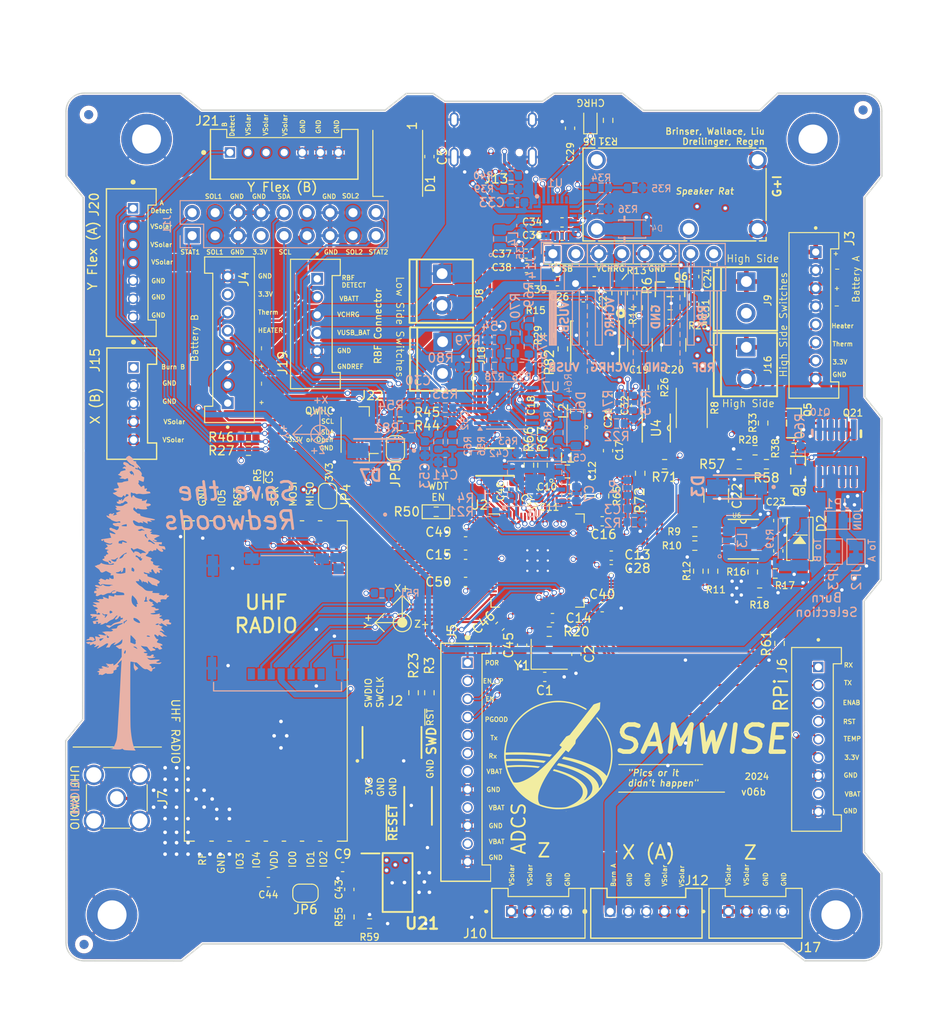
<source format=kicad_pcb>
(kicad_pcb (version 20240108) (generator "pcbnew") (generator_version "8.0")
  (title_block (title "PyCubed") (date "2024-05-14") (rev "06b") (company "SSI"))
  (layers (0 "F.Cu" signal) (1 "In1.Cu" signal "Route2") (2 "In2.Cu" signal "Route15") (31 "B.Cu" signal) (34 "B.Paste" user) (35 "F.Paste" user) (36 "B.SilkS" user "B.Silkscreen") (37 "F.SilkS" user "F.Silkscreen") (38 "B.Mask" user) (39 "F.Mask" user) (44 "Edge.Cuts" user))
  (net 0 "")
  (net 1 "GND")
  (net 2 "3.3V")
  (net 3 "RPI_UART_TO_PI")
  (net 4 "SWCLK")
  (net 5 "SWDIO")
  (net 6 "~{RESET}")
  (net 7 "VSOLAR")
  (net 8 "VBATT")
  (net 9 "USB_D+")
  (net 10 "USB_D-")
  (net 12 "BURN_RELAY_A")
  (net 13 "Net-(C30-Pad2)")
  (net 14 "Net-(C30-Pad1)")
  (net 16 "/Burn Wires/VBURN_A_IN")
  (net 17 "Net-(U5-SW1)")
  (net 18 "Net-(U5-VBST)")
  (net 19 "/Avionics/XTAL1")
  (net 20 "/Avionics/XTAL2")
  (net 21 "/Avionics/BATTERY")
  (net 22 "Net-(D2-K)")
  (net 23 "Net-(D3-K)")
  (net 24 "Net-(U5-SS)")
  (net 25 "Net-(U5-VREG5)")
  (net 26 "Net-(U4-TIMER)")
  (net 27 "Net-(U17-PMID_1)")
  (net 28 "Net-(U17-SW_1)")
  (net 29 "Net-(R16-Pad2)")
  (net 30 "Net-(U17-BTST)")
  (net 31 "ADCS_Rx")
  (net 32 "~{FIXED_SOLAR_FAULT}")
  (net 33 "Net-(C2-Pad1)")
  (net 34 "Net-(U7B-+)")
  (net 35 "USB_CC2")
  (net 36 "USB_CC1")
  (net 37 "GNDREF")
  (net 38 "VBUS_IN")
  (net 39 "SCL")
  (net 40 "SDA")
  (net 41 "ADCS_Tx")
  (net 42 "VCHRG")
  (net 43 "ADCS_EN")
  (net 44 "RPI_UART_FROM_PI")
  (net 45 "MPPT_STAT_1")
  (net 47 "Net-(J22-Pin_2)")
  (net 48 "Net-(Q6-C)")
  (net 49 "Net-(D5-A)")
  (net 51 "SD_CS")
  (net 55 "RPI_RST")
  (net 56 "RPI_TEMP")
  (net 59 "Net-(U6-SENSE)")
  (net 60 "RPI_ENAB")
  (net 61 "+1V1")
  (net 62 "Net-(U2-VREG_AVDD)")
  (net 63 "Net-(D6-K)")
  (net 64 "SCL_PWR")
  (net 65 "Net-(Q5-G)")
  (net 66 "SDA_PWR")
  (net 67 "Net-(Q21-Gate)")
  (net 68 "Net-(D6-A)")
  (net 69 "STAT")
  (net 70 "/Power/REGN")
  (net 71 "ENAB_RF")
  (net 72 "RF_5V")
  (net 73 "/Avionics/NEOPIXEL")
  (net 74 "SD_SCK")
  (net 75 "VBATT_SENSE")
  (net 76 "SD_MISO")
  (net 77 "SD_MOSI")
  (net 78 "ADCS_PGOOD")
  (net 79 "ADCS_POR")
  (net 80 "RBF_DETECT")
  (net 81 "Net-(U2-VREG_LX)")
  (net 82 "Net-(D7-K)")
  (net 83 "Net-(SW1-P)")
  (net 84 "/Avionics/RUN")
  (net 85 "Net-(U6-VIN_REG)")
  (net 86 "/Connectors/VSOLAR_DEPL1")
  (net 87 "Net-(U5-VFB)")
  (net 88 "Net-(U5-PG)")
  (net 89 "Net-(U6-VFB)")
  (net 90 "Net-(U4-ON)")
  (net 91 "Net-(U17-TS)")
  (net 92 "Net-(U17-ILIM)")
  (net 93 "/Avionics/FLASH_CS")
  (net 94 "SENSE_THERM_A")
  (net 95 "BAT_HEATER_A")
  (net 96 "~{MPPT_SHDN_1}")
  (net 97 "/Connectors/VSOLAR_DEPL2")
  (net 98 "Net-(U21-SENSE{slash}ADJ)")
  (net 99 "Net-(SW2-P)")
  (net 100 "3V3_RESET")
  (net 101 "SENSE_THERM_B")
  (net 107 "~{FIXED_SOLAR_CHRG}")
  (net 111 "/Burn Wires/BURN_AOUT")
  (net 112 "Net-(Q6-B)")
  (net 113 "BAT_HEATER_B")
  (net 114 "MPPT_STAT_2")
  (net 115 "~{MPPT_SHDN_2}")
  (net 116 "RF_CS")
  (net 117 "WATCHDOG_FEED")
  (net 118 "SCL_PWR2")
  (net 119 "Net-(U7A--)")
  (net 120 "Net-(R56-Pad1)")
  (net 121 "/Avionics/FLASH_IO2")
  (net 122 "SDA_PWR2")
  (net 127 "Net-(Q9-G)")
  (net 128 "Net-(Q10-Gate)")
  (net 129 "ENAB_BURN_A")
  (net 130 "ENAB_BURN_B")
  (net 131 "BURN_B")
  (net 132 "BURN_A")
  (net 133 "ADCS_EN_LP")
  (net 134 "/Burn Wires/BURN_BOUT")
  (net 135 "SideDeplyDetectA")
  (net 136 "/RF/RF_Vcc")
  (net 137 "SideDeplyDetectB")
  (net 138 "unconnected-(U23-GPIO_4-Pad4)")
  (net 139 "/RF/RF1_ANT")
  (net 140 "/RF/RF_3V3")
  (net 141 "/Avionics/FLASH_SCK")
  (net 142 "/Avionics/FLASH_MOSI")
  (net 143 "/Avionics/FLASH_MISO")
  (net 144 "/Avionics/FLASH_IO3")
  (net 145 "RF_IO0")
  (net 146 "RF_MOSI")
  (net 147 "RF_MISO")
  (net 148 "RF_SCK")
  (net 149 "RF_RST")
  (net 151 "Net-(R63-Pad1)")
  (net 152 "Net-(U7C-+)")
  (net 153 "/Power/VUSB_SYS")
  (net 154 "/Power/VUSB_BAT")
  (net 155 "/Avionics/USB_IC_D+")
  (net 156 "/Avionics/USB_IC_D-")
  (net 157 "Net-(R82-Pad1)")
  (net 158 "/Watchdog/WD_integrate")
  (net 159 "/Watchdog/WD_Vcc")
  (net 160 "/Watchdog/ref3")
  (net 161 "/Watchdog/ref4")
  (net 162 "/Watchdog/ref2")
  (net 163 "/Watchdog/ref1")
  (footprint "Resistor_SMD:R_0603_1608Metric" (layer "F.Cu") (at 178.816 91.694)
    (property "Reference" "R38")
    (property "Value" "100k")
  )
  (footprint "ssi_IC:PWP14_2P31X2P46-L" (layer "F.Cu") (at 156.8161 80.058096 -90)
    (property "Reference" "U5" (hide yes))
    (property "Value" "TPS54226PWPR" (hide yes))
  )
  (footprint "Capacitor_SMD:C_0603_1608Metric" (layer "F.Cu") (at 151 87 -90)
    (property "Reference" "C18")
    (property "Value" "22uF")
  )
  (footprint "Capacitor_SMD:C_0603_1608Metric" (layer "F.Cu") (at 158.25 92 90)
    (property "Reference" "C17")
    (property "Value" "22uF")
  )
  (footprint "Capacitor_SMD:C_0603_1608Metric" (layer "F.Cu") (at 158.1785 85.9155 90)
    (property "Reference" "C21")
    (property "Value" "0.1uF")
  )
  (footprint "Resistor_SMD:R_0603_1608Metric" (layer "F.Cu") (at 152.781 76.5175 180)
    (property "Reference" "R15")
    (property "Value" "100k")
  )
  (footprint "Capacitor_SMD:C_0603_1608Metric" (layer "F.Cu") (at 155.5115 75.057 180)
    (property "Reference" "C26")
    (property "Value" "3.3nF")
  )
  (footprint "ssi_transistor:SOT-23" (layer "F.Cu") (at 178.7871 88.948096 -90)
    (property "Reference" "Q5")
    (property "Value" "IRLML2803" (hide yes))
  )
  (footprint "Resistor_SMD:R_0603_1608Metric" (layer "F.Cu") (at 165.1 76.962)
    (property "Reference" "R25")
    (property "Value" "10k")
  )
  (footprint "ssi_transistor:DMP2040USS-13" (layer "F.Cu") (at 183.515 92.329 180)
    (property "Reference" "Q21")
    (property "Value" "DMP2040USS-13" (hide yes))
  )
  (footprint "MountingHole:MountingHole_3.2mm_M3_DIN965_Pad" (layer "F.Cu") (at 107.2361 57.5641)
    (property "Reference" "H1" (hide yes))
    (property "Value" "MountingHole_Pad")
  )
  (footprint "MountingHole:MountingHole_3.2mm_M3_DIN965_Pad" (layer "F.Cu") (at 103.4261 143.2941)
    (property "Reference" "H2" (hide yes))
    (property "Value" "MountingHole_Pad")
  )
  (footprint "MountingHole:MountingHole_3.2mm_M3_DIN965_Pad" (layer "F.Cu") (at 183.4261 143.2941)
    (property "Reference" "H3" (hide yes))
    (property "Value" "MountingHole_Pad")
  )
  (footprint "MountingHole:MountingHole_3.2mm_M3_DIN965_Pad" (layer "F.Cu") (at 180.8961 57.5641)
    (property "Reference" "H4" (hide yes))
    (property "Value" "MountingHole_Pad")
  )
  (footprint "Fiducial:Fiducial_1mm_Mask2mm" (layer "F.Cu") (at 100.33 146.558)
    (property "Reference" "REF1T" (hide yes))
    (property "Value" "Fiducial_1mm_Mask2mm")
  )
  (footprint "ssi_relay:Relay_PE014006" (layer "F.Cu") (at 165.5979 63.69 90)
    (property "Reference" "U16" (hide yes))
    (property "Value" "PE014006" (hide yes))
  )
  (footprint "Capacitor_SMD:C_0603_1608Metric" (layer "F.Cu") (at 154.051 56.368 90)
    (property "Reference" "C29")
    (property "Value" "4.7uF")
  )
  (footprint "Resistor_SMD:R_0603_1608Metric" (layer "F.Cu") (at 158.2547 55.499 -90)
    (property "Reference" "R31")
    (property "Value" "10k")
  )
  (footprint "Capacitor_SMD:C_0603_1608Metric" (layer "F.Cu") (at 153.162 66.7766 180)
    (property "Reference" "C34")
    (property "Value" "4.7uF")
  )
  (footprint "Capacitor_SMD:C_0603_1608Metric" (layer "F.Cu") (at 149.225 71.8185)
    (property "Reference" "C38")
    (property "Value" "22uF")
  )
  (footprint "Resistor_SMD:R_0603_1608Metric" (layer "F.Cu") (at 159.1945 74.549 -90)
    (property "Reference" "R13")
    (property "Value" "73.2k")
  )
  (footprint "Capacitor_SMD:C_0603_1608Metric" (layer "F.Cu") (at 152.654 73.279)
    (property "Reference" "C39")
    (property "Value" "10uF")
  )
  (footprint "ssi_connector:SMA_Amphenol_901-144_horizontal" (layer "F.Cu") (at 103.9495 130.3655 -90)
    (property "Reference" "J7")
    (property "Value" "Amphenol_901-144")
  )
  (footprint "Resistor_SMD:R_0603_1608Metric" (layer "F.Cu") (at 119.5 97 -90)
    (property "Reference" "R5")
    (property "Value" "10k")
  )
  (footprint "Capacitor_SMD:C_0603_1608Metric" (layer "F.Cu") (at 156.718 73.279 180)
    (property "Reference" "C27")
    (property "Value" "1uF")
  )
  (footprint "Capacitor_SMD:C_0603_1608Metric" (layer "F.Cu") (at 149.187 70.231)
    (property "Reference" "C37")
    (property "Value" "22uF")
  )
  (footprint "Resistor_SMD:R_0603_1608Metric" (layer "F.Cu") (at 151.75 79.25 -90)
    (property "Reference" "R29")
    (property "Value" "10k")
  )
  (footprint "ssi_connector:1985807" (layer "F.Cu") (at 173.5328 80.5722 -90)
    (property "Reference" "J16")
    (property "Value" "1985807")
  )
  (footprint "Resistor_SMD:R_0603_1608Metric" (layer "F.Cu") (at 160.909 74.549 90)
    (property "Reference" "R14")
    (property "Value" "22.1k")
  )
  (footprint "LED_SMD:LED_0603_1608Metric" (layer "F.Cu") (at 156.2935 55.499 90)
    (property "Reference" "D5")
    (property "Value" "GREEN LED")
  )
  (footprint "Resistor_SMD:R_2512_6332Metric" (layer "F.Cu") (at 167.5 87.275 -90)
    (property "Reference" "R8")
    (property "Value" "0.02")
  )
  (footprint "ssi_inductor:polarized" (layer "F.Cu") (at 154.813 87.63 -90)
    (property "Reference" "L2")
    (property "Value" "3.3uH")
  )
  (footprint "ssi_transistor:SOT-23" (layer "F.Cu") (at 165.1 74.168)
    (property "Reference" "Q6")
    (property "Value" "MMBT2222A-TP" (hide yes))
  )
  (footprint "ssi_connector:1985807" (layer "F.Cu") (at 139.954 79.9592 -90)
    (property "Reference" "J18")
    (property "Value" "1985807")
  )
  (footprint "Resistor_SMD:R_0603_1608Metric" (layer "F.Cu") (at 174.498 91.948 180)
    (property "Reference" "R28")
    (property "Value" "10k")
  )
  (footprint "Resistor_SMD:R_0603_1608Metric" (layer "F.Cu") (at 175.387 88.948096 -90)
    (property "Reference" "R33")
    (property "Value" "3.3k")
  )
  (footprint "Capacitor_SMD:C_1210_3225Metric" (layer "F.Cu") (at 161.7691 80.312096 90)
    (property "Reference" "C19")
    (property "Value" "10uF")
  )
  (footprint "Capacitor_SMD:C_1210_3225Metric" (layer "F.Cu") (at 165.481 80.312096 90)
    (property "Reference" "C20")
    (property "Value" "10uF")
  )
  (footprint "Capacitor_SMD:C_0603_1608Metric" (layer "F.Cu") (at 167.767 72.771 -90)
    (property "Reference" "C24")
    (property "Value" "0.1uF")
  )
  (footprint "Resistor_SMD:R_0603_1608Metric" (layer "F.Cu") (at 163.25 85 -90)
    (property "Reference" "R26")
    (property "Value" "1k")
  )
  (footprint "ssi_IC:ADM1176-1ARMZ-R7" (layer "F.Cu") (at 163.576 89.5 -90)
    (property "Reference" "U4")
    (property "Value" "ADM1176-1ARMZ-R7" (hide yes))
  )
  (footprint "Resistor_SMD:R_0603_1608Metric" (layer "F.Cu") (at 129.649937 143.530948 -90)
    (property "Reference" "R55")
    (property "Value" "10k")
  )
  (footprint "Capacitor_SMD:C_0603_1608Metric" (layer "F.Cu") (at 167.767 75.819 90)
    (property "Reference" "C31")
    (property "Value" "22uF")
  )
  (footprint "ssi_IC:TPS7A4501DCQT" (layer "F.Cu") (at 134.983937 139.720948)
    (property "Reference" "U21")
    (property "Value" "TPS7A4501DCQT" (hide yes))
  )
  (footprint "Capacitor_SMD:C_0603_1608Metric" (layer "F.Cu") (at 120.7008 139.6746)
    (property "Reference" "C44")
    (property "Value" "10uF")
  )
  (footprint "Resistor_SMD:R_0603_1608Metric" (layer "F.Cu") (at 131.883937 144.258948)
    (property "Reference" "R59")
    (property "Value" "3.3k")
  )
  (footprint "Capacitor_SMD:C_0603_1608Metric" (layer "F.Cu") (at 129.649937 140.482948 -90)
    (property "Reference" "C43")
    (property "Value" "10uF")
  )
  (footprint "Capacitor_SMD:C_0603_1608Metric" (layer "F.Cu") (at 153.162 68.25)
    (property "Reference" "C36")
    (property "Value" "47nF")
  )
  (footprint "Capacitor_SMD:C_0603_1608Metric" (layer "F.Cu") (at 161.35 87 90)
    (property "Reference" "C32")
    (property "Value" "3.3nF")
  )
  (footprint "ssi_connector:USB_C_Receptacle_XKB_U262-161N-4BVC11" (layer "F.Cu") (at 146.052 55.018 180)
    (property "Reference" "J13")
    (property "Value" "USB_C_pycubed")
  )
  (footprint "ssi_connector:1985807" (layer "F.Cu") (at 139.9032 72.4408 -90)
    (property "Reference" "J8")
    (property "Value" "1985807")
  )
  (footprint "ssi_connector:1985807" (layer "F.Cu") (at 173.5328 73.3078 -90)
    (property "Reference" "J9")
    (property "Value" "1985807")
  )
  (footprint "Resistor_SMD:R_0603_1608Metric" (layer "F.Cu") (at 176.7078 105.567481 180)
    (property "Reference" "R17")
    (property "Value" "510k" (hide yes))
  )
  (footprint "Resistor_SMD:R_0603_1608Metric" (layer "F.Cu") (at 161.8 94.5 90)
    (property "Reference" "R72")
    (property "Value" "10k")
  )
  (footprint "Capacitor_SMD:C_0603_1608Metric" (layer "F.Cu") (at 146.3 111.4 -135)
    (property "Reference" "C46")
    (property "Value" "0.1uF")
  )
  (footprint "Capacitor_SMD:C_0603_1608Metric" (layer "F.Cu") (at 158.6 105.1)
    (property "Reference" "C28")
    (property "Value" "0.1uF")
  )
  (footprint "Resistor_SMD:R_0603_1608Metric" (layer "F.Cu") (at 168.2242 105.313481 -90)
    (property "Reference" "R12")
    (property "Value" "100k" (hide yes))
  )
  (footprint "Capacitor_SMD:C_0603_1608Metric" (layer "F.Cu") (at 151.25 117)
    (property "Reference" "C1")
    (property "Value" "15pF")
  )
  (footprint "Resistor_SMD:R_0603_1608Metric" (layer "F.Cu") (at 135.25 89.25 180)
    (property "Reference" "R44")
    (property "Value" "10k")
  )
  (footprint "Fiducial:Fiducial_1mm_Mask2mm" (layer "F.Cu") (at 186.436 54.356)
    (property "Reference" "REF3T" (hide yes))
    (property "Value" "Fiducial_1mm_Mask2mm")
  )
  (footprint "Capacitor_SMD:C_0603_1608Metric" (layer "F.Cu") (at 142.5 103.5 180)
    (property "Reference" "C15")
    (property "Value" "4.7uF")
  )
  (footprint "Resistor_SMD:R_0603_1608Metric" (layer "F.Cu") (at 149.5 93.6 90)
    (property "Reference" "R66")
    (property "Value" "27")
  )
  (footprint "Resistor_SMD:R_0603_1608Metric" (layer "F.Cu") (at 177.2 113.3 -90)
    (property "Reference" "R61")
    (property "Value" "100k")
  )
  (footprint "ssi_IC:MSOP-12_MSE" (layer "F.Cu") (at 173.2026 101.7778)
    (property "Reference" "U6")
    (property "Value" "LT3652HVIMSE#PBF")
  )
  (footprint "Capacitor_SMD:C_0603_1608Metric" (layer "F.Cu") (at 148.75 113.5 -90)
    (property "Reference" "C45")
    (property "Value" "0.1uF")
  )
  (footprint "Resistor_SMD:R_0603_1608Metric" (layer "F.Cu") (at 139.25 98.75 180)
    (property "Reference" "R50")
    (property "Value" "0")
  )
  (footprint "Capacitor_SMD:C_0603_1608Metric" (layer "F.Cu") (at 142.5 101 180)
    (property "Reference" "C49")
    (property "Value" "0.1uF")
  )
  (footprint "Capacitor_SMD:C_0603_1608Metric" (layer "F.Cu") (at 154 96.25)
    (property "Reference" "C10")
    (property "Value" "4.7uF")
  )
  (footprint "Capacitor_SMD:C_0603_1608Metric" (layer "F.Cu") (at 142.5 106.5 180)
    (property "Reference" "C50")
    (property "Value" "0.1uF")
  )
  (footprint "Capacitor_SMD:C_0603_1608Metric" (layer "F.Cu") (at 157.6 109.3)
    (property "Reference" "C40")
    (property "Value" "0.1uF")
  )
  (footprint "ssi_diode:DO-214AC" (layer "F.Cu") (at 179.451 101.759 -90)
    (property "Reference" "D2")
    (property "Value" "CDBA240LL")
  )
  (footprint "Capacitor_SMD:C_0603_1608Metric" (layer "F.Cu") (at 152.1 110.5)
    (property "Reference" "C14")
    (property "Value" "0.1uF")
  )
  (footprint "Resistor_SMD:R_0603_1608Metric" (layer "F.Cu") (at 162.56 76.2 90)
    (property "Reference" "R6")
    (property "Value" "1k")
  )
  (footprint "Capacitor_SMD:C_0603_1608Metric" (layer "F.Cu") (at 156.3 97 90)
    (property "Reference" "C12")
    (property "Value" "4.7uF")
  )
  (footprint "LED_SMD:LED_WS2812B_PLCC4_5.0x5.0mm_P3.2mm" (layer "F.Cu") (at 135 60.25 -90)
    (property "Reference" "D1")
    (property "Value" "1655")
  )
  (footprint "Capacitor_SMD:C_0603_1608Metric" (layer "F.Cu") (at 128.908937 138.008948)
    (property "Reference" "C9")
    (property "Value" "10uF")
  )
  (footprint "ssi_inductor:polarized" (layer "F.Cu") (at 153.75 94.2975 180)
    (property "Reference" "L1")
    (property "Value" "3.3uH")
  )
  (footprint "Capacitor_SMD:C_0603_1608Metric" (layer "F.Cu") (at 177.0634 99.725481 90)
    (property "Reference" "C23")
    (property "Value" "1uF" (hide yes))
  )
  (footprint "Resistor_SMD:R_0603_1608Metric" (layer "F.Cu") (at 169.8498 105.313481 -90)
    (property "Reference" "R11")
    (property "Value" "100k" (hide yes))
  )
  (footprint "ssi_IC:RP2350-QFN-80-1EP_10x10_P0.4mm_EP3.4x3.4mm_ThermalVias" (layer "F.Cu") (at 150.46 104.143333)
    (property "Reference" "U2")
    (property "Value" "RP2350_80QFN")
  )
  (footprint "Jumper:SolderJumper-2_P1.3mm_Open_RoundedPad1.0x1.5mm" (layer "F.Cu") (at 134.75 91.75 -90)
    (property "Reference" "JP5")
    (property "Value" "QWIIC suply")
  )
  (footprint "ssi_connector:SAMTEC_FTSH-105-01-L-DV-007" (layer "F.Cu") (at 134.365 124.245)
    (property "Reference" "J2")
    (property "Value" "Conn_ARM_JTAG_SWD_10")
  )
  (footprint "Crystal:Crystal_SMD_3225-4Pin_3.2x2.5mm" (layer "F.Cu") (at 151.75 114.5)
    (property "Reference" "Y1")
    (property "Value" "ABM8-272-T3")
  )
  (footprint "ssi_IC:RFM98PW" (layer "F.Cu") (at 120.42 117.45 -90)
    (property "Reference" "U23" (hide yes))
    (property "Value" "RFM98PW" (hide yes))
  )
  (footprint "ssi_switch:BTN_KMR2_4.6X2.8" (layer "F.Cu") (at 145.75 93.25 180)
    (property "Reference" "SW2" (hide yes))
    (property "Value" "KMR231NG LFS" (hide yes))
  )
  (footprint "Resistor_SMD:R_0603_1608Metric" (layer "F.Cu") (at 175.75 93.5 180)
    (property "Reference" "R58")
    (property "Value" "3.3k")
  )
  (footprint "Connector_JST:JST_SH_BM04B-SRSS-TB_1x04-1MP_P1.00mm_Vertical" (layer "F.Cu") (at 130.75 90.25 90)
    (property "Reference" "J22")
    (property "Value" "QWIIC")
  )
  (footprint "Resistor_SMD:R_0603_1608Metric" (layer "F.Cu") (at 135.25 87.75 180)
    (property "Reference" "R45")
    (property "Value" "10k")
  )
  (footprint "Resistor_SMD:R_0603_1608Metric" (layer "F.Cu") (at 172.75 93.5 180)
    (property "Reference" "R57")
    (property "Value" "10k")
  )
  (footprint "ssi_connector:Molex_35362-0550" (layer "F.Cu") (at 158.484001 142.92 180)
    (property "Reference" "J12")
    (property "Value" "35362-0550")
  )
  (footprint "Fiducial:Fiducial_1mm_Mask2mm" (layer "F.Cu") (at 100.838 54.864 90)
    (property "Reference" "REF2T" (hide yes))
    (property "Value" "Fiducial_1mm_Mask2mm")
  )
  (footprint "Resistor_SMD:R_0603_1608Metric" (layer "F.Cu") (at 175.006 107.696)
    (property "Reference" "R18")
    (property "Value" "330k" (hide yes))
  )
  (footprint "Resistor_SMD:R_0603_1608Metric" (layer "F.Cu") (at 138.5 118.75 90)
    (property "Reference" "R3")
    (property "Value" "1k")
  )
  (footprint "ssi_connector:Molex_35362-0550" (layer "F.Cu") (at 105.8 82.799999 90)
    (property "Reference" "J15")
    (property "Value" "35362-0550")
  )
  (footprint "Resistor_SMD:R_0603_1608Metric" (layer "F.Cu") (at 167.84 100.95)
    (property "Reference" "R9")
    (property "Value" "121k")
  )
  (footprint "Jumper:SolderJumper-2_P1.3mm_Open_RoundedPad1.0x1.5mm" (layer "F.Cu") (at 127.25 97 90)
    (property "Reference" "JP4")
    (property "Value" "3.3V EN")
  )
  (footprint "Resistor_SMD:R_0603_1608Metric" (layer "F.Cu") (at 118.5 90.5)
    (property "Reference" "R46")
    (property "Value" "100k")
  )
  (footprint "Resistor_SMD:R_0603_1608Metric" (layer "F.Cu") (at 167.84 102.49 180)
    (property "Reference" "R10")
    (property "Value" "20k")
  )
  (footprint "ssi_connector:Molex_35362-0850" (layer "F.Cu") (at 181.2 70.050001 90)
    (property "Reference" "J3")
    (property "Value" "35362-0850" (hide yes))
  )
  (footprint "ssi_connector:Molex_35362-1250" (layer "F.Cu") (at 142.72 115.43 90)
    (property "Reference" "J5")
    (property "Value" "35362-1250")
  )
  (footprint "Resistor_SMD:R_0603_1608Metric" (layer "F.Cu") (at 153.25 80.75 90)
    (property "Reference" "R82")
    (property "Value" "0")
  )
  (footprint "ssi_connector:Molex_35362-0450" (layer "F.Cu") (at 147.55 142.92 180)
    (property "Reference" "J10")
    (property "Value" "35362-0450")
  )
  (footprint "Capacitor_SMD:C_0603_1608Metric" (layer "F.Cu") (at 147.8 96.25 90)
    (property "Reference" "C48")
    (property "Value" "0.1uF")
  )
  (footprint "Capacitor_SMD:C_0603_1608Metric" (layer "F.Cu") (at 177.0634 103.078281 90)
    (property "Reference" "C25" (hide yes))
    (property "Value" "10uF" (hide yes))
  )
  (footprint "ssi_connector:Molex_35362-0650" (layer "F.Cu") (at 126.1 73 90)
    (property "Reference" "J19")
    (property "Value" "35362-0650")
  )
  (footprint "Resistor_SMD:R_0603_1608Metric" (layer "F.Cu") (at 164.5 93.5 180)
    (property "Reference" "R71")
    (property "Value" "10k")
  )
  (footprint "Capacitor_SMD:C_0603_1608Metric" (layer "F.Cu") (at 158.6 103.6)
    (property "Reference" "C13")
    (property "Value" "0.1uF")
  )
  (footprint "Capacitor_SMD:C_0603_1608Metric" (layer "F.Cu") (at 138.5 59.5 -90)
    (property "Reference" "C5")
    (property "Value" "0.1uF")
  )
  (footprint "ssi_drawings:logo_SSI_medium" (layer "F.Cu") (at 152.624473 127.344051)
    (property "Reference" "G***" (hide yes))
    (property "Value" "logo_SSI_medium" (hide yes))
  )
  (footprint "Capacitor_SMD:C_0603_1608Metric" (layer "F.Cu") (at 150.1 96.7 135)
    (property "Reference" "C47")
    (property "Value" "0.1uF")
  )
  (footprint "ssi_switch:BTN_KMR2_4.6X2.8" (layer "F.Cu") (at 137.25 131.25 -90)
    (property "Reference" "SW1" (hide yes))
    (property "Value" "KMR231NG LFS" (hide yes))
  )
  (footprint "Capacitor_SMD:C_0603_1608Metric" (layer "F.Cu") (at 154.75 114.5 -90)
    (property "Reference" "C2")
    (property "Value" "15pF")
  )
  (footprint "Resistor_SMD:R_0603_1608Metric" (layer "F.Cu") (at 118.5 92)
    (property "Reference" "R27")
    (property "Value" "100k")
  )
  (footprint "Resistor_SMD:R_0603_1608Metric" (layer "F.Cu") (at 151 93.6 90)
    (property "Reference" "R67")
    (property "Value" "27")
  )
  (footprint "Capacitor_SMD:C_0603_1608Metric" (layer "F.Cu") (at 157.6 99.8)
    (property "Reference" "C16")
    (property "Value" "0.1uF")
  )
  (footprint "ssi_connector:Molex_35362-0850" (layer "F.Cu") (at 116.205 86.739999 -90)
    (property "Reference" "J4")
    (property "Value" "35362-0850" (hide yes))
  )
  (footprint "ssi_connector:Molex_35362-0750" (layer "F.Cu") (at 105.75 65.214001 90)
    (property "Reference" "J20")
    (property "Value" "35362-0750")
  )
  (footprint "Jumper:SolderJumper-2_P1.3mm_Bridged_RoundedPad1.0x1.5mm" (layer "F.Cu") (at 124.8 140.9 180)
    (property "Reference" "JP6")
    (property "Value" "Jumper_3_Bridged12")
  )
  (footprint "Capacitor_SMD:C_1210_3225Metric" (layer "F.Cu") (at 170.2 97 -90)
    (property "Reference" "C22")
    (property "Value" "10uF")
  )
  (footprint "ssi_connector:Molex_35362-0450" (layer "F.Cu") (at 171.55 142.92 180)
    (property "Reference" "J17")
    (property "Value" "35362-0450")
  )
  (footprint "Resistor_SMD:R_0603_1608Metric" (layer "F.Cu") (at 151.75 112 180)
    (property "Reference" "R20")
    (property "Value" "1k")
  )
  (footprint "Resistor_SMD:R_0603_1608Metric" (layer "F.Cu") (at 157.8 97 -90)
    (property "Reference" "R65")
    (property "Value" "33")
  )
  (footprint "ssi_connector:Molex_35362-0750" (layer "F.Cu") (at 116.450001 59.05 180)
    (property "Reference" "J21")
    (property "Value" "35362-0750")
  )
  (footprint "ssi_connector:Molex_35362-0950" (layer "F.Cu") (at 181.491 115.9 90)
    (property "Reference" "J6")
    (property "Value" "35362-0950")
  )
  (footprint "Resistor_SMD:R_0603_1608Metric" (layer "F.Cu") (at 174.244 105.41 -90)
    (property "Reference" "R16")
    (property "Value" "49.9k" (hide yes))
  )
  (footprint "ssi_transistor:SOT-23" (layer "F.Cu") (at 179.25 94.25 -90)
    (property "Reference" "Q9")
    (property "Value" "IRLML2803" (hide yes))
  )
  (footprint "Resistor_SMD:R_0603_1608Metric" (layer "F.Cu") (at 136.75 118.75 90)
    (property "Reference" "R23")
    (property "Value" "1k")
  )
  (footprint "Capacitor_SMD:C_0603_1608Metric" (layer "F.Cu") (at 154 97.75)
    (property "Reference" "C11")
    (property "Value" "4.7uF")
  )
  (footprint "ssi_connector:Molex_503182-1852" (layer "B.Cu") (at 121.7168 110.9472)
    (property "Reference" "J1" (hide yes))
    (property "Value" "503182-1852")
  )
  (footprint "Fiducial:Fiducial_1mm_Mask2mm" (layer "B.Cu") (at 186.436 54.356)
    (property "Reference" "REF1B" (hide yes))
    (property "Value" "Fiducial_1mm_Mask2mm")
  )
  (footprint "Resistor_SMD:R_0603_1608Metric" (layer "B.Cu") (at 147.525 61.6046)
    (property "Reference" "R40")
    (property "Value" "5.1k")
  )
  (footprint "ssi_IC:QFN50P400X400X100-25N-D" (layer "B.Cu") (at 152.4 66.294 -90)
    (property "Reference" "U17")
    (property "Value" "BQ25883RGER" (hide yes))
  )
  (footprint "Resistor_SMD:R_0603_1608Metric" (layer "B.Cu") (at 157.48 65.278 180)
    (property "Reference" "R36")
    (property "Value" "560")
  )
  (footprint "Capacitor_SMD:C_0603_1608Metric" (layer "B.Cu") (at 148.6662 67.125 90)
    (property "Reference" "C35")
    (property "Value" "10uF")
  )
  (footprint "Resistor_SMD:R_0603_1608Metric" (layer "B.Cu") (at 161.2138 62.9412 180)
    (property "Reference" "R35")
    (property "Value" "10k")
  )
  (footprint "Resistor_SMD:R_0603_1608Metric" (layer "B.Cu") (at 157.48 62.9412)
    (property "Reference" "R34")
    (property "Value" "10k")
  )
  (footprint "Resistor_SMD:R_0603_1608Metric" (layer "B.Cu") (at 147.525 63.075 180)
    (property "Reference" "R39")
    (property "Value" "5.1k")
  )
  (footprint "ssi_inductor:polarized" (layer "B.Cu") (at 146.3 68.6 -90)
    (property "Reference" "L4")
    (property "Value" "1uH")
  )
  (footprint "ssi_diode:PWRDI-123" (layer "B.Cu") (at 160.911 67.5005)
    (property "Reference" "D4")
    (property "Value" "DFLS130L" (hide yes))
  )
  (footprint "Connector_PinHeader_2.54mm:PinHeader_1x08_P2.54mm_Horizontal" (layer "B.Cu") (at 152.146 70.231 -90)
    (property "Reference" "J14")
    (property "Value" "Conn_01x08_Horizontal")
  )
  (footprint "Resistor_SMD:R_0603_1608Metric" (layer "B.Cu") (at 133.25 107.75 180)
    (property "Reference" "R51")
    (property "Value" "10k")
  )
  (footprint "Resistor_SMD:R_0603_1608Metric" (layer "B.Cu") (at 161 86.7 90)
    (property "Reference" "R73")
    (property "Value" "10k")
  )
  (footprint "Fiducial:Fiducial_1mm_Mask2mm" (layer "B.Cu") (at 100.838 54.864)
    (property "Reference" "REF2B" (hide yes))
    (property "Value" "Fiducial_1mm_Mask2mm")
  )
  (footprint "Resistor_SMD:R_0603_1608Metric" (layer "B.Cu") (at 159.5 86.7 90)
    (property "Reference" "R74")
    (property "Value" "10k")
  )
  (footprint "Resistor_SMD:R_0603_1608Metric" (layer "B.Cu") (at 152.75 87 90)
    (property "Reference" "R64")
    (property "Value" "4.7M")
  )
  (footprint "Resistor_SMD:R_0603_1608Metric" (layer "B.Cu") (at 150 90.75)
    (property "Reference" "R63")
    (property "Value" "1k")
  )
  (footprint "Resistor_SMD:R_0603_1608Metric" (layer "B.Cu") (at 148.7 82.75 180)
    (property "Reference" "R76")
    (property "Value" "10k")
  )
  (footprint "Resistor_SMD:R_0603_1608Metric" (layer "B.Cu") (at 145.7 82.75 180)
    (property "Reference" "R78")
    (property "Value" "10k")
  )
  (footprint "Resistor_SMD:R_0603_1608Metric" (layer "B.Cu") (at 179.5 92.25 90)
    (property "Reference" "R60")
    (property "Value" "100k")
  )
  (footprint "Jumper:SolderJumper-2_P1.3mm_Bridged_Pad1.0x1.5mm" (layer "B.Cu") (at 183.15 103.15 -90)
    (property "Reference" "JP3")
    (property "Value" "Jumper_2_Bridged")
  )
  (footprint "Resistor_SMD:R_0603_1608Metric" (layer "B.Cu") (at 142.7 82.75 180)
    (property "Reference" "R80")
    (property "Value" "3k")
  )
  (footprint "Capacitor_SMD:C_0603_1608Metric" (layer "B.Cu") (at 145.7 79.75)
    (property "Reference" "C54")
    (property "Value" "10uF")
  )
  (footprint "Resistor_SMD:R_0603_1608Metric" (layer "B.Cu") (at 145 97.25)
    (property "Reference" "R4")
    (property "Value" "1k")
  )
  (footprint "Resistor_SMD:R_0603_1608Metric" (layer "B.Cu") (at 149.5 80.5 -90)
    (property "Reference" "R75")
    (property "Value" "100k")
  )
  (footprint "Resistor_SMD:R_0603_1608Metric" (layer "B.Cu") (at 160.4 96.1 -90)
    (property "Reference" "R1")
    (property "Value" "330k")
  )
  (footprint "Resistor_SMD:R_0603_1608Metric" (layer "B.Cu") (at 141.045 91 -90)
    (property "Reference" "R56")
    (property "Value" "1k")
  )
  (footprint "Resistor_SMD:R_0603_1608Metric" (layer "B.Cu") (at 161.165 99.9 180)
    (property "Reference" "R2")
    (property "Value" "110k")
  )
  (footprint "Capacitor_SMD:C_0603_1608Metric" (layer "B.Cu") (at 149 92.25)
    (property "Reference" "C42")
    (property "Value" "10uF")
  )
  (footprint "Resistor_SMD:R_0603_1608Metric" (layer "B.Cu") (at 159.2 89)
    (property "Reference" "R22")
    (property "Value" "10k")
  )
  (footprint "Capacitor_SMD:C_0603_1608Metric" (layer "B.Cu") (at 152 92.25 180)
    (property "Reference" "C51")
    (property "Value" "10uF")
  )
  (footprint "Capacitor_SMD:C_0603_1608Metric" (layer "B.Cu") (at 137.25 85.75)
    (property "Reference" "C30")
    (property "Value" "10uF")
  )
  (footprint "Resistor_SMD:R_0603_1608Metric" (layer "B.Cu") (at 136.5 89.5)
    (property "Reference" "R81")
    (property "Value" "33")
  )
  (footprint "Capacitor_SMD:C_0603_1608Metric" (layer "B.Cu") (at 140.25 88.75)
    (property "Reference" "C52")
    (property "Value" "0.1uF")
  )
  (footprint "ssi_inductor:polarized" (layer "B.Cu") (at 171.6 101.9 -90)
    (property "Reference" "L3")
    (property "Value" "68uH")
  )
  (footprint "Resistor_SMD:R_0603_1608Metric" (layer "B.Cu") (at 137.25 87.25)
    (property "Reference" "R54")
    (property "Value" "10k")
  )
  (footprint "Jumper:SolderJumper-2_P1.3mm_Bridged_Pad1.0x1.5mm" (layer "B.Cu") (at 185.65 103.175 -90)
    (property "Reference" "JP2")
    (property "Value" "Jumper_2_Bridged")
  )
  (footprint "Fiducial:Fiducial_1mm_Mask2mm" (layer "B.Cu") (at 100.33 146.558)
    (property "Reference" "REF3B" (hide yes))
    (property "Value" "Fiducial_1mm_Mask2mm")
  )
  (footprint "ssi_diode:DIOM5226X262N" (layer "B.Cu") (at 172.5 96.012 180)
    (property "Reference" "D3")
    (property "Value" "CMSH1-40M" (hide yes))
  )
  (footprint "Resistor_SMD:R_0603_1608Metric" (layer "B.Cu") (at 139.5 91 90)
    (property "Reference" "R62")
    (property "Value" "100k")
  )
  (footprint "Resistor_SMD:R_0603_1608Metric" (layer "B.Cu") (at 140.25 87.25)
    (property "Reference" "R53")
    (property "Value" "10k")
  )
  (footprint "Capacitor_SMD:C_0603_1608Metric" (layer "B.Cu") (at 140.25 93.25)
    (property "Reference" "C41")
    (property "Value" "10uF")
  )
  (footprint "Resistor_SMD:R_0603_1608Metric" (layer "B.Cu") (at 144.2 81.25 180)
    (property "Reference" "R79")
    (property "Value" "3k")
  )
  (footprint "ssi_transistor:DMP2040USS-13" (layer "B.Cu") (at 183.5 92.25)
    (property "Reference" "Q10")
    (property "Value" "DMP2040USS-13" (hide yes))
  )
  (footprint "Resistor_SMD:R_0603_1608Metric" (layer "B.Cu") (at 149.5 77.5 -90)
    (property "Reference" "R69")
    (property "Value" "100k")
  )
  (footprint "Capacitor_SMD:C_0603_1608Metric" (layer "B.Cu") (at 148.225 64.575)
    (property "Reference" "C33")
    (property "Value" "1uF")
  )
  (footprint "Resistor_SMD:R_2512_6332Metric" (layer "B.Cu") (at 178.7652 101.727 -90)
    (property "Reference" "R19")
    (property "Value" "0.27" (hide yes))
  )
  (footprint "Package_SO:TSSOP-14_4.4x5mm_P0.65mm" (layer "B.Cu") (at 147 87)
    (property "Reference" "U7")
    (property "Value" "TLV1704")
  )
  (footprint "ssi_IC:SON127P600X500X90-9N" (layer "B.Cu") (at 150.135 95.655)
    (property "Reference" "U3")
    (property "Value" "MR25H40MDF")
  )
  (footprint "ssi_diode:DIOM5226X262N" (layer "B.Cu") (at 132.75 92 180)
    (property "Reference" "D7")
    (property "Value" "CMSH1-40M" (hide yes))
  )
  (footprint "Resistor_SMD:R_0603_1608Metric" (layer "B.Cu") (at 147.2 81.25 180)
    (property "Reference" "R77")
    (property "Value" "10k")
  )
  (footprint "Jumper:SolderJumper-2_P1.3mm_Open_Pad1.0x1.5mm" (layer "B.Cu") (at 183.575 99.675 180)
    (property "Reference" "JP1")
    (property "Value" "Jumper_2_Open")
  )
  (footprint "Capacitor_SMD:C_0603_1608Metric" (layer "B.Cu") (at 138 91.75 -90)
    (property "Reference" "C53")
    (property "Value" "10uF")
  )
  (footprint "Resistor_SMD:R_0603_1608Metric" (layer "B.Cu") (at 152.75 90 -90)
    (property "Reference" "R68")
    (property "Value" "100k")
  )
  (footprint "Resistor_SMD:R_0603_1608Metric" (layer "B.Cu") (at 148 79 -90)
    (property "Reference" "R70")
    (property "Value" "100k")
  )
  (footprint "Connector_PinSocket_2.54mm:PinSocket_2x09_P2.54mm_Vertical" (layer "B.Cu") (at 112.28 68.24 -90)
    (property "Reference" "J11")
    (property "Value" "MPPT board")
  )
  (footprint "Resistor_SMD:R_0603_1608Metric" (layer "B.Cu") (at 145 98.75 180)
    (property "Reference" "R21")
    (property "Value" "10k")
  )
  (footprint "Diode_SMD:D_SOD-123" (layer "B.Cu") (at 154.7 89.8 -90)
    (property "Reference" "D6")
    (property "Value" "1N4151W-E3-08")
  )
  (footprint "Capacitor_SMD:C_0603_1608Metric" (layer "B.Cu") (at 154.75 96.75 90)
    (property "Reference" "C7")
    (property "Value" "0.1uF")
  )
  (footprint "Capacitor_SMD:C_0603_1608Metric" (layer "B.Cu") (at 161.2 98.4)
    (property "Reference" "C3")
    (property "Value" "0.1uF")
  )
  (footprint "ssi_drawings:redwood" (layer "B.Cu") (at 105.364931 108.802672 180)
    (property "Reference" "G***" (hide yes))
    (property "Value" "redwood" (hide yes))
  )
  (gr_line (start 151.13 69.088) (end 151.13 71.374) (stroke (width 0.127)) (layer "B.SilkS"))
  (gr_line (start 166.116 71.374) (end 166.116 69.088) (stroke (width 0.127)) (layer "B.SilkS"))
  (gr_line (start 171.2 69.1) (end 151.13 69.138) (stroke (width 0.127)) (layer "B.SilkS"))
  (gr_line (start 155.956 79.883) (end 155.956 80.391) (stroke (width 0.127)) (layer "B.SilkS"))
  (gr_line (start 155.956 79.375) (end 155.956 78.867) (stroke (width 0.127)) (layer "B.SilkS"))
  (gr_line (start 155.956 77.851) (end 155.956 78.359) (stroke (width 0.127)) (layer "B.SilkS"))
  (gr_line (start 155.956 76.835) (end 155.956 77.343) (stroke (width 0.127)) (layer "B.SilkS"))
  (gr_line (start 155.956 74.803) (end 155.956 75.311) (stroke (width 0.127)) (layer "B.SilkS"))
  (gr_line (start 155.956 76.327) (end 155.956 75.819) (stroke (width 0.127)) (layer "B.SilkS"))
  (gr_line (start 155.956 81.407) (end 155.956 80.899) (stroke (width 0.127)) (layer "B.SilkS"))
  (gr_line (start 155.956 82.423) (end 155.956 81.915) (stroke (width 0.127)) (layer "B.SilkS"))
  (gr_line (start 155.956 83.439) (end 155.956 82.931) (stroke (width 0.127)) (layer "B.SilkS"))
  (gr_line (start 161.036 71.374) (end 161.036 69.088) (stroke (width 0.127)) (layer "B.SilkS"))
  (gr_line (start 161.036 77.851) (end 161.036 78.359) (stroke (width 0.127)) (layer "B.SilkS"))
  (gr_line (start 161.036 79.375) (end 161.036 78.867) (stroke (width 0.127)) (layer "B.SilkS"))
  (gr_line (start 161.036 79.883) (end 161.036 80.391) (stroke (width 0.127)) (layer "B.SilkS"))
  (gr_line (start 161.036 83.439) (end 161.036 82.931) (stroke (width 0.127)) (layer "B.SilkS"))
  (gr_line (start 161.036 82.423) (end 161.036 81.915) (stroke (width 0.127)) (layer "B.SilkS"))
  (gr_line (start 161.036 74.803) (end 161.036 75.311) (stroke (width 0.127)) (layer "B.SilkS"))
  (gr_line (start 161.036 76.835) (end 161.036 77.343) (stroke (width 0.127)) (layer "B.SilkS"))
  (gr_line (start 161.036 76.327) (end 161.036 75.819) (stroke (width 0.127)) (layer "B.SilkS"))
  (gr_line (start 161.036 81.407) (end 161.036 80.899) (stroke (width 0.127)) (layer "B.SilkS"))
  (gr_line (start 166.1995 76.365) (end 166.1995 75.857) (stroke (width 0.127)) (layer "B.SilkS"))
  (gr_line (start 124.4 91.19) (end 123.4 90.19) (stroke (width 0.127)) (layer "B.SilkS"))
  (gr_line (start 171.2 71.443) (end 171.2 69.1) (stroke (width 0.127)) (layer "B.SilkS"))
  (gr_line (start 166.1995 76.873) (end 166.1995 77.381) (stroke (width 0.127)) (layer "B.SilkS"))
  (gr_line (start 166.1995 74.841) (end 166.1995 75.349) (stroke (width 0.127)) (layer "B.SilkS"))
  (gr_line (start 166.1995 83.477) (end 166.1995 82.969) (stroke (width 0.127)) (layer "B.SilkS"))
  (gr_line (start 148.6 81.85) (end 150.3 82.15) (stroke (width 0.127)) (layer "B.SilkS"))
  (gr_circle (center 126.4 90.19) (end 125.4 90.19) (stroke (width 0.127)) (fill none) (layer "B.SilkS"))
  (gr_line (start 123.4 90.19) (end 126.4 90.19) (stroke (width 0.127)) (layer "B.SilkS"))
  (gr_line (start 125.69 89.48) (end 127.11 90.9) (stroke (width 0.127)) (layer "B.SilkS"))
  (gr_line (start 124.4 89.19) (end 123.4 90.19) (stroke (width 0.127)) (layer "B.SilkS"))
  (gr_line (start 166.1995 81.445) (end 166.1995 80.937) (stroke (width 0.127)) (layer "B.SilkS"))
  (gr_line (start 127.11 89.48) (end 125.69 90.9) (stroke (width 0.127)) (layer "B.SilkS"))
  (gr_line (start 166.1995 79.413) (end 166.1995 78.905) (stroke (width 0.127)) (layer "B.SilkS"))
  (gr_circle (center 133.604 99.06) (end 133.731 99.06) (stroke (width 0.2)) (fill none) (layer "B.SilkS"))
  (gr_line (start 166.1995 82.461) (end 166.1995 81.953) (stroke (width 0.127)) (layer "B.SilkS"))
  (gr_line (start 166.1995 77.889) (end 166.1995 78.397) (stroke (width 0.127)) (layer "B.SilkS"))
  (gr_line (start 155.956 69.088) (end 155.956 71.374) (stroke (width 0.127)) (layer "B.SilkS"))
  (gr_line (start 166.1995 79.921) (end 166.1995 80.429) (stroke (width 0.127)) (layer "B.SilkS"))
  (gr_line (start 126.4 87.19) (end 126.4 90.19) (stroke (width 0.127)) (layer "B.SilkS"))
  (gr_line (start 125.4 88.19) (end 126.4 87.19) (stroke (width 0.127)) (layer "B.SilkS"))
  (gr_line (start 127.4 88.19) (end 126.4 87.19) (stroke (width 0.127)) (layer "B.SilkS"))
  (gr_line (start 166.116 69.088) (end 151.13 69.088) (stroke (width 0.127)) (layer "F.SilkS"))
  (gr_line (start 161.036 71.374) (end 161.036 69.088) (stroke (width 0.127)) (layer "F.SilkS"))
  (gr_line (start 155.956 71.374) (end 155.956 69.088) (stroke (width 0.127)) (layer "F.SilkS"))
  (gr_line (start 159.434473 129.732051) (end 171.118473 129.732051) (stroke (width 0.127)) (layer "F.SilkS"))
  (gr_circle (center 135.5 111) (end 136.5 111) (stroke (width 0.127)) (fill none) (layer "F.SilkS"))
  (gr_line (start 166.116 71.374) (end 166.116 69.088) (stroke (width 0.127)) (layer "F.SilkS"))
  (gr_line (start 135.5 111) (end 135.5 108) (stroke (width 0.127)) (layer "F.SilkS"))
  (gr_line (start 160.3 72.5) (end 159.8 73.1) (stroke (width 0.127)) (layer "F.SilkS"))
  (gr_line (start 151.13 71.374) (end 166.116 71.374) (stroke (width 0.127)) (layer "F.SilkS"))
  (gr_line (start 135.5 108) (end 134.5 109) (stroke (width 0.127)) (layer "F.SilkS"))
  (gr_line (start 151.13 69.088) (end 151.13 71.374) (stroke (width 0.127)) (layer "F.SilkS"))
  (gr_line (start 132.5 111) (end 133.5 110) (stroke (width 0.127)) (layer "F.SilkS"))
  (gr_line (start 140.75 99.512) (end 137.702 99.512) (stroke (width 0.127)) (layer "F.SilkS"))
  (gr_line (start 137.702 99.512) (end 137.702 97.988) (stroke (width 0.127)) (layer "F.SilkS"))
  (gr_circle (center 135.5 111) (end 136 111) (stroke (width 0.127)) (fill solid) (layer "F.SilkS"))
  (gr_line (start 140.75 97.988) (end 140.75 99.512) (stroke (width 0.127)) (layer "F.SilkS"))
  (gr_line (start 137.702 97.988) (end 140.75 97.988) (stroke (width 0.127)) (layer "F.SilkS"))
  (gr_line (start 135.5 108) (end 136.5 109) (stroke (width 0.127)) (layer "F.SilkS"))
  (gr_line (start 132.5 111) (end 133.5 112) (stroke (width 0.127)) (layer "F.SilkS"))
  (gr_line (start 99.125 124.75) (end 108.875 124.75) (stroke (width 0.127)) (layer "F.SilkS"))
  (gr_line (start 159.434473 126.684051) (end 168.705473 126.684051) (stroke (width 0.127)) (layer "F.SilkS"))
  (gr_line (start 135.5 111) (end 132.5 111) (stroke (width 0.127)) (layer "F.SilkS"))
  (gr_arc (start 98.3361 54.4891) (mid 98.921886 53.074886) (end 100.3361 52.4891) (stroke (width 0.15)) (layer "Edge.Cuts"))
  (gr_arc (start 100.3361 148.3741) (mid 98.921886 147.788314) (end 98.3361 146.3741) (stroke (width 0.15)) (layer "Edge.Cuts"))
  (gr_arc (start 188.5061 146.3741) (mid 187.920314 147.788314) (end 186.5061 148.3741) (stroke (width 0.15)) (layer "Edge.Cuts"))
  (gr_line (start 152.2761 52.499096) (end 151.0061 53.388096) (stroke (width 0.15)) (layer "Edge.Cuts"))
  (gr_line (start 140.2111 53.388096) (end 138.931103 52.5272) (stroke (width 0.15)) (layer "Edge.Cuts"))
  (gr_line (start 111.0016 52.4902) (end 100.3361 52.4891) (stroke (width 0.15)) (layer "Edge.Cuts"))
  (gr_arc (start 186.5061 52.4891) (mid 187.920314 53.074886) (end 188.5061 54.4891) (stroke (width 0.15)) (layer "Edge.Cuts"))
  (gr_line (start 159.8316 52.499096) (end 152.2761 52.499096) (stroke (width 0.15)) (layer "Edge.Cuts"))
  (gr_line (start 98.3002 124.0484) (end 98.3361 146.3741) (stroke (width 0.15)) (layer "Edge.Cuts"))
  (gr_line (start 151.0061 53.388096) (end 140.2111 53.388096) (stroke (width 0.15)) (layer "Edge.Cuts"))
  (gr_line (start 113.4364 146.5072) (end 111.0996 148.3868) (stroke (width 0.15)) (layer "Edge.Cuts"))
  (gr_line (start 188.5061 54.4891) (end 188.5188 61.6712) (stroke (width 0.15)) (layer "Edge.Cuts"))
  (gr_line (start 188.5188 88.392) (end 188.4426 106.2736) (stroke (width 0.15)) (layer "Edge.Cuts"))
  (gr_line (start 188.5188 138.684) (end 188.5061 146.3741) (stroke (width 0.15)) (layer "Edge.Cuts"))
  (gr_line (start 186.5061 148.3741) (end 179.9844 148.3741) (stroke (width 0.15)) (layer "Edge.Cuts"))
  (gr_line (start 111.0996 148.3868) (end 100.3361 148.3741) (stroke (width 0.15)) (layer "Edge.Cuts"))
  (gr_line (start 100.1798 121.7116) (end 100.23 64.008) (stroke (width 0.15)) (layer "Edge.Cuts"))
  (gr_line (start 175 54.3898) (end 177 52.4891) (stroke (width 0.15)) (layer "Edge.Cuts"))
  (gr_line (start 113.3384 54.3698) (end 133.604 54.3698) (stroke (width 0.15)) (layer "Edge.Cuts"))
  (gr_line (start 177.6283 146.5072) (end 113.4364 146.5072) (stroke (width 0.15)) (layer "Edge.Cuts"))
  (gr_line (start 98.3361 54.4891) (end 98.3302 61.6712) (stroke (width 0.15)) (layer "Edge.Cuts"))
  (gr_line (start 138.931103 52.5272) (end 135.9408 52.5272) (stroke (width 0.15)) (layer "Edge.Cuts"))
  (gr_line (start 186.563 108.6104) (end 188.4426 106.2736) (stroke (width 0.15)) (layer "Edge.Cuts"))
  (gr_line (start 162.1684 54.3898) (end 159.8316 52.499096) (stroke (width 0.15)) (layer "Edge.Cuts"))
  (gr_line (start 100.23 64.008) (end 98.3302 61.6712) (stroke (width 0.15)) (layer "Edge.Cuts"))
  (gr_line (start 133.604 54.3698) (end 135.9408 52.5272) (stroke (width 0.15)) (layer "Edge.Cuts"))
  (gr_line (start 186.5884 136.3472) (end 188.5188 138.684) (stroke (width 0.15)) (layer "Edge.Cuts"))
  (gr_line (start 186.6392 64.008) (end 188.5188 61.6712) (stroke (width 0.15)) (layer "Edge.Cuts"))
  (gr_line (start 100.1798 121.7116) (end 98.3002 124.0484) (stroke (width 0.15)) (layer "Edge.Cuts"))
  (gr_line (start 113.3384 54.3698) (end 111.0016 52.4902) (stroke (width 0.15)) (layer "Edge.Cuts"))
  (gr_line (start 186.6392 64.008) (end 186.6392 86.0552) (stroke (width 0.15)) (layer "Edge.Cuts"))
  (gr_line (start 177.6283 146.5072) (end 179.9844 148.3741) (stroke (width 0.15)) (layer "Edge.Cuts"))
  (gr_line (start 186.5061 52.4891) (end 177 52.4891) (stroke (width 0.15)) (layer "Edge.Cuts"))
  (gr_line (start 162.1684 54.3898) (end 175 54.3898) (stroke (width 0.15)) (layer "Edge.Cuts"))
  (gr_line (start 186.563 108.6104) (end 186.5884 136.3472) (stroke (width 0.15)) (layer "Edge.Cuts"))
  (gr_line (start 186.6392 86.0552) (end 188.5188 88.392) (stroke (width 0.15)) (layer "Edge.Cuts"))
  (gr_text "RADIO" (at 98.7425 128.27 -90) (layer "B.SilkS") (effects (font (size 0.889 0.889) (thickness 0.127)) (justify right bottom mirror)))
  (gr_text "VCHRG" (at 160.782 83.312 0) (layer "B.SilkS") (effects (font (size 0.889 0.889) (thickness 0.2032)) (justify left bottom mirror)))
  (gr_text "VUSB" (at 155.194 83.312 0) (layer "B.SilkS") (effects (font (size 0.889 0.889) (thickness 0.2032)) (justify left bottom mirror)))
  (gr_text "GND" (at 164.04463 75.734334 90) (layer "B.SilkS") (effects (font (size 0.889 0.889) (thickness 0.2032)) (justify left bottom mirror)))
  (gr_text "VCHRG" (at 158.96463 74.908834 90) (layer "B.SilkS") (effects (font (size 0.889 0.889) (thickness 0.2032)) (justify left bottom mirror)))
  (gr_text "VUSB" (at 153.95 75.3745 90) (layer "B.SilkS") (effects (font (size 0.889 0.889) (thickness 0.2032)) (justify left bottom mirror)))
  (gr_text "GND" (at 165.0365 83.312 0) (layer "B.SilkS") (effects (font (size 0.889 0.889) (thickness 0.2032)) (justify left bottom mirror)))
  (gr_text "Save the \nRedwoods" (at 116.5352 98.0948 0) (layer "B.SilkS") (effects (font (size 2 2) (thickness 0.3) (italic yes)) (justify mirror)))
  (gr_text "To A" (at 187.86 101.69 90) (layer "B.SilkS") (effects (font (size 0.762 0.762) (thickness 0.127) (bold yes)) (justify left bottom mirror)))
  (gr_text "JOIN" (at 186.28 98.21 90) (layer "B.SilkS") (effects (font (size 0.762 0.762) (thickness 0.127) (bold yes)) (justify left bottom mirror)))
  (gr_text "Y+" (at 122.03 90.75 -90) (layer "B.SilkS") (effects (font (size 0.762 0.762) (thickness 0.127) (bold yes)) (justify left bottom mirror)))
  (gr_text "Burn\nSelection" (at 182.39 110.44 0) (layer "B.SilkS") (effects (font (size 1 1)) (justify bottom mirror)))
  (gr_text "X+" (at 127.4 86.84 0) (layer "B.SilkS") (effects (font (size 0.762 0.762) (thickness 0.127) (bold yes)) (justify left bottom mirror)))
  (gr_text "Z+" (at 127.06 92.41 0) (layer "B.SilkS") (effects (font (size 0.762 0.762) (thickness 0.127) (bold yes)) (justify left bottom mirror)))
  (gr_text "RBF" (at 170.2 83.35 0) (layer "B.SilkS") (effects (font (size 0.889 0.889) (thickness 0.2032)) (justify left bottom mirror)))
  (gr_text "RBF" (at 169.20813 75.772334 90) (layer "B.SilkS") (effects (font (size 0.889 0.889) (thickness 0.2032)) (justify left bottom mirror)))
  (gr_text "To B" (at 181.84 101.62 90) (layer "B.SilkS") (effects (font (size 0.762 0.762) (thickness 0.127) (bold yes)) (justify left bottom mirror)))
  (gr_text "SWCLK" (at 133.46 120.5 90) (layer "F.SilkS") (effects (font (size 0.7112 0.7112) (thickness 0.12192)) (justify left bottom)))
  (gr_text "SWDIO" (at 132.18 120.5 90) (layer "F.SilkS") (effects (font (size 0.7112 0.7112) (thickness 0.12192)) (justify left bottom)))
  (gr_text "G+I" (at 177.44948 64.11214 90) (layer "F.SilkS") (effects (font (size 0.889 0.889) (thickness 0.2)) (justify left bottom)))
  (gr_text "~{RESET}" (at 135 131 90) (layer "F.SilkS") (effects (font (size 0.889 0.889) (thickness 0.1778)) (justify right bottom)))
  (gr_text "UHF\nRADIO" (at 120.4595 107.8357 0) (layer "F.SilkS") (effects (font (size 1.59258 1.59258) (thickness 0.25146)) (justify top)))
  (gr_text "Low Side Switches" (at 134.7724 78.3336 -90) (layer "F.SilkS") (effects (font (size 0.8 0.8) (thickness 0.1)) (justify bottom)))
  (gr_text "IO3" (at 118.01 136.32 90) (layer "F.SilkS") (effects (font (size 0.762 0.762) (thickness 0.12192)) (justify right bottom)))
  (gr_text "IO4" (at 119.8245 136.2075 90) (layer "F.SilkS") (effects (font (size 0.762 0.762) (thickness 0.12192)) (justify right bottom)))
  (gr_text "IO0" (at 123.82681 136.1313 90) (layer "F.SilkS") (effects (font (size 0.762 0.762) (thickness 0.12192)) (justify right bottom)))
  (gr_text "IO1" (at 125.826152 136.1313 90) (layer "F.SilkS") (effects (font (size 0.762 0.762) (thickness 0.12192)) (justify right bottom)))
  (gr_text "IO2" (at 127.25 136.125 90) (layer "F.SilkS") (effects (font (size 0.762 0.762) (thickness 0.12192)) (justify right bottom)))
  (gr_text "IO5" (at 116 98.25 90) (layer "F.SilkS") (effects (font (size 0.762 0.762) (thickness 0.12192)) (justify left bottom)))
  (gr_text "~{CS}" (at 121.25 95.75 90) (layer "F.SilkS") (effects (font (size 0.762 0.762) (thickness 0.12192)) (justify left bottom)))
  (gr_text "MISO" (at 125.75 98.25 90) (layer "F.SilkS") (effects (font (size 0.762 0.762) (thickness 0.12192)) (justify left bottom)))
  (gr_text "RST" (at 117.75 98.25 90) (layer "F.SilkS") (effects (font (size 0.762 0.762) (thickness 0.12192)) (justify left bottom)))
  (gr_text "MOSI" (at 123.8885 98.25 90) (layer "F.SilkS") (effects (font (size 0.762 0.762) (thickness 0.12192)) (justify left bottom)))
  (gr_text "SCK" (at 121.8565 98.25 90) (layer "F.SilkS") (effects (font (size 0.762 0.762) (thickness 0.12192)) (justify left bottom)))
  (gr_text "CHRG" (at 154.686 53.086 180) (layer "F.SilkS") (effects (font (size 0.77216 0.77216) (thickness 0.12192)) (justify right bottom)))
  (gr_text "UHF RADIO\n" (at 98.7425 134 -90) (layer "F.SilkS") (effects (font (size 0.889 0.889) (thickness 0.127)) (justify right bottom)))
  (gr_text "WDT\nEN" (at 139.48 97.607 0) (layer "F.SilkS") (effects (font (size 0.77216 0.77216) (thickness 0.12192)) (justify bottom)))
  (gr_text "GND" (at 162.6235 72.263 0) (layer "F.SilkS") (effects (font (size 0.635 0.635) (thickness 0.127)) (justify left bottom)))
  (gr_text "VCHRG" (at 156.875238 72.263 0) (layer "F.SilkS") (effects (font (size 0.635 0.635) (thickness 0.127)) (justify left bottom)))
  (gr_text "VUSB" (at 151.8285 72.263 0) (layer "F.SilkS") (effects (font (size 0.635 0.635) (thickness 0.127)) (justify left bottom)))
  (gr_text "VDD" (at 121.793 136.0805 90) (layer "F.SilkS") (effects (font (size 0.762 0.762) (thickness 0.12192)) (justify right bottom)))
  (gr_text "GND" (at 115.93 136.35 90) (layer "F.SilkS") (effects (font (size 0.762 0.762) (thickness 0.12192)) (justify right bottom)))
  (gr_text "3V3" (at 127.8763 95.5 90) (layer "F.SilkS") (effects (font (size 0.762 0.762) (thickness 0.12192)) (justify left bottom)))
  (gr_text "GND" (at 113.8555 98.25 90) (layer "F.SilkS") (effects (font (size 0.762 0.762) (thickness 0.12192)) (justify left bottom)))
  (gr_text "UHF RADIO" (at 109.91 126.71 -90) (layer "F.SilkS") (effects (font (size 0.889 0.889) (thickness 0.127)) (justify right bottom)))
  (gr_text "X (A)" (at 162.74 137.26 0) (layer "F.SilkS") (effects (font (size 1.5 1.5) (thickness 0.2) (bold yes)) (justify bottom)))
  (gr_text "X (B)" (at 102.15 87.05 90) (layer "F.SilkS") (effects (font (size 1 1)) (justify bottom)))
  (gr_text "Y Flex (B)" (at 122.25 63.475 0) (layer "F.SilkS") (effects (font (size 1 1)) (justify bottom)))
  (gr_text "High Side Switches" (at 178.1 78.0796 90) (layer "F.SilkS") (effects (font (size 0.8 0.8) (thickness 0.1)) (justify bottom)))
  (gr_text "Battery A" (at 186.1 73.05 90) (layer "F.SilkS") (effects (font (size 0.75 0.75) (thickness 0.1)) (justify bottom)))
  (gr_text "+" (at 183.8 70.5 0) (layer "F.SilkS") (effects (font (size 0.5 0.5) (thickness 0.1)) (justify right bottom)))
  (gr_text "-" (at 183.15 75.75 180) (layer "F.SilkS") (effects (font (size 0.5 0.5) (thickness 0.1)) (justify right bottom)))
  (gr_text "Therm" (at 183 80.5 0) (layer "F.SilkS") (effects (font (size 0.5 0.5) (thickness 0.1)) (justify left bottom)))
  (gr_text "STAT2" (at 134 70.35 0) (layer "F.SilkS") (effects (font (size 0.5 0.5) (thickness 0.1)) (justify right bottom)))
  (gr_text "GND" (at 154.05 138.56 90) (layer "F.SilkS") (effects (font (size 0.5 0.5) (thickness 0.1)) (justify right bottom)))
  (gr_text "VSolar" (at 122.825 54.775 90) (layer "F.SilkS") (effects (font (size 0.5 0.5) (thickness 0.1)) (justify right bottom)))
  (gr_text "SOL2" (at 131.2 70.35 0) (layer "F.SilkS") (effects (font (size 0.5 0.5) (thickness 0.1)) (justify right bottom)))
  (gr_text "VCHRG" (at 128.25 77.25 0) (layer "F.SilkS") (effects (font (size 0.5 0.5) (thickness 0.1) (bold yes)) (justify left bottom)))
  (gr_text "Rx" (at 146.025 126.05 0) (layer "F.SilkS") (effects (font (size 0.5 0.5) (thickness 0.1)) (justify right bottom)))
  (gr_text "3.3V or Open" (at 127.93 91.07 0) (layer "F.SilkS") (effects (font (size 0.5 0.5) (thickness 0.1) (bold yes)) (justify right bottom)))
  (gr_text "GNDREF" (at 128.25 83 0) (layer "F.SilkS") (effects (font (size 0.5 0.5) (thickness 0.1) (bold yes)) (justify left bottom)))
  (gr_text "SDA" (at 128 90.25 0) (layer "F.SilkS") (effects (font (size 0.5 0.5) (thickness 0.1) (bold yes)) (justify right bottom)))
  (gr_text "VBAT" (at 186.21 130.25 0) (layer "F.SilkS") (effects (font (size 0.5 0.5) (thickness 0.1)) (justify right bottom)))
  (gr_text "VSolar" (at 120.69 54.73 90) (layer "F.SilkS") (effects (font (size 0.5 0.5) (thickness 0.1)) (justify right bottom)))
  (gr_text "SCL" (at 123.3 70.35 0) (layer "F.SilkS") (effects (font (size 0.5 0.5) (thickness 0.1)) (justify right bottom)))
  (gr_text "3.3V" (at 119.5 75 0) (layer "F.SilkS") (effects (font (size 0.5 0.5) (thickness 0.1)) (justify left bottom)))
  (gr_text "GND" (at 128.45 70.35 0) (layer "F.SilkS") (effects (font (size 0.5 0.5) (thickness 0.1)) (justify right bottom)))
  (gr_text "STAT1" (at 113.2 70.35 0) (layer "F.SilkS") (effects (font (size 0.5 0.5) (thickness 0.1)) (justify right bottom)))
  (gr_text "VSolar" (at 149.91 137.65 90) (layer "F.SilkS") (effects (font (size 0.5 0.5) (thickness 0.1)) (justify right bottom)))
  (gr_text "Heater" (at 184.17 78.5 0) (layer "F.SilkS") (effects (font (size 0.5 0.5) (thickness 0.1)) (justify bottom)))
  (gr_text "GND" (at 162.92 138.567142 90) (layer "F.SilkS") (effects (font (size 0.5 0.5) (thickness 0.1)) (justify right bottom)))
  (gr_text "SDA" (at 123.2 64.2 0) (layer "F.SilkS") (effects (font (size 0.5 0.5) (thickness 0.1)) (justify right bottom)))
  (gr_text "-" (at 120.200953 80.3104 90) (layer "F.SilkS") (effects (font (size 0.5 0.5) (thickness 0.1)) (justify right bottom)))
  (gr_text "GND" (at 119.5 73 0) (layer "F.SilkS") (effects (font (size 0.5 0.5) (thickness 0.1)) (justify left bottom)))
  (gr_text "Speaker Rat" (at 168.92 63.33 0) (layer "F.SilkS") (effects (font (size 0.7 0.7) (thickness 0.127) (italic yes))))
  (gr_text "Y Flex (A)" (at 101.85 70.45 90) (layer "F.SilkS") (effects (font (size 1 1)) (justify bottom)))
  (gr_text "Burn A" (at 159.14 137.58 90) (layer "F.SilkS") (effects (font (size 0.5 0.5) (thickness 0.1)) (justify right bottom)))
  (gr_text "v06b" (at 172.884473 130.154051 0) (layer "F.SilkS") (effects (font (size 0.762 0.762) (thickness 0.127) (bold yes)) (justify left bottom)))
  (gr_text "Y+" (at 132.15 111.7 90) (layer "F.SilkS") (effects (font (size 0.762 0.762) (thickness 0.127) (bold yes)) (justify left bottom)))
  (gr_text "RBF Connector" (at 133.25 82.5 90) (layer "F.SilkS") (effects (font (size 0.75 0.75) (thickness 0.127)) (justify left bottom)))
  (gr_text "VSolar" (at 118.765 54.73 90) (layer "F.SilkS") (effects (font (size 0.5 0.5) (thickness 0.1)) (justify right bottom)))
  (gr_text "PGOOD" (at 147.25 122 0) (layer "F.SilkS") (effects (font (size 0.5 0.5) (thickness 0.1)) (justify right bottom)))
  (gr_text "Battery B" (at 113 79.55 90) (layer "F.SilkS") (effects (font (size 0.75 0.75) (thickness 0.1)) (justify bottom)))
  (gr_text "SWD" (at 139.31 125.75 90) (layer "F.SilkS") (effects (font (size 1 1) (thickness 0.2) (bold yes)) (justify left bottom)))
  (gr_text "EN_LP" (at 146.75 117.75 0) (layer "F.SilkS") (effects (font (size 0.5 0.5) (thickness 0.1)) (justify right bottom)))
  (gr_text "SCL" (at 128 89.05 0) (layer "F.SilkS") (effects (font (size 0.5 0.5) (thickness 0.1) (bold yes)) (justify right bottom)))
  (gr_text "VBAT" (at 144.75 127.75 0) (layer "F.SilkS") (effects (font (size 0.5 0.5) (thickness 0.1)) (justify left bottom)))
  (gr_text "Therm" (at 119.5 77 0) (layer "F.SilkS") (effects (font (size 0.5 0.5) (thickness 0.1)) (justify left bottom)))
  (gr_text "Brinser, Wallace, Liu\nDreilinger, Regen" (at 175.641 57.277 0) (layer "F.SilkS") (effects (font (size 0.7 0.7) (thickness 0.127)) (justify right)))
  (gr_text "SOL1" (at 115.8 70.35 0) (layer "F.SilkS") (effects (font (size 0.5 0.5) (thickness 0.1)) (justify right bottom)))
  (gr_text "GND" (at 144.75 129.75 0) (layer "F.SilkS") (effects (font (size 0.5 0.5) (thickness 0.1)) (justify left bottom)))
  (gr_text "VSolar" (at 110.11 69.53 0) (layer "F.SilkS") (effects (font (size 0.5 0.5) (thickness 0.1)) (justify right bottom)))
  (gr_text "VBATT" (at 128.5 75.5 0) (layer "F.SilkS") (effects (font (size 0.5 0.5) (thickness 0.1) (bold yes)) (justify left bottom)))
  (gr_text "GND" (at 134.88 128 90) (layer "F.SilkS") (effects (font (size 0.7112 0.7112) (thickness 0.12192)) (justify right bottom)))
  (gr_text "SOL2" (at 130.8 64.15 0) (layer "F.SilkS") (effects (font (size 0.5 0.5) (thickness 0.1)) (justify right bottom)))
  (gr_text "3V3" (at 132.26 128 90) (layer "F.SilkS") (effects (font (size 0.7112 0.7112) (thickness 0.12192)) (justify right bottom)))
  (gr_text "High Side" (at 174.25 71.25 0) (layer "F.SilkS") (effects (font (size 0.8 0.8) (thickness 0.1)) (justify bottom)))
  (gr_text "Detect" (at 110.12 65.78 0) (layer "F.SilkS") (effects (font (size 0.5 0.5) (thickness 0.1)) (justify right bottom)))
  (gr_text "3.3V" (at 183 82.5 0) (layer "F.SilkS") (effects (font (size 0.5 0.5) (thickness 0.1)) (justify left bottom)))
  (gr_text "HEATER" (at 119.5 79 0) (layer "F.SilkS") (effects (font (size 0.5 0.5) (thickness 0.1)) (justify left bottom)))
  (gr_text "RPi" (at 178.25 119 90) (layer "F.SilkS") (effects (font (size 1.5 1.5) (thickness 0.2)) (justify bottom)))
  (gr_text "TEMP" (at 186.26 124.13 0) (layer "F.SilkS") (effects (font (size 0.5 0.5) (thickness 0.1)) (justify right bottom)))
  (gr_text "B" (at 116.15 55.64 90) (layer "F.SilkS") (effects (font (size 0.5 0.5) (thickness 0.1)) (justify right bottom)))
  (gr_text "+" (at 120.200953 86.3048 90) (layer "F.SilkS") (effects (font (size 0.5 0.5) (thickness 0.1)) (justify right bottom)))
  (gr_text "GND" (at 160.91 138.567142 90) (layer "F.SilkS") (effects (font (size 0.5 0.5) (thickness 0.1)) (justify right bottom)))
  (gr_text "{dblquote}Pics or it\ndidn't happen{dblquote}" (at 160.354473 128.174051 0) (layer "F.SilkS") (effects (font (size 0.7 0.7) (thickness 0.127) (italic yes)) (justify left)))
  (gr_text "EN" (at 145.75 119.75 0) (layer "F.SilkS") (effects (font (size 0.5 0.5) (thickness 0.1)) (justify right bottom)))
  (gr_text "GND" (at 133.54 128 90) (layer "F.SilkS") (effects (font (size 0.7112 0.7112) (thickness 0.12192)) (justify right bottom)))
  (gr_text "Z" (at 151.16 137.05 0) (layer "F.SilkS") (effects (font (size 1.5 1.5) (thickness 0.2) (bold yes)) (justify bottom)))
  (gr_text "SAMWISE" (at 168.614473 123.894051 0) (layer "F.SilkS") (effects (font (size 3 3) (thickness 0.5) (italic yes))))
  (gr_text "GND" (at 185.89 128.16 0) (layer "F.SilkS") (effects (font (size 0.5 0.5) (thickness 0.1)) (justify right bottom)))
  (gr_text "VSolar" (at 110.11 67.52 0) (layer "F.SilkS") (effects (font (size 0.5 0.5) (thickness 0.1)) (justify right bottom)))
  (gr_text "VSolar" (at 147.9 137.65 90) (layer "F.SilkS") (effects (font (size 0.5 0.5) (thickness 0.1)) (justify right bottom)))
  (gr_text "VSolar" (at 111.45 91.1 0) (layer "F.SilkS") (effects (font (size 0.5 0.5) (thickness 0.1)) (justify right bottom)))
  (gr_text "Burn B" (at 111.542858 83.04 0) (layer "F.SilkS") (effects (font (size 0.5 0.5) (thickness 0.1)) (justify right bottom)))
  (gr_text "VSolar" (at 171.82 137.63 90) (layer "F.SilkS") (effects (font (size 0.5 0.5) (thickness 0.1)) (justify right bottom)))
  (gr_text "VBAT" (at 145 131.75 0) (layer "F.SilkS") (effects (font (size 0.5 0.5) (thickness 0.1)) (justify left bottom)))
  (gr_text "GND" (at 124.785 55.347858 90) (layer "F.SilkS") (effects (font (size 0.5 0.5) (thickness 0.1)) (justify right bottom)))
  (gr_text "SOL1" (at 115.65 64.2 0) (layer "F.SilkS") (effects (font (size 0.5 0.5) (thickness 0.1)) (justify right bottom)))
  (gr_text "GND" (at 126.53 55.37 90) (layer "F.SilkS") (effects (font (size 0.5 0.5) (thickness 0.1)) (justify right bottom)))
  (gr_text "RX" (at 185.369048 115.995715 0) (layer "F.SilkS") (effects (font (size 0.5 0.5) (thickness 0.1)) (justify right bottom)))
  (gr_text "GND" (at 110.592858 84.84 0) (layer "F.SilkS") (effects (font (size 0.5 0.5) (thickness 0.1)) (justify right bottom)))
  (gr_text "3.3V" (at 186.06 126.2 0) (layer "F.SilkS") (effects (font (size 0.5 0.5) (thickness 0.1)) (justify right bottom)))
  (gr_text "GND" (at 152.04 138.56 90) (layer "F.SilkS") (effects (font (size 0.5 0.5) (thickness 0.1)) (justify right bottom)))
  (gr_text "ENAB" (at 186.18 120.14 0) (layer "F.SilkS") (effects (font (size 0.5 0.5) (thickness 0.1)) (justify right bottom)))
  (gr_text "GND" (at 110.592858 86.85 0) (layer "F.SilkS") (effects (font (size 0.5 0.5) (thickness 0.1)) (justify right bottom)))
  (gr_text "VSolar" (at 166.69 137.78 90) (layer "F.SilkS") (effects (font (size 0.5 0.5) (thickness 0.1)) (justify right bottom)))
  (gr_text "ADCS" (at 149.25 133.75 90) (layer "F.SilkS") (effects (font (size 1.5 1.5) (thickness 0.2)) (justify bottom)))
  (gr_text "Z" (at 173.97 137.29 0) (layer "F.SilkS") (effects (font (size 1.5 1.5) (thickness 0.2) (bold yes)) (justify bottom)))
  (gr_text "GND" (at 145 133.75 0) (layer "F.SilkS") (effects (font (size 0.5 0.5) (thickness 0.1)) (justify left bottom)))
  (gr_text "VSolar" (at 109.05 89.1 0) (layer "F.SilkS") (effects (font (size 0.5 0.5) (thickness 0.1)) (justify left bottom)))
  (gr_text "X+" (at 134.55 107.65 0) (layer "F.SilkS") (effects (font (size 0.762 0.762) (thickness 0.127) (bold yes)) (justify left bottom)))
  (gr_text "GND" (at 109.37 77.33 0) (layer "F.SilkS") (effects (font (size 0.5 0.5) (thickness 0.1)) (justify right bottom)))
  (gr_text "GND" (at 127.95 92 0) (layer "F.SilkS") (effects (font (size 0.5 0.5) (thickness 0.1) (bold yes)) (justify right bottom)))
  (gr_text "Tx" (at 146.1 124.025 0) (layer "F.SilkS") (effects (font (size 0.5 0.5) (thickness 0.1)) (justify right bottom)))
  (gr_text "POR" (at 146.25 115.75 0) (layer "F.SilkS") (effects (font (size 0.5 0.5) (thickness 0.1)) (justify right bottom)))
  (gr_text "QWIIC" (at 128 88.05 0) (layer "F.SilkS") (effects (font (size 0.762 0.762) (thickness 0.127) (bold yes)) (justify right bottom)))
  (gr_text "High Side" (at 173.75 87.25 0) (layer "F.SilkS") (effects (font (size 0.8 0.8) (thickness 0.1)) (justify bottom)))
  (gr_text "GND" (at 145 137.25 0) (layer "F.SilkS") (effects (font (size 0.5 0.5) (thickness 0.1)) (justify left bottom)))
  (gr_text "VUSB_BAT" (at 128.25 79.25 0) (layer "F.SilkS") (effects (font (size 0.5 0.5) (thickness 0.1) (bold yes)) (justify left bottom)))
  (gr_text "~{RST}" (at 139 122.5 90) (layer "F.SilkS") (effects (font (size 0.7112 0.7112) (thickness 0.12192)) (justify left bottom)))
  (gr_text "GND" (at 183 83.89 0) (layer "F.SilkS") (effects (font (size 0.5 0.5) (thickness 0.1)) (justify left bottom)))
  (gr_text "GND" (at 109.367142 73.53 0) (layer "F.SilkS") (effects (font (size 0.5 0.5) (thickness 0.1)) (justify right bottom)))
  (gr_text "TX" (at 185.25 117.95 0) (layer "F.SilkS") (effects (font (size 0.5 0.5) (thickness 0.1)) (justify right bottom)))
  (gr_text "GND" (at 118.1 70.35 0) (layer "F.SilkS") (effects (font (size 0.5 0.5) (thickness 0.1)) (justify right bottom)))
  (gr_text "Z+" (at 136.75 111.6 0) (layer "F.SilkS") (effects (font (size 0.762 0.762) (thickness 0.127) (bold yes)) (justify left bottom)))
  (gr_text "GND" (at 120.5 64.2 0) (layer "F.SilkS") (effects (font (size 0.5 0.5) (thickness 0.1)) (justify right bottom)))
  (gr_text "RBF\nDETECT" (at 128.75 74 0) (layer "F.SilkS") (effects (font (size 0.5 0.5) (thickness 0.1) (bold yes)) (justify left bottom)))
  (gr_text "GND" (at 128.25 81.25 0) (layer "F.SilkS") (effects (font (size 0.5 0.5) (thickness 0.1) (bold yes)) (justify left bottom)))
  (gr_text "-" (at 120.200953 84.222 90) (layer "F.SilkS") (effects (font (size 0.5 0.5) (thickness 0.1)) (justify right bottom)))
  (gr_text "GND" (at 128.54 55.37 90) (layer "F.SilkS") (effects (font (size 0.5 0.5) (thickness 0.1)) (justify right bottom)))
  (gr_text "GND" (at 177.97 138.54 90) (layer "F.SilkS") (effects (font (size 0.5 0.5) (thickness 0.1)) (justify right bottom)))
  (gr_text "GND" (at 128.25 64.2 0) (layer "F.SilkS") (effects (font (size 0.5 0.5) (thickness 0.1)) (justify right bottom)))
  (gr_text "RST" (at 185.66 122.24 0) (layer "F.SilkS") (effects (font (size 0.5 0.5) (thickness 0.1)) (justify right bottom)))
  (gr_text "VSolar" (at 164.79 137.71 90) (layer "F.SilkS") (effects (font (size 0.5 0.5) (thickness 0.1)) (justify right bottom)))
  (gr_text "GND" (at 118.05 64.2 0) (layer "F.SilkS") (effects (font (size 0.5 0.5) (thickness 0.1)) (justify right bottom)))
  (gr_text "A" (at 109.19 64.91 0) (layer "F.SilkS") (effects (font (size 0.5 0.5) (thickness 0.1)) (justify right bottom)))
  (gr_text "3.3V" (at 120.65 70.35 0) (layer "F.SilkS") (effects (font (size 0.5 0.5) (thickness 0.1)) (justify right bottom)))
  (gr_text "Detect" (at 116.99 54.85 90) (layer "F.SilkS") (effects (font (size 0.5 0.5) (thickness 0.1)) (justify right bottom)))
  (gr_text "+" (at 120.200953 82.2916 90) (layer "F.SilkS") (effects (font (size 0.5 0.5) (thickness 0.1)) (justify right bottom)))
  (gr_text "-" (at 183.95 72.2 0) (layer "F.SilkS") (effects (font (size 0.5 0.5) (thickness 0.1)) (justify right bottom)))
  (gr_text "RF" (at 113.87 136.36 90) (layer "F.SilkS") (effects (font (size 0.762 0.762) (thickness 0.12192)) (justify right bottom)))
  (gr_text "2024" (at 174.694473 128.004051 0) (layer "F.SilkS") (effects (font (size 0.7 0.7) (thickness 0.127))))
  (gr_text "GND" (at 175.96 138.54 90) (layer "F.SilkS") (effects (font (size 0.5 0.5) (thickness 0.1)) (justify right bottom)))
  (gr_text "GND" (at 139 126 90) (layer "F.SilkS") (effects (font (size 0.7112 0.7112) (thickness 0.12192)) (justify right bottom)))
  (gr_text "VSolar" (at 110.21 71.45 0) (layer "F.SilkS") (effects (font (size 0.5 0.5) (thickness 0.1)) (justify right bottom)))
  (gr_text "GND" (at 109.37 75.32 0) (layer "F.SilkS") (effects (font (size 0.5 0.5) (thickness 0.1)) (justify right bottom)))
  (gr_text "VSolar" (at 173.83 137.63 90) (layer "F.SilkS") (effects (font (size 0.5 0.5) (thickness 0.1)) (justify right bottom)))
  (gr_text "+" (at 183.8 73.7 90) (layer "F.SilkS") (effects (font (size 0.5 0.5) (thickness 0.1)) (justify right bottom)))
  (gr_text "GND" (at 185.86 132.1 0) (layer "F.SilkS") (effects (font (size 0.5 0.5) (thickness 0.1)) (justify right bottom)))
  (gr_text "VBAT" (at 145 135.5 0) (layer "F.SilkS") (effects (font (size 0.5 0.5) (thickness 0.1)) (justify left bottom)))
  (segment (start 165.925 76.962) (end 165.925 76.4154) (width 0.23495) (layer "F.Cu") (net 1))
  (segment (start 113.4386 100.289596) (end 113.445596 100.296592) (width 0.508) (layer "F.Cu") (net 1))
  (segment (start 143.7 92.45) (end 142.8 92.45) (width 0.23495) (layer "F.Cu") (net 1))
  (segment (start 172.268482 91.948) (end 172.132218 91.811736) (width 0.508) (layer "F.Cu") (net 1))
  (segment (start 152.875 110.675) (end 153.6 111.4) (width 0.23495) (layer "F.Cu") (net 1))
  (segment (start 113.445596 101.250409) (end 113.445596 101.6635) (width 0.508) (layer "F.Cu") (net 1))
  (segment (start 148.8 93.7) (end 148.807525 93.707525) (width 0.23495) (layer "F.Cu") (net 1))
  (segment (start 147.75 92) (end 147.75 92.4) (width 0.23495) (layer "F.Cu") (net 1))
  (segment (start 177 90.550992) (end 177.650396 89.900596) (width 0.508) (layer "F.Cu") (net 1))
  (segment (start 127.85 87.5) (end 129.5 87.5) (width 0.27178) (layer "F.Cu") (net 1))
  (segment (start 113.445596 100.296592) (end 113.445596 101.250409) (width 0.508) (layer "F.Cu") (net 1))
  (segment (start 136.905 126.28) (end 135.638 126.28) (width 0.27178) (layer "F.Cu") (net 1))
  (segment (start 173.7105 91.948) (end 172.268482 91.948) (width 0.508) (layer "F.Cu") (net 1))
  (segment (start 129.35 93.25) (end 129.55 93.05) (width 0.27178) (layer "F.Cu") (net 1))
  (segment (start 148.476992 96.151992) (end 147.8 95.475) (width 0.23495) (layer "F.Cu") (net 1))
  (segment (start 165.925 76.4154) (end 165.227 75.7174) (width 0.23495) (layer "F.Cu") (net 1))
  (segment (start 150.65 113.65) (end 151.15 113.65) (width 0.23495) (layer "F.Cu") (net 1))
  (segment (start 129.5 87.5) (end 129.55 87.45) (width 0.27178) (layer "F.Cu") (net 1))
  (segment (start 153.4 116.75) (end 153.4 117) (width 0.23495) (layer "F.Cu") (net 1))
  (segment (start 147.25 91.5) (end 147.75 92) (width 0.23495) (layer "F.Cu") (net 1))
  (segment (start 148.807525 94.467475) (end 148.807525 93.707525) (width 0.23495) (layer "F.Cu") (net 1))
  (segment (start 152.85 116.2) (end 153.4 116.75) (width 0.23495) (layer "F.Cu") (net 1))
  (segment (start 147.8 95.475) (end 148.807525 94.467475) (width 0.23495) (layer "F.Cu") (net 1))
  (segment (start 152.875 110.5) (end 152.875 110.675) (width 0.23495) (layer "F.Cu") (net 1))
  (segment (start 166.0525 75.1713) (end 165.7731 75.1713) (width 0.23495) (layer "F.Cu") (net 1))
  (segment (start 149.551992 96.151992) (end 148.476992 96.151992) (width 0.23495) (layer "F.Cu") (net 1))
  (segment (start 128 93.25) (end 129.35 93.25) (width 0.27178) (layer "F.Cu") (net 1))
  (segment (start 133.095 126.28) (end 134.365 126.28) (width 0.27178) (layer "F.Cu") (net 1))
  (segment (start 151.15 113.65) (end 152.85 115.35) (width 0.23495) (layer "F.Cu") (net 1))
  (segment (start 165.481 78.912096) (end 161.7691 78.912096) (width 1.27) (layer "F.Cu") (net 1))
  (segment (start 165.7731 75.1713) (end 165.227 75.7174) (width 0.23495) (layer "F.Cu") (net 1))
  (segment (start 152.85 115.35) (end 152.85 116.2) (width 0.23495) (layer "F.Cu") (net 1))
  (segment (start 135.632 126.28) (end 134.365 126.28) (width 0.27178) (layer "F.Cu") (net 1))
  (segment (start 177.650396 89.900596) (end 177.7838 89.900596) (width 0.508) (layer "F.Cu") (net 1))
  (via (at 114.4905 130.4925) (size 0.6) (drill 0.4) (layers "F.Cu" "B.Cu") (net 1))
  (via (at 112.7125 130.4925) (size 0.6) (drill 0.4) (layers "F.Cu" "B.Cu") (net 1))
  (via (at 108.01858 129.52806) (size 0.6) (drill 0.4) (layers "F.Cu" "B.Cu") (net 1))
  (via (at 109.2835 132.6675) (size 0.6) (drill 0.4) (layers "F.Cu" "B.Cu") (net 1))
  (via (at 110.5535 132.6675) (size 0.6) (drill 0.4) (layers "F.Cu" "B.Cu") (net 1))
  (via (at 109.2835 131.3975) (size 0.6) (drill 0.4) (layers "F.Cu" "B.Cu") (net 1))
  (via (at 110.5535 131.3975) (size 0.6) (drill 0.4) (layers "F.Cu" "B.Cu") (net 1))
  (via (at 109.28858 127.03886) (size 0.6) (drill 0.4) (layers "F.Cu" "B.Cu") (net 1))
  (via (at 111.82858 129.52806) (size 0.6) (drill 0.4) (layers "F.Cu" "B.Cu") (net 1))
  (via (at 111.82858 127.03886) (size 0.6) (drill 0.4) (layers "F.Cu" "B.Cu") (net 1))
  (via (at 109.28858 129.52806) (size 0.6) (drill 0.4) (layers "F.Cu" "B.Cu") (net 1))
  (via (at 110.55858 127.03886) (size 0.6) (drill 0.4) (layers "F.Cu" "B.Cu") (net 1))
  (via (at 110.55858 128.30886) (size 0.6) (drill 0.4) (layers "F.Cu" "B.Cu") (net 1))
  (via (at 111.82858 128.30886) (size 0.6) (drill 0.4) (layers "F.Cu" "B.Cu") (net 1))
  (via (at 109.28858 128.30886) (size 0.6) (drill 0.4) (layers "F.Cu" "B.Cu") (net 1))
  (via (at 110.55858 129.52806) (size 0.6) (drill 0.4) (layers "F.Cu" "B.Cu") (net 1))
  (via (at 138.5 140.8) (size 0.6) (drill 0.4) (layers "F.Cu" "B.Cu") (net 1))
  (via (at 138.5 138.641) (size 0.6) (drill 0.4) (layers "F.Cu" "B.Cu") (net 1))
  (via (at 113.6015 131.3815) (size 0.6) (drill 0.4) (layers "F.Cu" "B.Cu") (net 1))
  (via (at 108.0135 131.3975) (size 0.6) (drill 0.4) (layers "F.Cu" "B.Cu") (net 1))
  (via (at 111.8235 132.6675) (size 0.6) (drill 0.4) (layers "F.Cu" "B.Cu") (net 1))
  (via (at 111.8235 134.1755) (size 0.6) (drill 0.4) (layers "F.Cu" "B.Cu") (net 1))
  (via (at 115.3795 136.5885) (size 0.6) (drill 0.4) (layers "F.Cu" "B.Cu") (net 1))
  (via (at 111.8235 136.5885) (size 0.6) (drill 0.4) (layers "F.Cu" "B.Cu") (net 1))
  (via (at 113.0935 136.5885) (size 0.6) (drill 0.4) (layers "F.Cu" "B.Cu") (net 1))
  (via (at 114.2365 136.5885) (size 0.6) (drill 0.4) (layers "F.Cu" "B.Cu") (net 1))
  (via (at 110.5535 136.5885) (size 0.6) (drill 0.4) (layers "F.Cu" "B.Cu") (net 1))
  (via (at 109.2835 136.5885) (size 0.6) (drill 0.4) (layers "F.Cu" "B.Cu") (net 1))
  (via (at 110.5535 134.1755) (size 0.6) (drill 0.4) (layers "F.Cu" "B.Cu") (net 1))
  (via (at 109.2835 134.1755) (size 0.6) (drill 0.4) (layers "F.Cu" "B.Cu") (net 1))
  (via (at 116.3955 136.5885) (size 0.6) (drill 0.4) (layers "F.Cu" "B.Cu") (net 1))
  (via (at 113.6015 129.52806) (size 0.6) (drill 0.4) (layers "F.Cu" "B.Cu") (net 1))
  (via (at 116.3955 131.6355) (size 0.6) (drill 0.4) (layers "F.Cu" "B.Cu") (net 1))
  (via (at 137.357 140.8) (size 0.6) (drill 0.4) (layers "F.Cu" "B.Cu") (net 1))
  (via (at 172.132218 91.811736) (size 0.6) (drill 0.4) (layers "F.Cu" "B.Cu") (net 1))
  (via (at 111.8235 135.3185) (size 0.6) (drill 0.4) (layers "F.Cu" "B.Cu") (net 1))
  (via (at 110.5535 135.3185) (size 0.6) (drill 0.4) (layers "F.Cu" "B.Cu") (net 1))
  (via (at 109.2835 135.3185) (size 0.6) (drill 0.4) (layers "F.Cu" "B.Cu") (net 1))
  (via (at 116.3955 132.6675) (size 0.6) (drill 0.4) (layers "F.Cu" "B.Cu") (net 1))
  (via (at 114.9985 132.6754) (size 0.5842) (drill 0.381) (layers "F.Cu" "B.Cu") (net 1))
  (via (at 121.34 123.51) (size 0.6) (drill 0.4) (layers "F.Cu" "B.Cu") (net 1))
  (via (at 122.7299 123.51) (size 0.6) (drill 0.4) (layers "F.Cu" "B.Cu") (net 1))
  (via (at 122.0949 121.9225) (size 0.6) (drill 0.4) (layers "F.Cu" "B.Cu") (net 1))
  (via (at 122.0949 124.8435) (size 0.6) (drill 0.4) (layers "F.Cu" "B.Cu") (net 1))
  (via (at 137.944 139.657) (size 0.6) (drill 0.4) (layers "F.Cu" "B.Cu") (net 1))
  (via (at 137.357 138.641) (size 0.6) (drill 0.4) (layers "F.Cu" "B.Cu") (net 1))
  (via (at 135.745937 139.720948) (size 0.6) (drill 0.4) (layers "F.Cu" "B.Cu") (net 1))
  (via (at 172.974 106.426) (size 0.5842) (drill 0.381) (layers "F.Cu" "B.Cu") (net 1))
  (via (at 138.0852 144.2634) (size 0.5842) (drill 0.381) (layers "F.Cu" "B.Cu") (net 1))
  (via (at 138.25 88.5) (size 0.5842) (drill 0.381) (layers "F.Cu" "B.Cu") (net 1))
  (via (at 177.038 107.696) (size 0.5842) (drill 0.381) (layers "F.Cu" "B.Cu") (net 1))
  (via (at 150 89.75) (size 0.5842) (drill 0.381) (layers "F.Cu" "B.Cu") (net 1))
  (via (at 172.21 95.17) (size 0.5842) (drill 0.381) (layers "F.Cu" "B.Cu") (net 1))
  (via (at 152.0825 93.0275) (size 0.5842) (drill 0.381) (layers "F.Cu" "B.Cu") (net 1))
  (via (at 180 95.25) (size 0.5842) (drill 0.381) (layers "F.Cu" "B.Cu") (net 1))
  (via (at 162 103.8) (size 0.5842) (drill 0.381) (layers "F.Cu" "B.Cu") (net 1))
  (via (at 184.09 107.39) (size 0.5842) (drill 0.381) (layers "F.Cu" "B.Cu") (net 1))
  (via (at 128 112.5) (size 0.5842) (drill 0.381) (layers "F.Cu" "B.Cu") (net 1))
  (via (at 147.25 91.5) (size 0.5842) (drill 0.381) (layers "F.Cu" "B.Cu") (net 1))
  (via (at 165 135.47) (size 0.5842) (drill 0.381) (layers "F.Cu" "B.Cu") (net 1))
  (via (at 162.2 89.1) (size 0.5842) (drill 0.381) (layers "F.Cu" "B.Cu") (net 1))
  (via (at 126 118) (size 0.5842) (drill 0.381) (layers "F.Cu" "B.Cu") (net 1))
  (via (at 140.4 106.5) (size 0.5842) (drill 0.381) (layers "F.Cu" "B.Cu") (net 1))
  (via (at 146 85.75) (size 0.5842) (drill 0.381) (layers "F.Cu" "B.Cu") (net 1))
  (via (at 159.7 109.4) (size 0.5842) (drill 0.381) (layers "F.Cu" "B.Cu") (net 1))
  (via (at 166.824836 124.314836) (size 0.5842) (drill 0.381) (layers "F.Cu" "B.Cu") (net 1))
  (via (at 185.48 106.08) (size 0.5842) (drill 0.381) (layers "F.Cu" "B.Cu") (net 1))
  (via (at 143.1852 143.5634) (size 0.5842) (drill 0.381) (layers "F.Cu" "B.Cu") (net 1))
  (via (at 155.45 74.45) (size 0.5842) (drill 0.381) (layers "F.Cu" "B.Cu") (net 1))
  (via (at 164.86 126.79) (size 0.5842) (drill 0.381) (layers "F.Cu" "B.Cu") (net 1))
  (via (at 151 89.5) (size 0.5842) (drill 0.381) (layers "F.Cu" "B.Cu") (net 1))
  (via (at 126 111.75) (size 0.5842) (drill 0.381) (layers "F.Cu" "B.Cu") (net 1))
  (via (at 116.25 115.75) (size 0.5842) (drill 0.381) (layers "F.Cu" "B.Cu") (net 1))
  (via (at 146.25 78.25) (size 0.5842) (drill 0.381) (layers "F.Cu" "B.Cu") (net 1))
  (via (at 128 93.25) (size 0.5842) (drill 0.381) (layers "F.Cu" "B.Cu") (net 1))
  (via (at 134 93.5) (size 0.5842) (drill 0.381) (layers "F.Cu" "B.Cu") (net 1))
  (via (at 154 92.5) (size 0.5842) (drill 0.381) (layers "F.Cu" "B.Cu") (net 1))
  (via (at 136.5 131.2) (size 0.5842) (drill 0.381) (layers "F.Cu" "B.Cu") (net 1))
  (via (at 140.4 101) (size 0.5842) (drill 0.381) (layers "F.Cu" "B.Cu") (net 1))
  (via (at 154.7 116.6) (size 0.5842) (drill 0.381) (layers "F.Cu" "B.Cu") (net 1))
  (via (at 148.6 115.8) (size 0.5842) (drill 0.381) (layers "F.Cu" "B.Cu") (net 1))
  (via (at 135.659575 126.277) (size 0.5842) (drill 0.381) (layers "F.Cu" "B.Cu") (net 1))
  (via (at 166.8 115.140425) (size 0.5842) (drill 0.381) (layers "F.Cu" "B.Cu") (net 1))
  (via (at 171.958 96.774) (size 0.5842) (drill 0.381) (layers "F.Cu" "B.Cu") (net 1))
  (via (at 133.883937 144.258948) (size 0.5842) (drill 0.381) (layers "F.Cu" "B.Cu") (net 1))
  (via (at 186.81 104.74) (size 0.5842) (drill 0.381) (layers "F.Cu" "B.Cu") (net 1))
  (via (at 172.9 95.9) (size 0.5842) (drill 0.381) (layers "F.Cu" "B.Cu") (net 1))
  (via (at 158.75 81.25) (size 0.5842) (drill 0.381) (layers "F.Cu" "B.Cu") (net 1))
  (via (at 138.2852 135.8634) (size 0.5842) (drill 0.381) (layers "F.Cu" "B.Cu") (net 1))
  (via (at 177 90.550992) (size 0.5842) (drill 0.381) (layers "F.Cu" "B.Cu") (net 1))
  (via (at 137 88.25) (size 0.5842) (drill 0.381) (layers "F.Cu" "B.Cu") (net 1))
  (via (at 142.2 81.6) (size 0.5842) (drill 0.381) (layers "F.Cu" "B.Cu") (net 1))
  (via (at 161.8 100.9) (size 0.5842) (drill 0.381) (layers "F.Cu" "B.Cu") (net 1))
  (via (at 148.807525 93.707525) (size 0.5842) (drill 0.381) (layers "F.Cu" "B.Cu") (net 1))
  (via (at 172.466 107.188) (size 0.5842) (drill 0.381) (layers "F.Cu" "B.Cu") (net 1))
  (via (at 172.974 107.95) (size 0.5842) (drill 0.381) (layers "F.Cu" "B.Cu") (net 1))
  (via (at 127.85 87.5) (size 0.5842) (drill 0.381) (layers "F.Cu" "B.Cu") (net 1))
  (via (at 172.466 108.712) (size 0.5842) (drill 0.381) (layers "F.Cu" "B.Cu") (net 1))
  (via (at 160.7 105.1) (size 0.5842) (drill 0.381) (layers "F.Cu" "B.Cu") (net 1))
  (via (at 131.883937 143.258948) (size 0.5842) (drill 0.381) (layers "F.Cu" "B.Cu") (net 1))
  (via (at 171.958 106.426) (size 0.5842) (drill 0.381) (layers "F.Cu" "B.Cu") (net 1))
  (via (at 138 93.75) (size 0.5842) (drill 0.381) (layers "F.Cu" "B.Cu") (net 1))
  (via (at 170.4 94.3) (size 0.5842) (drill 0.381) (layers "F.Cu" "B.Cu") (net 1))
  (via (at 154.75 79.25) (size 0.5842) (drill 0.381) (layers "F.Cu" "B.Cu") (net 1))
  (via (at 156.2 94.9) (size 0.5842) (drill 0.381) (layers "F.Cu" "B.Cu") (net 1))
  (via (at 171.958 107.95) (size 0.5842) (drill 0.381) (layers "F.Cu" "B.Cu") (net 1))
  (via (at 146.8 93.1) (size 0.5842) (drill 0.381) (layers "F.Cu" "B.Cu") (net 1))
  (via (at 142.8 92.45) (size 0.5842) (drill 0.381) (layers "F.Cu" "B.Cu") (net 1))
  (via (at 134.383937 139.758948) (size 0.5842) (drill 0.381) (layers "F.Cu" "B.Cu") (net 1))
  (via (at 159 79) (size 0.5842) (drill 0.381) (layers "F.Cu" "B.Cu") (net 1))
  (via (at 114.9985 131.6355) (size 0.5842) (drill 0.381) (layers "F.Cu" "B.Cu") (net 1))
  (via (at 164.175 80.3) (size 0.5842) (drill 0.381) (layers "F.Cu" "B.Cu") (net 1))
  (via (at 153.6 111.4) (size 0.5842) (drill 0.381) (layers "F.Cu" "B.Cu") (net 1))
  (via (at 159.5 80.5) (size 0.5842) (drill 0.381) (layers "F.Cu" "B.Cu") (net 1))
  (via (at 111 101.5) (size 0.5842) (drill 0.381) (layers "F.Cu" "B.Cu") (net 1))
  (via (at 176.03 115.140425) (size 0.5842) (drill 0.381) (layers "F.Cu" "B.Cu") (net 1))
  (via (at 170.57 97.3) (size 0.5842) (drill 0.381) (layers "F.Cu" "B.Cu") (net 1))
  (via (at 165.227 75.7174) (size 0.5842) (drill 0.381) (layers "F.Cu" "B.Cu") (net 1))
  (via (at 153.4 117) (size 0.5842) (drill 0.381) (layers "F.Cu" "B.Cu") (net 1))
  (via (at 128.383937 139.258948) (size 0.5842) (drill 0.381) (layers "F.Cu" "B.Cu") (net 1))
  (via (at 167 103.75) (size 0.5842) (drill 0.381) (layers "F.Cu" "B.Cu") (net 1))
  (via (at 140.4 103.5) (size 0.5842) (drill 0.381) (layers "F.Cu" "B.Cu") (net 1))
  (via (at 116.75 105) (size 0.5842) (drill 0.381) (layers "F.Cu" "B.Cu") (net 1))
  (via (at 113.445596 101.6635) (size 0.5842) (drill 0.381) (layers "F.Cu" "B.Cu") (net 1))
  (segment (start 147.475 110.275) (end 147.86 109.89) (width 0.23495) (layer "F.Cu") (net 2))
  (segment (start 156.281667 100.343333) (end 155.3565 100.343333) (width 0.23495) (layer "F.Cu") (net 2))
  (segment (start 181.2 82.05) (end 180.05 82.05) (width 0.508) (layer "F.Cu") (net 2))
  (segment (start 155.85 108.55) (end 156.6 109.3) (width 0.23495) (layer "F.Cu") (net 2))
  (segment (start 156.743333 104.343333) (end 155.3565 104.343333) (width 0.23495) (layer "F.Cu") (net 2))
  (segment (start 155.881667 100.743333) (end 156.281667 100.343333) (width 0.23495) (layer "F.Cu") (net 2))
  (segment (start 136.75 89.925) (end 136.075 89.25) (width 0.27178) (layer "F.Cu") (net 2))
  (segment (start 117.675 92) (end 117.675 93.075) (width 0.23495) (layer "F.Cu") (net 2))
  (segment (start 147.8 97.325) (end 147.8 97.025) (width 0.27178) (layer "F.Cu") (net 2))
  (segment (start 143.275 106.5) (end 143.275 106.725) (width 0.23495) (layer "F.Cu") (net 2))
  (segment (start 148.26 99.246833) (end 148.26 98.265) (width 0.27178) (layer "F.Cu") (net 2))
  (segment (start 159.3215 75.3365) (end 159.639 75.654) (width 0.271781) (layer "F.Cu") (net 2))
  (segment (start 151.292851 98.8) (end 151.292851 99.079684) (width 0.23495) (layer "F.Cu") (net 2))
  (segment (start 156.3 100.6) (end 156.3 100.361666) (width 0.23495) (layer "F.Cu") (net 2))
  (segment (start 136.75 91.5) (end 136.75 89.925) (width 0.27178) (layer "F.Cu") (net 2))
  (segment (start 147.8 97.805) (end 148.26 98.265) (width 0.23495) (layer "F.Cu") (net 2))
  (segment (start 169 106.988281) (end 169.8498 106.138481) (width 0.23495) (layer "F.Cu") (net 2))
  (segment (start 156.3 100.361666) (end 156.281667 100.343333) (width 0.23495) (layer "F.Cu") (net 2))
  (segment (start 179 123.409) (end 179 123.4) (width 0.23495) (layer "F.Cu") (net 2))
  (segment (start 136.75 91.5) (end 135.85 92.4) (width 0.23495) (layer "F.Cu") (net 2))
  (segment (start 118.4 96.2) (end 119.475 96.2) (width 0.23495) (layer "F.Cu") (net 2))
  (segment (start 151.292851 99.079684) (end 151.46 99.246833) (width 0.23495) (layer "F.Cu") (net 2))
  (segment (start 147.475 110.325) (end 146.848008 110.951992) (width 0.23495) (layer "F.Cu") (net 2))
  (segment (start 153.06 97.915) (end 153.225 97.75) (width 0.23495) (layer "F.Cu") (net 2))
  (segment (start 143.95 101) (end 144.893333 101.943333) (width 0.23495) (layer "F.Cu") (net 2))
  (segment (start 149.5875 111.8875) (end 148.75 112.725) (width 0.23495) (layer "F.Cu") (net 2))
  (segment (start 119.475 96.2) (end 119.5 96.175) (width 0.23495) (layer "F.Cu") (net 2))
  (segment (start 136.075 87.75) (end 136.075 89.25) (width 0.27178) (layer "F.Cu") (net 2))
  (segment (start 151.06 99.246833) (end 151.06 99.86) (width 0.23495) (layer "F.Cu") (net 2))
  (segment (start 159.639 75.654) (end 159.639 76.200054) (width 0.271781) (layer "F.Cu") (net 2))
  (segment (start 168.2242 106.3242) (end 169 107.1) (width 0.23495) (layer "F.Cu") (net 2))
  (segment (start 139.825 58.725) (end 139.9 58.8) (width 0.23495) (layer "F.Cu") (net 2))
  (segment (start 143.831667 105.943333) (end 143.275 106.5) (width 0.23495) (layer "F.Cu") (net 2))
  (segment (start 147.86 109.89) (end 147.86 109.039833) (width 0.23495) (layer "F.Cu") (net 2))
  (segment (start 150.648008 97.248008) (end 151.292851 97.892851) (width 0.23495) (layer "F.Cu") (net 2))
  (segment (start 143.275 101) (end 143.95 101) (width 0.23495) (layer "F.Cu") (net 2))
  (segment (start 155.3565 107.943333) (end 155.3565 108.0565) (width 0.23495) (layer "F.Cu") (net 2))
  (segment (start 117.675 90.5) (end 117.675 92) (width 0.23495) (layer "F.Cu") (net 2))
  (segment (start 147.475 110.275) (end 147.475 110.325) (width 0.23495) (layer "F.Cu") (net 2))
  (segment (start 144.893333 101.943333) (end 145.5635 101.943333) (width 0.23495) (layer "F.Cu") (net 2))
  (segment (start 149.86 111.615) (end 148.75 112.725) (width 0.23495) (layer "F.Cu") (net 2))
  (segment (start 155.3565 108.0565) (end 155.85 108.55) (width 0.23495) (layer "F.Cu") (net 2))
  (segment (start 169 107.1) (end 169 106.988281) (width 0.23495) (layer "F.Cu") (net 2))
  (segment (start 157.5 105.1) (end 157.825 105.1) (width 0.23495) (layer "F.Cu") (net 2))
  (segment (start 156.743333 104.343333) (end 157.5 105.1) (width 0.23495) (layer "F.Cu") (net 2))
  (segment (start 145.5635 105.943333) (end 143.831667 105.943333) (width 0.23495) (layer "F.Cu") (net 2))
  (segment (start 131.825 128.475) (end 131.825 126.28) (width 0.23495) (layer "F.Cu") (net 2))
  (segment (start 153.06 99.246833) (end 153.06 99.86) (width 0.23495) (layer "F.Cu") (net 2))
  (segment (start 180.05 82.05) (end 171.9 90.2) (width 0.508) (layer "F.Cu") (net 2))
  (segment (start 153.06 99.246833) (end 153.06 97.915) (width 0.23495) (layer "F.Cu") (net 2))
  (segment (start 151.46 99.246833) (end 151.46 99.94) (width 0.23495) (layer "F.Cu") (net 2))
  (segment (start 153.06 99.86) (end 153.3 100.1) (width 0.23495) (layer "F.Cu") (net 2))
  (segment (start 165.325 93.375) (end 166.2 92.5) (width 0.23495) (layer "F.Cu") (net 2))
  (segment (start 157.8 96.4) (end 157.8 96.175) (width 0.23495) (layer "F.Cu") (net 2))
  (segment (start 161.8 95.325) (end 161.8 96.5) (width 0.23495) (layer "F.Cu") (net 2))
  (segment (start 146.4 95.6) (end 146.4 95.625) (width 0.23495) (layer "F.Cu") (net 2))
  (segment (start 149.86 109.039833) (end 149.86 111.615) (width 0.23495) (layer "F.Cu") (net 2))
  (segment (start 136.65 57.8) (end 137.575 57.8) (width 0.23495) (layer "F.Cu") (net 2))
  (segment (start 147.8 97.025) (end 147.8 97.805) (width 0.23495) (layer "F.Cu") (net 2))
  (segment (start 151.46 99.94) (end 151.3 100.1) (width 0.23495) (layer "F.Cu") (net 2))
  (segment (start 181.491 125.9) (end 179 123.409) (width 0.508) (layer "F.Cu") (net 2))
  (segment (start 146.4 95.625) (end 147.8 97.025) (width 0.23495) (layer "F.Cu") (net 2))
  (segment (start 151.292851 99.013982) (end 151.292851 98.8) (width 0.23495) (layer "F.Cu") (net 2))
  (segment (start 150.648008 97.248008) (end 150.442025 97.042025) (width 0.23495) (layer "F.Cu") (net 2))
  (segment (start 158.766134 77.289496) (end 158.766134 75.891866) (width 0.3048) (layer "F.Cu") (net 2))
  (segment (start 131.8 128.5) (end 131.825 128.475) (width 0.23495) (layer "F.Cu") (net 2))
  (segment (start 125.8 96.35) (end 124.65 96.35) (width 1) (layer "F.Cu") (net 2))
  (segment (start 156.825 99.8) (end 156.281667 100.343333) (width 0.23495) (layer "F.Cu") (net 2))
  (segment (start 137.575 57.8) (end 138.5 58.725) (width 0.23495) (layer "F.Cu") (net 2))
  (segment (start 168.2242 106.138481) (end 168.2242 106.3242) (width 0.23495) (layer "F.Cu") (net 2))
  (segment (start 158.766134 75.891866) (end 159.3215 75.3365) (width 0.3048) (layer "F.Cu") (net 2))
  (segment (start 157.2 97) (end 157.8 96.4) (width 0.23495) (layer "F.Cu") (net 2))
  (segment (start 151.06 99.246833) (end 151.292851 99.013982) (width 0.23495) (layer "F.Cu") (net 2))
  (segment (start 143.275 106.725) (end 142.5 107.5) (width 0.23495) (layer "F.Cu") (net 2))
  (segment (start 142.6 100.4) (end 143.2 101) (width 0.23495) (layer "F.Cu") (net 2))
  (segment (start 151.06 99.86) (end 151.3 100.1) (width 0.23495) (layer "F.Cu") (net 2))
  (segment (start 138.5 58.725) (end 139.825 58.725) (width 0.23495) (layer "F.Cu") (net 2))
  (segment (start 157 104.6) (end 156.743333 104.343333) (width 0.23495) (layer "F.Cu") (net 2))
  (segment (start 155.3565 100.743333) (end 155.881667 100.743333) (width 0.23495) (layer "F.Cu") (net 2))
  (segment (start 165.325 93.5) (end 165.325 93.375) (width 0.23495) (layer "F.Cu") (net 2))
  (segment (start 156.6 109.3) (end 156.825 109.3) (width 0.23495) (layer "F.Cu") (net 2))
  (segment (start 117.675 93.075) (end 117.7 93.1) (width 0.23495) (layer "F.Cu") (net 2))
  (segment (start 143.2 101) (end 143.275 101) (width 0.23495) (layer "F.Cu") (net 2))
  (segment (start 143.275 101) (end 143 101) (width 0.23495) (layer "F.Cu") (net 2))
  (segment (start 147.8 97.025) (end 147.8 96.9) (width 0.23495) (layer "F.Cu") (net 2))
  (segment (start 127.25 96.35) (end 125.8 96.35) (width 1) (layer "F.Cu") (net 2))
  (segment (start 151.292851 97.892851) (end 151.292851 98.8) (width 0.23495) (layer "F.Cu") (net 2))
  (segment (start 135.85 92.4) (end 134.75 92.4) (width 0.23495) (layer "F.Cu") (net 2))
  (via (at 142.5 107.5) (size 0.5842) (drill 0.381) (layers "F.Cu" "B.Cu") (net 2))
  (via (at 151.75 89) (size 0.5842) (drill 0.381) (layers "F.Cu" "B.Cu") (net 2))
  (via (at 151.3 100.1) (size 0.5842) (drill 0.381) (layers "F.Cu" "B.Cu") (net 2))
  (via (at 131.5 107.75) (size 0.5842) (drill 0.381) (layers "F.Cu" "B.Cu") (net 2))
  (via (at 129.8 118.3) (size 0.5842) (drill 0.381) (layers "F.Cu" "B.Cu") (net 2))
  (via (at 169 107.1) (size 0.5842) (drill 0.381) (layers "F.Cu" "B.Cu") (net 2))
  (via (at 124.6 96.3) (size 0.5842) (drill 0.381) (layers "F.Cu" "B.Cu") (net 2))
  (via (at 155.9 91.2) (size 0.5842) (drill 0.381) (layers "F.Cu" "B.Cu") (net 2))
  (via (at 157 104.6) (size 0.5842) (drill 0.381) (layers "F.Cu" "B.Cu") (net 2))
  (via (at 131.8 128.5) (size 0.5842) (drill 0.381) (layers "F.Cu" "B.Cu") (net 2))
  (via (at 139.9 58.8) (size 0.5842) (drill 0.381) (layers "F.Cu" "B.Cu") (net 2))
  (via (at 125.8 96.35) (size 0.5842) (drill 0.381) (layers "F.Cu" "B.Cu") (net 2))
  (via (at 142.6 100.4) (size 0.5842) (drill 0.381) (layers "F.Cu" "B.Cu") (net 2))
  (via (at 153.3 100.1) (size 0.5842) (drill 0.381) (layers "F.Cu" "B.Cu") (net 2))
  (via (at 166.2 92.5) (size 0.5842) (drill 0.381) (layers "F.Cu" "B.Cu") (net 2))
  (via (at 171.9 90.2) (size 0.5842) (drill 0.381) (layers "F.Cu" "B.Cu") (net 2))
  (via (at 179 123.4) (size 0.5842) (drill 0.381) (layers "F.Cu" "B.Cu") (net 2))
  (via (at 158.1 90.25) (size 0.5842) (drill 0.381) (layers "F.Cu" "B.Cu") (net 2))
  (via (at 146.4 95.6) (size 0.5842) (drill 0.381) (layers "F.Cu" "B.Cu") (net 2))
  (via (at 158.3 88.1) (size 0.5842) (drill 0.381) (layers "F.Cu" "B.Cu") (net 2))
  (via (at 147.475 110.275) (size 0.5842) (drill 0.381) (layers "F.Cu" "B.Cu") (net 2))
  (via (at 161.8 96.5) (size 0.5842) (drill 0.381) (layers "F.Cu" "B.Cu") (net 2))
  (via (at 156.2 88.1) (size 0.5842) (drill 0.381) (layers "F.Cu" "B.Cu") (net 2))
  (via (at 149.5875 111.8875) (size 0.5842) (drill 0.381) (layers "F.Cu" "B.Cu") (net 2))
  (via (at 157.2 97) (size 0.5842) (drill 0.381) (layers "F.Cu" "B.Cu") (net 2))
  (via (at 118.4 96.2) (size 0.5842) (drill 0.381) (layers "F.Cu" "B.Cu") (net 2))
  (via (at 159.639 76.200054) (size 0.5842) (drill 0.381) (layers "F.Cu" "B.Cu") (net 2))
  (via (at 155.85 108.55) (size 0.5842) (drill 0.381) (layers "F.Cu" "B.Cu") (net 2))
  (via (at 117.7 93.1) (size 0.5842) (drill 0.381) (layers "F.Cu" "B.Cu") (net 2))
  (via (at 156.3 100.6) (size 0.5842) (drill 0.381) (layers "F.Cu" "B.Cu") (net 2))
  (via (at 136.75 91.5) (size 0.5842) (drill 0.381) (layers "F.Cu" "B.Cu") (net 2))
  (segment (start 153.02 97.525) (end 152.985 97.56) (width 0.23495) (layer "B.Cu") (net 2))
  (segment (start 122.1168 117.4068) (end 122.1168 116.6772) (width 0.6096) (layer "B.Cu") (net 2))
  (segment (start 158.3 88.925) (end 158.375 89) (width 0.23495) (layer "B.Cu") (net 2))
  (segment (start 157.2 97) (end 155.8 97) (width 0.23495) (layer "B.Cu") (net 2))
  (segment (start 132.425 107.75) (end 131.5 107.75) (width 0.27178) (layer "B.Cu") (net 2))
  (segment (start 158.875 87.525) (end 158.3 88.1) (width 0.23495) (layer "B.Cu") (net 2))
  (segment (start 161 87.525) (end 158.875 87.525) (width 0.23495) (layer "B.Cu") (net 2))
  (segment (start 129.1264 118.9736) (end 123.6836 118.9736) (width 0.6096) (layer "B.Cu") (net 2))
  (segment (start 123.6836 118.9736) (end 122.1168 117.4068) (width 0.6096) (layer "B.Cu") (net 2))
  (segment (start 154.75 97.525) (end 153.02 97.525) (width 0.23495) (layer "B.Cu") (net 2))
  (segment (start 144.25 98.75) (end 142.6 100.4) (width 0.23495) (layer "B.Cu") (net 2))
  (segment (start 129.8 118.3) (end 129.1264 118.9736) (width 0.6096) (layer "B.Cu") (net 2))
  (segment (start 155.275 97.525) (end 154.75 97.525) (width 0.23495) (layer "B.Cu") (net 2))
  (segment (start 155.8 97) (end 155.275 97.525) (width 0.23495) (layer "B.Cu") (net 2))
  (segment (start 158.3 88.1) (end 158.3 88.925) (width 0.23495) (layer "B.Cu") (net 2))
  (segment (start 161.856479 117.900001) (end 181.491 117.900001) (width 0.23495) (layer "F.Cu") (net 3))
  (segment (start 153.46 109.039833) (end 153.46 109.503522) (width 0.23495) (layer "F.Cu") (net 3))
  (segment (start 153.46 109.503522) (end 161.856479 117.900001) (width 0.23495) (layer "F.Cu") (net 3))
  (segment (start 151.4 107.8) (end 151.46 107.86) (width 0.23495) (layer "F.Cu") (net 4))
  (segment (start 140.327192 112.422808) (end 142.577192 112.422808) (width 0.23495) (layer "F.Cu") (net 4))
  (segment (start 151.46 107.86) (end 151.46 109.039833) (width 0.23495) (layer "F.Cu") (net 4))
  (segment (start 133.095 119.655) (end 140.327192 112.422808) (width 0.23495) (layer "F.Cu") (net 4))
  (segment (start 142.577192 112.422808) (end 142.75 112.25) (width 0.23495) (layer "F.Cu") (net 4))
  (segment (start 133.095 122.21) (end 133.095 119.655) (width 0.23495) (layer "F.Cu") (net 4))
  (via (at 151.4 107.8) (size 0.5842) (drill 0.381) (layers "F.Cu" "B.Cu") (net 4))
  (via (at 142.75 112.25) (size 0.5842) (drill 0.381) (layers "F.Cu" "B.Cu") (net 4))
  (segment (start 147.46505 107.53495) (end 142.75 112.25) (width 0.23495) (layer "B.Cu") (net 4))
  (segment (start 151.13495 107.53495) (end 147.46505 107.53495) (width 0.23495) (layer "B.Cu") (net 4))
  (segment (start 151.4 107.8) (end 151.13495 107.53495) (width 0.23495) (layer "B.Cu") (net 4))
  (segment (start 152.3 107.9) (end 151.86 108.34) (width 0.23495) (layer "F.Cu") (net 5))
  (segment (start 131.825 119.925) (end 139.986767 111.763233) (width 0.23495) (layer "F.Cu") (net 5))
  (segment (start 131.825 122.21) (end 131.825 119.925) (width 0.23495) (layer "F.Cu") (net 5))
  (segment (start 151.86 108.34) (end 151.86 109.039833) (width 0.23495) (layer "F.Cu") (net 5))
  (segment (start 139.986767 111.763233) (end 142.063233 111.763233) (width 0.23495) (layer "F.Cu") (net 5))
  (segment (start 152.3 107.7) (end 152.3 107.9) (width 0.23495) (layer "F.Cu") (net 5))
  (via (at 142.063233 111.763233) (size 0.5842) (drill 0.381) (layers "F.Cu" "B.Cu") (net 5))
  (via (at 152.3 107.7) (size 0.5842) (drill 0.381) (layers "F.Cu" "B.Cu") (net 5))
  (segment (start 142.236767 111.763233) (end 142.063233 111.763233) (width 0.23495) (layer "B.Cu") (net 5))
  (segment (start 146.8 107.2) (end 142.236767 111.763233) (width 0.23495) (layer "B.Cu") (net 5))
  (segment (start 152.3 107.7) (end 151.8 107.2) (width 0.23495) (layer "B.Cu") (net 5))
  (segment (start 151.8 107.2) (end 146.8 107.2) (width 0.23495) (layer "B.Cu") (net 5))
  (segment (start 136.75 122.055) (end 136.905 122.21) (width 0.23495) (layer "F.Cu") (net 6))
  (segment (start 136.75 119.575) (end 136.75 122.055) (width 0.23495) (layer "F.Cu") (net 6))
  (segment (start 171.78736 101.452681) (end 171.9692 101.270841) (width 0.305) (layer "F.Cu") (net 7))
  (segment (start 171.0182 101.452681) (end 171.78736 101.452681) (width 0.305) (layer "F.Cu") (net 7))
  (segment (start 181.991 99.0346) (end 180.2384 97.282) (width 1.27) (layer "F.Cu") (net 7))
  (segment (start 167.0436 100.944681) (end 167.0436 99.8088) (width 0.6096) (layer "F.Cu") (net 7))
  (segment (start 175.174532 97.282) (end 180.2384 97.282) (width 1.27) (layer "F.Cu") (net 7))
  (segment (start 171.9692 101.270841) (end 171.9692 100.4174) (width 0.305) (layer "F.Cu") (net 7))
  (segment (start 171.0182 99.2932) (end 170.2 98.475) (width 0.6096) (layer "F.Cu") (net 7))
  (segment (start 171.9692 100.4174) (end 171.704 100.1522) (width 0.305) (layer "F.Cu") (net 7))
  (segment (start 167.0436 99.8088) (end 168.3774 98.475) (width 0.6096) (layer "F.Cu") (net 7))
  (segment (start 171.704 100.1522) (end 171.0182 100.1522) (width 0.305) (layer "F.Cu") (net 7))
  (segment (start 173.981532 98.475) (end 175.174532 97.282) (width 1.27) (layer "F.Cu") (net 7))
  (segment (start 170.2 98.475) (end 173.981532 98.475) (width 1.27) (layer "F.Cu") (net 7))
  (segment (start 168.3774 98.475) (end 170.2 98.475) (width 0.6096) (layer "F.Cu") (net 7))
  (segment (start 171.0182 100.1522) (end 171.0182 99.2932) (width 0.6096) (layer "F.Cu") (net 7))
  (segment (start 124.6 75) (end 121.970111 77.629889) (width 0.27178) (layer "F.Cu") (net 8))
  (segment (start 124.4 68.82) (end 124.4 74.178) (width 1.27) (layer "F.Cu") (net 8))
  (segment (start 124.98 68.24) (end 124.4 68.82) (width 1.27) (layer "F.Cu") (net 8))
  (segment (start 151.75 78.425) (end 152.925 78.425) (width 0.27178) (layer "F.Cu") (net 8))
  (segment (start 124.98 65.7) (end 124.98 68.24) (width 1.27) (layer "F.Cu") (net 8))
  (segment (start 167.4375 84.3125) (end 167.5 84.3125) (width 0.27178) (layer "F.Cu") (net 8))
  (segment (start 121.970111 77.629889) (end 116.056616 77.629889) (width 0.27178) (layer "F.Cu") (net 8))
  (segment (start 112.25 84.564779) (end 116.308831 88.62361) (width 0.27178) (layer "F.Cu") (net 8))
  (segment (start 165.75 86) (end 167.4375 84.3125) (width 0.27178) (layer "F.Cu") (net 8))
  (segment (start 112.25 81.436505) (end 112.25 84.564779) (width 0.27178) (layer "F.Cu") (net 8))
  (segment (start 177.995281 102.303281) (end 179.451 103.759) (width 0.6096) (layer "F.Cu") (net 8))
  (segment (start 159.25 95.25) (end 159.25 85.339096) (width 0.23495) (layer "F.Cu") (net 8))
  (segment (start 126.12361 88.62361) (end 127.75 90.25) (width 0.27178) (layer "F.Cu") (net 8))
  (segment (start 164.075999 87.4553) (end 164.075999 86.429422) (width 0.27178) (layer "F.Cu") (net 8))
  (segment (start 159.142025 85.231121) (end 159.142025 83.202587) (width 0.23495) (layer "F.Cu") (net 8))
  (segment (start 159.2 95.3) (end 159.25 95.25) (width 0.23495) (layer "F.Cu") (net 8))
  (segment (start 179.451 103.759) (end 179.451 105.029) (width 0.6096) (layer "F.Cu") (net 8))
  (segment (start 177.642519 105.567481) (end 179.451 103.759) (width 0.6096) (layer "F.Cu") (net 8))
  (segment (start 179.451 105.029) (end 178.816 105.664) (width 0.6096) (layer "F.Cu") (net 8))
  (segment (start 177.0634 102.303281) (end 177.995281 102.303281) (width 0.6096) (layer "F.Cu") (net 8))
  (segment (start 126.1 75) (end 124.6 75) (width 0.27178) (layer "F.Cu") (net 8))
  (segment (start 164.505421 86) (end 165.75 86) (width 0.27178) (layer "F.Cu") (net 8))
  (segment (start 177.5328 105.567481) (end 177.642519 105.567481) (width 0.6096) (layer "F.Cu") (net 8))
  (segment (start 152.925 78.425) (end 153 78.5) (width 0.27178) (layer "F.Cu") (net 8))
  (segment (start 116.308831 88.62361) (end 126.12361 88.62361) (width 0.27178) (layer "F.Cu") (net 8))
  (segment (start 125.322 75.1) (end 126.1 75.1) (width 1.27) (layer "F.Cu") (net 8))
  (segment (start 116.056616 77.629889) (end 112.25 81.436505) (width 0.27178) (layer "F.Cu") (net 8))
  (segment (start 159.142025 83.202587) (end 158.766134 82.826696) (width 0.23495) (layer "F.Cu") (net 8))
  (segment (start 159.25 85.339096) (end 159.142025 85.231121) (width 0.23495) (layer "F.Cu") (net 8))
  (segment (start 165.481 81.712096) (end 161.7691 81.712096) (width 1.27) (layer "F.Cu") (net 8))
  (segment (start 124.4 74.178) (end 125.322 75.1) (width 1.27) (layer "F.Cu") (net 8))
  (segment (start 164.075999 86.429422) (end 164.505421 86) (width 0.27178) (layer "F.Cu") (net 8))
  (via (at 134.729937 137.765148) (size 0.5842) (drill 0.381) (layers "F.Cu" "B.Cu") (net 8))
  (via (at 133.764737 138.374748) (size 0.5842) (drill 0.381) (layers "F.Cu" "B.Cu") (net 8))
  (via (at 159.5 84.2) (size 0.5842) (drill 0.381) (layers "F.Cu" "B.Cu") (net 8))
  (via (at 159.2 95.3) (size 0.5842) (drill 0.381) (layers "F.Cu" "B.Cu") (net 8))
  (via (at 133.764737 137.257148) (size 0.5842) (drill 0.381) (layers "F.Cu" "B.Cu") (net 8))
  (via (at 166.3 71.5) (size 0.5842) (drill 0.381) (layers "F.Cu" "B.Cu") (net 8))
  (via (at 168 78) (size 0.5842) (drill 0.381) (layers "F.Cu" "B.Cu") (net 8))
  (via (at 179.8 106.6) (size 0.5842) (drill 0.381) (layers "F.Cu" "B.Cu") (net 8))
  (via (at 178.816 105.664) (size 0.5842) (drill 0.381) (layers "F.Cu" "B.Cu") (net 8))
  (via (at 171.2 65.2) (size 0.5842) (drill 0.381) (layers "F.Cu" "B.Cu") (net 8))
  (via (at 168.2 79.7) (size 0.5842) (drill 0.381) (layers "F.Cu" "B.Cu") (net 8))
  (via (at 168.1 81.5) (size 0.5842) (drill 0.381) (layers "F.Cu" "B.Cu") (net 8))
  (via (at 153 78.5) (size 0.5842) (drill 0.381) (layers "F.Cu" "B.Cu") (net 8))
  (via (at 127.75 90.25) (size 0.5842) (drill 0.381) (layers "F.Cu" "B.Cu") (net 8))
  (via (at 169.3 78.5) (size 0.5842) (drill 0.381) (layers "F.Cu" "B.Cu") (net 8))
  (via (at 168.0866 65.0134) (size 0.5842) (drill 0.381) (layers "F.Cu" "B.Cu") (net 8))
  (via (at 135.898337 137.257148) (size 0.5842) (drill 0.381) (layers "F.Cu" "B.Cu") (net 8))
  (via (at 168.7 82.6) (size 0.5842) (drill 0.381) (layers "F.Cu" "B.Cu") (net 8))
  (via (at 169.4 80.9) (size 0.5842) (drill 0.381) (layers "F.Cu" "B.Cu") (net 8))
  (segment (start 156.907704 67.5005) (end 156.8923 67.485096) (width 1.27) (layer "B.Cu") (net 8))
  (segment (start 127.75 90.25) (end 128 90.5) (width 0.27178) (layer "B.Cu") (net 8))
  (segment (start 159.2 95.3) (end 160.375 95.3) (width 0.23495) (layer "B.Cu") (net 8))
  (segment (start 158.7 84.2) (end 153 78.5) (width 0.27178) (layer "B.Cu") (net 8))
  (segment (start 159.936 67.5005) (end 156.907704 67.5005) (width 1.27) (layer "B.Cu") (net 8))
  (segment (start 159.5 84.2) (end 158.7 84.2) (width 0.27178) (layer "B.Cu") (net 8))
  (segment (start 129.1 90.5) (end 130.6 92) (width 0.27178) (layer "B.Cu") (net 8))
  (segment (start 160.375 95.3) (end 160.4 95.275) (width 0.23495) (layer "B.Cu") (net 8))
  (segment (start 178.816 105.664) (end 178.816 104.7403) (width 0.6096) (layer "B.Cu") (net 8))
  (segment (start 128 90.5) (end 129.1 90.5) (width 0.27178) (layer "B.Cu") (net 8))
  (segment (start 178.816 104.7403) (end 178.7652 104.6895) (width 0.6096) (layer "B.Cu") (net 8))
  (segment (start 149.9683 92.2317) (end 149.9683 92.204273) (width 0.3134) (layer "F.Cu") (net 9))
  (segment (start 144.6183 61.684084) (end 144.802 61.500384) (width 0.3134) (layer "F.Cu") (net 9))
  (segment (start 144.802 60.128) (end 144.802 59.398) (width 0.3134) (layer "F.Cu") (net 9))
  (segment (start 149.5 92.775) (end 149.5 92.7) (width 0.3134) (layer "F.Cu") (net 9))
  (segment (start 149.9683 92.204273) (end 144.6183 86.854273) (width 0.3134) (layer "F.Cu") (net 9))
  (segment (start 144.802 61.500384) (end 144.802 60.128) (width 0.3134) (layer "F.Cu") (net 9))
  (segment (start 149.5 92.7) (end 149.9683 92.2317) (width 0.3134) (layer "F.Cu") (net 9))
  (segment (start 144.6183 86.854273) (end 144.6183 61.684084) (width 0.3134) (layer "F.Cu") (net 9))
  (segment (start 145.802 60.128) (end 145.802 59.402) (width 0.3134) (layer "F.Cu") (net 9))
  (segment (start 144.802 59.398) (end 145.3 58.9) (width 0.3134) (layer "F.Cu") (net 9))
  (segment (start 145.802 59.402) (end 145.3 58.9) (width 0.3134) (layer "F.Cu") (net 9))
  (via (at 150.25 62) (size 0.5842) (drill 0.381) (layers "F.Cu" "B.Cu") (net 9))
  (via (at 145.3 58.9) (size 0.5842) (drill 0.381) (layers "F.Cu" "B.Cu") (net 9))
  (segment (start 150.25 63.6) (end 150.646828 63.996828) (width 0.2794) (layer "B.Cu") (net 9))
  (segment (start 150.6166 65.044) (end 150.622 65.0494) (width 0.2794) (layer "B.Cu") (net 9))
  (segment (start 150.4 65.044) (end 150.6474 65.044) (width 0.2794) (layer "B.Cu") (net 9))
  (segment (start 150.25 62) (end 150.291802 62.041802) (width 0.2794) (layer "B.Cu") (net 9))
  (segment (start 150.25 62) (end 150.25 63.6) (width 0.2794) (layer "B.Cu") (net 9))
  (segment (start 150.4 65.044) (end 150.6166 65.044) (width 0.2794) (layer "B.Cu") (net 9))
  (segment (start 150.6474 65.044) (end 150.6474 63.996828) (width 0.2794) (layer "B.Cu") (net 9))
  (segment (start 150.646828 63.996828) (end 150.6474 63.996828) (width 0.2794) (layer "B.Cu") (net 9))
  (segment (start 146.302 60.128) (end 146.302 61.0164) (width 0.3134) (layer "F.Cu") (net 10))
  (segment (start 145.1817 86.620905) (end 145.1817 61.9183) (width 0.3134) (layer "F.Cu") (net 10))
  (segment (start 150.5317 92.2317) (end 150.5317 91.970905) (width 0.3134) (layer "F.Cu") (net 10))
  (segment (start 146.302 61.0164) (end 146.1684 61.15) (width 0.3134) (layer "F.Cu") (net 10))
  (segment (start 145.4356 61.15) (end 145.8 61.15) (width 0.3134) (layer "F.Cu") (net 10))
  (segment (start 145.1817 61.9183) (end 145.8 61.3) (width 0.3134) (layer "F.Cu") (net 10))
  (segment (start 151 92.775) (end 151 92.7) (width 0.3134) (layer "F.Cu") (net 10))
  (segment (start 146.1684 61.15) (end 145.8 61.15) (width 0.3134) (layer "F.Cu") (net 10))
  (segment (start 151 92.7) (end 150.5317 92.2317) (width 0.3134) (layer "F.Cu") (net 10))
  (segment (start 150.5317 91.970905) (end 145.1817 86.620905) (width 0.3134) (layer "F.Cu") (net 10))
  (segment (start 145.8 61.3) (end 145.8 61.15) (width 0.3134) (layer "F.Cu") (net 10))
  (segment (start 145.302 60.128) (end 145.302 61.0164) (width 0.3134) (layer "F.Cu") (net 10))
  (segment (start 145.302 61.0164) (end 145.4356 61.15) (width 0.3134) (layer "F.Cu") (net 10))
  (via (at 151 62.5) (size 0.5842) (drill 0.381) (layers "F.Cu" "B.Cu") (net 10))
  (via (at 145.8 61.15) (size 0.5842) (drill 0.381) (layers "F.Cu" "B.Cu") (net 10))
  (segment (start 151 62.5) (end 151.15 62.65) (width 0.3) (layer "B.Cu") (net 10))
  (segment (start 151.15 62.65) (end 151.15 64.294) (width 0.3) (layer "B.Cu") (net 10))
  (segment (start 160.5 85.7) (end 160.5 99.77369) (width 0.23495) (layer "F.Cu") (net 12))
  (segment (start 160.5 99.77369) (end 158.47369 101.8) (width 0.23495) (layer "F.Cu") (net 12))
  (segment (start 161.3 84.9) (end 160.5 85.7) (width 0.23495) (layer "F.Cu") (net 12))
  (segment (start 161.81837 76.924) (end 162.6235 76.924) (width 0.29337) (layer "F.Cu") (net 12))
  (segment (start 162.56 77.1125) (end 164.1245 77.1125) (width 0.23495) (layer "F.Cu") (net 12))
  (segment (start 156.84738 101.8) (end 156.304047 102.343333) (width 0.23495) (layer "F.Cu") (net 12))
  (segment (start 156.304047 102.343333) (end 155.3565 102.343333) (width 0.23495) (layer "F.Cu") (net 12))
  (segment (start 164.1245 77.1125) (end 164.275 76.962) (width 0.23495) (layer "F.Cu") (net 12))
  (segment (start 161.662185 77.080185) (end 161.81837 76.924) (width 0.29337) (layer "F.Cu") (net 12))
  (segment (start 158.47369 101.8) (end 156.84738 101.8) (width 0.23495) (layer "F.Cu") (net 12))
  (via (at 161.3 84.9) (size 0.5842) (drill 0.381) (layers "F.Cu" "B.Cu") (net 12))
  (via (at 161.662185 77.080185) (size 0.5842) (drill 0.381) (layers "F.Cu" "B.Cu") (net 12))
  (segment (start 138.025 85.75) (end 138.025 87.2) (width 0.27178) (layer "B.Cu") (net 13))
  (segment (start 138.025 87.2) (end 138.075 87.25) (width 0.27178) (layer "B.Cu") (net 13))
  (segment (start 138.075 87.25) (end 139.425 87.25) (width 0.27178) (layer "B.Cu") (net 13))
  (segment (start 135 98.75) (end 131.75 95.5) (width 0.27178) (layer "F.Cu") (net 14))
  (segment (start 138.425 98.75) (end 135 98.75) (width 0.27178) (layer "F.Cu") (net 14))
  (via (at 131.75 95.5) (size 0.5842) (drill 0.381) (layers "F.Cu" "B.Cu") (net 14))
  (segment (start 133.48911 93.08589) (end 133.48911 90.588906) (width 0.27178) (layer "B.Cu") (net 14))
  (segment (start 133.48911 90.588906) (end 134.75 89.328016) (width 0.27178) (layer "B.Cu") (net 14))
  (segment (start 134.75 89.328016) (end 134.75 87.475) (width 0.27178) (layer "B.Cu") (net 14))
  (segment (start 131.75 95.5) (end 131.75 94.825) (width 0.27178) (layer "B.Cu") (net 14))
  (segment (start 134.75 87.475) (end 136.475 85.75) (width 0.27178) (layer "B.Cu") (net 14))
  (segment (start 131.75 94.825) (end 133.48911 93.08589) (width 0.27178) (layer "B.Cu") (net 14))
  (segment (start 179.705 90.583091) (end 179.864091 90.424) (width 0.508) (layer "F.Cu") (net 16))
  (segment (start 179.6035 91.567) (end 179.6035 90.684591) (width 0.508) (layer "F.Cu") (net 16))
  (segment (start 179.864091 90.424) (end 180.594 90.424) (width 0.508) (layer "F.Cu") (net 16))
  (via (at 180.594 90.424) (size 0.5842) (drill 0.381) (layers "F.Cu" "B.Cu") (net 16))
  (via (at 179.855 89.685) (size 0.5842) (drill 0.381) (layers "F.Cu" "B.Cu") (net 16))
  (segment (start 158.0515 85.128) (end 158.1785 85.128) (width 0.3048) (layer "F.Cu") (net 18))
  (segment (start 157.466112 84.542612) (end 158.0515 85.128) (width 0.3048) (layer "F.Cu") (net 18))
  (segment (start 157.466112 82.826696) (end 157.466112 84.542612) (width 0.3048) (layer "F.Cu") (net 18))
  (segment (start 150.475 115.525) (end 150.65 115.35) (width 0.23495) (layer "F.Cu") (net 19))
  (segment (start 150.475 117) (end 150.475 115.525) (width 0.23495) (layer "F.Cu") (net 19))
  (segment (start 149.732525 114.432525) (end 150.65 115.35) (width 0.23495) (layer "F.Cu") (net 19))
  (segment (start 150.26 109.039833) (end 150.26 112.05505) (width 0.23495) (layer "F.Cu") (net 19))
  (segment (start 150.26 112.05505) (end 149.732525 112.582525) (width 0.23495) (layer "F.Cu") (net 19))
  (segment (start 149.732525 112.582525) (end 149.732525 114.432525) (width 0.23495) (layer "F.Cu") (net 19))
  (segment (start 150.6 111.675) (end 150.925 112) (width 0.23495) (layer "F.Cu") (net 20))
  (segment (start 150.6 109.099833) (end 150.6 111.675) (width 0.23495) (layer "F.Cu") (net 20))
  (segment (start 150.66 109.039833) (end 150.6 109.099833) (width 0.23495) (layer "F.Cu") (net 20))
  (segment (start 160.3 101) (end 159.16505 102.13495) (width 0.23495) (layer "F.Cu") (net 21))
  (segment (start 156.98612 102.13495) (end 156.377737 102.743333) (width 0.23495) (layer "F.Cu") (net 21))
  (segment (start 159.16505 102.13495) (end 156.98612 102.13495) (width 0.23495) (layer "F.Cu") (net 21))
  (segment (start 156.377737 102.743333) (end 155.3565 102.743333) (width 0.23495) (layer "F.Cu") (net 21))
  (via (at 160.3 101) (size 0.5842) (drill 0.381) (layers "F.Cu" "B.Cu") (net 21))
  (segment (start 160.34 99.9) (end 160.34 100.96) (width 0.23495) (layer "B.Cu") (net 21))
  (segment (start 160.425 98.4) (end 160.425 99.815) (width 0.23495) (layer "B.Cu") (net 21))
  (segment (start 160.4 96.925) (end 160.4 98.375) (width 0.23495) (layer "B.Cu") (net 21))
  (segment (start 160.2 99.775) (end 160.225 99.8) (width 0.23495) (layer "B.Cu") (net 21))
  (segment (start 160.34 100.96) (end 160.3 101) (width 0.23495) (layer "B.Cu") (net 21))
  (segment (start 177.0634 100.500481) (end 178.709519 100.500481) (width 0.508) (layer "F.Cu") (net 22))
  (segment (start 178.709519 100.500481) (end 179.451 99.759) (width 0.508) (layer "F.Cu") (net 22))
  (segment (start 175.387 100.802441) (end 176.76144 100.802441) (width 0.508) (layer "F.Cu") (net 22))
  (segment (start 176.76144 100.802441) (end 177.0634 100.500481) (width 0.508) (layer "F.Cu") (net 22))
  (segment (start 175.960481 98.950481) (end 175.95 98.94) (width 0.6096) (layer "F.Cu") (net 23))
  (segment (start 175.387 100.143641) (end 175.387 99.3448) (width 0.6096) (layer "F.Cu") (net 23))
  (segment (start 175.95 98.94) (end 175.5452 99.3448) (width 0.6096) (layer "F.Cu") (net 23))
  (segment (start 177.0634 98.950481) (end 175.960481 98.950481) (width 0.6096) (layer "F.Cu") (net 23))
  (segment (start 175.5452 99.3448) (end 175.387 99.3448) (width 0.6096) (layer "F.Cu") (net 23))
  (segment (start 175.387 99.3448) (end 175.0822 99.04) (width 0.6096) (layer "F.Cu") (net 23))
  (via (at 175.0822 99.04) (size 0.5842) (drill 0.381) (layers "F.Cu" "B.Cu") (net 23))
  (via (at 175.95 98.94) (size 0.5842) (drill 0.381) (layers "F.Cu" "B.Cu") (net 23))
  (segment (start 171.5472 99.8274) (end 174.2948 99.8274) (width 1.27) (layer "B.Cu") (net 23))
  (segment (start 174.2948 99.8274) (end 175.0822 99.04) (width 1.27) (layer "B.Cu") (net 23))
  (segment (start 174.7356 96.012) (end 175.0822 96.3586) (width 0.6096) (layer "B.Cu") (net 23))
  (segment (start 175.0822 96.3586) (end 175.0822 99.04) (width 0.6096) (layer "B.Cu") (net 23))
  (segment (start 175.1822 98.94) (end 175.0822 99.04) (width 0.6096) (layer "B.Cu") (net 23))
  (segment (start 175.95 98.94) (end 175.1822 98.94) (width 0.6096) (layer "B.Cu") (net 23))
  (segment (start 156.299 75.057) (end 156.299 75.0825) (width 0.3048) (layer "F.Cu") (net 24))
  (segment (start 156.8161 76.756096) (end 156.8161 77.289496) (width 0.3048) (layer "F.Cu") (net 24))
  (segment (start 156.299 75.0825) (end 156.8161 75.5996) (width 0.3048) (layer "F.Cu") (net 24))
  (segment (start 156.8161 75.5996) (end 156.8161 76.756096) (width 0.3048) (layer "F.Cu") (net 24))
  (segment (start 157.466112 77.289496) (end 157.466112 74.37239) (width 0.3048) (layer "F.Cu") (net 25))
  (segment (start 157.479994 72.987006) (end 157.479994 74.358508) (width 0.2794) (layer "F.Cu") (net 25))
  (segment (start 152.33 75.8) (end 151.9935 76.1365) (width 0.2794) (layer "F.Cu") (net 25))
  (segment (start 152.9 75.8) (end 152.33 75.8) (width 0.2794) (layer "F.Cu") (net 25))
  (segment (start 157.466112 74.37239) (end 157.479994 74.358508) (width 0.3048) (layer "F.Cu") (net 25))
  (via (at 152.9 75.8) (size 0.5842) (drill 0.381) (layers "F.Cu" "B.Cu") (net 25))
  (via (at 157.479994 74.358508) (size 0.5842) (drill 0.381) (layers "F.Cu" "B.Cu") (net 25))
  (segment (start 162.575999 87.300999) (end 162.575999 87.4553) (width 0.27178) (layer "F.Cu") (net 26))
  (segment (start 161.5 86.225) (end 162.575999 87.300999) (width 0.27178) (layer "F.Cu") (net 26))
  (segment (start 148.9671 66.544) (end 148.6662 66.2431) (width 0.2794) (layer "B.Cu") (net 27))
  (segment (start 150.4 66.544) (end 148.9671 66.544) (width 0.3) (layer "B.Cu") (net 27))
  (segment (start 148.6662 66.2431) (end 147.5093 67.4) (width 0.6096) (layer "B.Cu") (net 27))
  (segment (start 147.5093 67.4) (end 146.3 67.4) (width 0.6096) (layer "B.Cu") (net 27))
  (segment (start 148.8653 66.044) (end 148.6662 66.2431) (width 0.2794) (layer "B.Cu") (net 27))
  (segment (start 150.4 66.044) (end 148.8653 66.044) (width 0.3) (layer "B.Cu") (net 27))
  (segment (start 152.3745 68.326) (end 150.622 68.326) (width 0.6096) (layer "F.Cu") (net 28))
  (via (at 150.622 68.326) (size 0.5842) (drill 0.381) (layers "F.Cu" "B.Cu") (net 28))
  (segment (start 151.65 68.5165) (end 151.15 68.5165) (width 0.27178) (layer "B.Cu") (net 28))
  (segment (start 151.003 68.326) (end 150.876 68.326) (width 0.6096) (layer "B.Cu") (net 28))
  (segment (start 149.148 69.8) (end 146.3 69.8) (width 0.6096) (layer "B.Cu") (net 28))
  (segment (start 151.65 68.072) (end 151.15 68.072) (width 0.27178) (layer "B.Cu") (net 28))
  (segment (start 150.622 68.326) (end 149.148 69.8) (width 0.6096) (layer "B.Cu") (net 28))
  (segment (start 175.8828 105.567481) (end 174.911519 105.567481) (width 0.23495) (layer "F.Cu") (net 29))
  (segment (start 174.244 107.633) (end 174.181 107.696) (width 0.23495) (layer "F.Cu") (net 29))
  (segment (start 174.911519 105.567481) (end 174.244 106.235) (width 0.23495) (layer "F.Cu") (net 29))
  (segment (start 174.244 106.235) (end 174.244 107.633) (width 0.23495) (layer "F.Cu") (net 29))
  (segment (start 153.9495 68.1735) (end 154.0002 68.1228) (width 0.6096) (layer "F.Cu") (net 30))
  (segment (start 153.9495 68.199) (end 153.9495 68.1735) (width 0.6096) (layer "F.Cu") (net 30))
  (segment (start 154.0002 68.1228) (end 154.9654 68.1228) (width 0.6096) (layer "F.Cu") (net 30))
  (via (at 154.9654 68.1228) (size 0.5842) (drill 0.381) (layers "F.Cu" "B.Cu") (net 30))
  (segment (start 154.4 67.544) (end 154.92 67.544) (width 0.3) (layer "B.Cu") (net 30))
  (segment (start 154.9654 67.5894) (end 154.9654 68.1228) (width 0.3) (layer "B.Cu") (net 30))
  (segment (start 154.92 67.544) (end 154.9654 67.5894) (width 0.3) (layer "B.Cu") (net 30))
  (segment (start 154.4 67.977) (end 154.5458 68.1228) (width 0.3) (layer "B.Cu") (net 30))
  (segment (start 154.5458 68.1228) (end 154.9654 68.1228) (width 0.3) (layer "B.Cu") (net 30))
  (segment (start 154.4 67.544) (end 154.4 67.977) (width 0.3) (layer "B.Cu") (net 30))
  (segment (start 145.3 113.95) (end 145.3 122.85) (width 0.23495) (layer "F.Cu") (net 31))
  (segment (start 148.66 110.59) (end 148.66 109.039833) (width 0.23495) (layer "F.Cu") (net 31))
  (segment (start 145.3 122.85) (end 142.72 125.43) (width 0.23495) (layer "F.Cu") (net 31))
  (segment (start 148.66 110.59) (end 145.3 113.95) (width 0.23495) (layer "F.Cu") (net 31))
  (segment (start 156.7 108.5) (end 164.791741 108.5) (width 0.23495) (layer "F.Cu") (net 32))
  (segment (start 171.0182 102.753159) (end 170.0147 102.753159) (width 0.305) (layer "F.Cu") (net 32))
  (segment (start 169.8498 102.918059) (end 169.8498 104.488481) (width 0.305) (layer "F.Cu") (net 32))
  (segment (start 170.0147 102.753159) (end 169.8498 102.918059) (width 0.305) (layer "F.Cu") (net 32))
  (segment (start 169.8498 104.488481) (end 169.8498 104.5302) (width 0.305) (layer "F.Cu") (net 32))
  (segment (start 164.791741 108.5) (end 167.971741 105.32) (width 0.23495) (layer "F.Cu") (net 32))
  (segment (start 169.8498 104.5302) (end 169.06 105.32) (width 0.305) (layer "F.Cu") (net 32))
  (segment (start 155.743333 107.543333) (end 156.7 108.5) (width 0.23495) (layer "F.Cu") (net 32))
  (segment (start 155.3565 107.543333) (end 155.743333 107.543333) (width 0.23495) (layer "F.Cu") (net 32))
  (segment (start 167.971741 105.32) (end 169.06 105.32) (width 0.23495) (layer "F.Cu") (net 32))
  (segment (start 154.675 113.65) (end 154.75 113.725) (width 0.23495) (layer "F.Cu") (net 33))
  (segment (start 152.575 112) (end 152.575 113.375) (width 0.23495) (layer "F.Cu") (net 33))
  (segment (start 152.575 113.375) (end 152.85 113.65) (width 0.23495) (layer "F.Cu") (net 33))
  (segment (start 152.85 113.65) (end 154.675 113.65) (width 0.23495) (layer "F.Cu") (net 33))
  (segment (start 143.5 87.75) (end 146 90.25) (width 0.27178) (layer "F.Cu") (net 34))
  (segment (start 143.5 84) (end 143.5 87.75) (width 0.27178) (layer "F.Cu") (net 34))
  (via (at 143.5 84) (size 0.5842) (drill 0.381) (layers "F.Cu" "B.Cu") (net 34))
  (via (at 146 90.25) (size 0.5842) (drill 0.381) (layers "F.Cu" "B.Cu") (net 34))
  (segment (start 141.045 91.825) (end 139.5 91.825) (width 0.27178) (layer "B.Cu") (net 34))
  (segment (start 143.5 84.4125) (end 144.1375 85.05) (width 0.27178) (layer "B.Cu") (net 34))
  (segment (start 141.045 91.825) (end 141.045 93.23) (width 0.27178) (layer "B.Cu") (net 34))
  (segment (start 141.045 93.23) (end 141.025 93.25) (width 0.27178) (layer "B.Cu") (net 34))
  (segment (start 143.5 84) (end 143.5 84.4125) (width 0.27178) (layer "B.Cu") (net 34))
  (segment (start 141.045 91.825) (end 144.425 91.825) (width 0.27178) (layer "B.Cu") (net 34))
  (segment (start 144.425 91.825) (end 146 90.25) (width 0.27178) (layer "B.Cu") (net 34))
  (segment (start 144.1 61.2) (end 143.802 60.902) (width 0.2794) (layer "F.Cu") (net 35))
  (segment (start 143.802 60.902) (end 143.802 60.128) (width 0.2794) (layer "F.Cu") (net 35))
  (via (at 144.1 61.2) (size 0.5842) (drill 0.381) (layers "F.Cu" "B.Cu") (net 35))
  (segment (start 144.1 61.2) (end 145.975 63.075) (width 0.2794) (layer "B.Cu") (net 35))
  (segment (start 145.975 63.075) (end 146.525 63.075) (width 0.2794) (layer "B.Cu") (net 35))
  (segment (start 146.802 60.128) (end 146.802 58.93) (width 0.337947) (layer "F.Cu") (net 36))
  (segment (start 146.802 58.93) (end 146.8 58.928) (width 0.337947) (layer "F.Cu") (net 36))
  (via (at 146.8 58.928) (size 0.5842) (drill 0.381) (layers "F.Cu" "B.Cu") (net 36))
  (segment (start 146.8 60.0546) (end 148.35 61.6046) (width 0.337947) (layer "B.Cu") (net 36))
  (segment (start 146.8 58.928) (end 146.8 60.0546) (width 0.337947) (layer "B.Cu") (net 36))
  (segment (start 148.3995 70.5995) (end 148.3995 70.231) (width 0.508) (layer "F.Cu") (net 37))
  (segment (start 148.752 60.702) (end 149.25 61.2) (width 0.337947) (layer "F.Cu") (net 37))
  (segment (start 124.460002 84.739998) (end 126.1 83.1) (width 1.905) (layer "F.Cu") (net 37))
  (segment (start 115.280105 84.739998) (end 113.7 83.159893) (width 1.905) (layer "F.Cu") (net 37))
  (segment (start 148.752 60.128) (end 148.752 60.702) (width 0.337947) (layer "F.Cu") (net 37))
  (segment (start 116.205 84.739998) (end 115.280105 84.739998) (width 1.905) (layer "F.Cu") (net 37))
  (segment (start 167.8745 75.0315) (end 168.656 74.25) (width 0.6096) (layer "F.Cu") (net 37))
  (segment (start 141.2186 79.7814) (end 139.954 79.7814) (width 1.905) (layer "F.Cu") (net 37))
  (segment (start 113.7 83.159893) (end 113.7 82.033143) (width 1.905) (layer "F.Cu") (net 37))
  (segment (start 148.8 71) (end 148.8 71.4685) (width 0.508) (layer "F.Cu") (net 37))
  (segment (start 148.8 71) (end 148.3995 70.5995) (width 0.508) (layer "F.Cu") (net 37))
  (segment (start 154.051 55.6205) (end 153.1895 55.6205) (width 0.508) (layer "F.Cu") (net 37))
  (segment (start 151.8665 73.279) (end 151.6074 73.279) (width 0.508) (layer "F.Cu") (net 37))
  (segment (start 153.1895 55.6205) (end 153.18 55.63) (width 0.508) (layer "F.Cu") (net 37))
  (segment (start 148.45 71.8185) (end 149.9105 73.279) (width 0.508) (layer "F.Cu") (net 37))
  (segment (start 136.8132 83.1) (end 126.1 83.1) (width 1.905) (layer "F.Cu") (net 37))
  (segment (start 142.4 61.2) (end 142.4 60.176) (width 0.23495) (layer "F.Cu") (net 37))
  (segment (start 141.263 72.263) (end 142.6 73.6) (width 1.905) (layer "F.Cu") (net 37))
  (segment (start 152.3745 66.675) (end 151.485604 66.675) (width 0.6096) (layer "F.Cu") (net 37))
  (segment (start 148.8 71.4685) (end 148.45 71.8185) (width 0.508) (layer "F.Cu") (net 37))
  (segment (start 142.6 78.4) (end 141.2186 79.7814) (width 1.905) (layer "F.Cu") (net 37))
  (segment (start 167.767 75.0315) (end 167.8745 75.0315) (width 0.6096) (layer "F.Cu") (net 37))
  (segment (start 148.412 70.231) (end 148.412 68.912) (width 0.6096) (layer "F.Cu") (net 37))
  (segment (start 142.6 73.6) (end 142.6 78.4) (width 1.905) (layer "F.Cu") (net 37))
  (segment (start 113.7 82.033143) (end 114.993145 80.739998) (width 1.905) (layer "F.Cu") (net 37))
  (segment (start 116.205 84.739998) (end 124.460002 84.739998) (width 1.905) (layer "F.Cu") (net 37))
  (segment (start 167.767 73.546) (end 167.952 73.546) (width 0.23495) (layer "F.Cu") (net 37))
  (segment (start 142.4 60.176) (end 142.352 60.128) (width 0.23495) (layer "F.Cu") (net 37))
  (segment (start 139.9032 72.263) (end 141.263 72.263) (width 1.905) (layer "F.Cu") (net 37))
  (segment (start 149.297 60.128) (end 149.872 59.553) (width 0.337947) (layer "F.Cu") (net 37))
  (segment (start 139.954 79.9592) (end 136.8132 83.1) (width 1.905) (layer "F.Cu") (net 37))
  (segment (start 149.9105 73.279) (end 151.879 73.279) (width 0.508) (layer "F.Cu") (net 37))
  (segment (start 167.952 73.546) (end 168.656 74.25) (width 0.23495) (layer "F.Cu") (net 37))
  (segment (start 114.993145 80.739998) (end 116.205 80.739998) (width 1.905) (layer "F.Cu") (net 37))
  (segment (start 148.752 60.128) (end 149.297 60.128) (width 0.337947) (layer "F.Cu") (net 37))
  (segment (start 148.412 68.912) (end 148.4 68.9) (width 0.6096) (layer "F.Cu") (net 37))
  (via (at 153.18 55.63) (size 0.5842) (drill 0.381) (layers "F.Cu" "B.Cu") (net 37))
  (via (at 168.656 74.25) (size 0.5842) (drill 0.381) (layers "F.Cu" "B.Cu") (net 37))
  (via (at 148.4 68.9) (size 0.5842) (drill 0.381) (layers "F.Cu" "B.Cu") (net 37))
  (via (at 149.25 61.2) (size 0.5842) (drill 0.381) (layers "F.Cu" "B.Cu") (net 37))
  (via (at 151.4856 66.675004) (size 0.6) (drill 0.4) (layers "F.Cu" "B.Cu") (net 37))
  (via (at 142.4 61.2) (size 0.5842) (drill 0.381) (layers "F.Cu" "B.Cu") (net 37))
  (via (at 148.8 71) (size 0.5842) (drill 0.381) (layers "F.Cu" "B.Cu") (net 37))
  (segment (start 149.733 67.5386) (end 151.118 67.5386) (width 0.3) (layer "B.Cu") (net 37))
  (segment (start 149.733 67.044) (end 151.118 67.044) (width 0.3) (layer "B.Cu") (net 37))
  (segment (start 150.4 67.544) (end 150.261 67.544) (width 0.27178) (layer "B.Cu") (net 37))
  (segment (start 150.241 67.564) (end 150.241 67.8815) (width 0.27178) (layer "B.Cu") (net 37))
  (segment (start 150.261 67.544) (end 150.241 67.564) (width 0.27178) (layer "B.Cu") (net 37))
  (segment (start 143.152 59.648) (end 143.65 59.15) (width 0.337947) (layer "F.Cu") (net 38))
  (segment (start 154.051 57.1955) (end 154.051 58.024) (width 0.508) (layer "F.Cu") (net 38))
  (segment (start 147.952 60.128) (end 147.7 59.876) (width 0.23495) (layer "F.Cu") (net 38))
  (segment (start 154.853201 60.053201) (end 154.8 60) (width 0.2794) (layer "F.Cu") (net 38))
  (segment (start 143.3 62.5) (end 143.152 62.352) (width 0.6096) (layer "F.Cu") (net 38))
  (segment (start 147.7 59.876) (end 147.7 59.15) (width 0.23495) (layer "F.Cu") (net 38))
  (segment (start 143.152 60.128) (end 143.152 59.648) (width 0.337947) (layer "F.Cu") (net 38))
  (segment (start 154.853201 62.6004) (end 154.853201 60.053201) (width 0.2794) (layer "F.Cu") (net 38))
  (segment (start 143.152 62.352) (end 143.152 60.128) (width 0.6096) (layer "F.Cu") (net 38))
  (via (at 143.3 62.5) (size 0.5842) (drill 0.381) (layers "F.Cu" "B.Cu") (net 38))
  (via (at 154.853201 62.6004) (size 0.5842) (drill 0.381) (layers "F.Cu" "B.Cu") (net 38))
  (segment (start 146.275 65.475) (end 148.9792 65.475) (width 0.6096) (layer "B.Cu") (net 38))
  (segment (start 150.4 65.544) (end 149.0482 65.544) (width 0.2794) (layer "B.Cu") (net 38))
  (segment (start 154.853201 62.6004) (end 155.194001 62.9412) (width 0.2794) (layer "B.Cu") (net 38))
  (segment (start 155.194001 62.9412) (end 156.718 62.9412) (width 0.2794) (layer "B.Cu") (net 38))
  (segment (start 149.0482 65.544) (end 148.9792 65.475) (width 0.2794) (layer "B.Cu") (net 38))
  (segment (start 149 64.4) (end 149 65.2542) (width 0.337947) (layer "B.Cu") (net 38))
  (segment (start 149 65.2542) (end 149.1 65.3542) (width 0.337947) (layer "B.Cu") (net 38))
  (segment (start 143.3 62.5) (end 146.275 65.475) (width 0.6096) (layer "B.Cu") (net 38))
  (segment (start 131.75 88.75) (end 130.667475 89.832525) (width 0.23495) (layer "F.Cu") (net 39))
  (segment (start 132.075 88.75) (end 132.5 88.75) (width 0.23495) (layer "F.Cu") (net 39))
  (segment (start 132.075 88.75) (end 131.75 88.75) (width 0.23495) (layer "F.Cu") (net 39))
  (segment (start 141.930168 97.5) (end 145.173501 100.743333) (width 0.23495) (layer "F.Cu") (net 39))
  (segment (start 132.5 88.75) (end 133.5 87.75) (width 0.23495) (layer "F.Cu") (net 39))
  (segment (start 130.667475 89.832525) (end 130.667475 92.891166) (width 0.23495) (layer "F.Cu") (net 39))
  (segment (start 135.276309 97.5) (end 141.930168 97.5) (width 0.23495) (layer "F.Cu") (net 39))
  (segment (start 133.5 87.75) (end 134.425 87.75) (width 0.23495) (layer "F.Cu") (net 39))
  (segment (start 130.667475 92.891166) (end 135.276309 97.5) (width 0.23495) (layer "F.Cu") (net 39))
  (segment (start 145.173501 100.743333) (end 145.5635 100.743333) (width 0.23495) (layer "F.Cu") (net 39))
  (via (at 133.5 87.75) (size 0.5842) (drill 0.381) (layers "F.Cu" "B.Cu") (net 39))
  (segment (start 133.5 85.626778) (end 132.630297 84.757075) (width 0.23495) (layer "B.Cu") (net 39))
  (segment (start 125.46505 84.76505) (end 122.44 81.74) (width 0.23495) (layer "B.Cu") (net 39))
  (segment (start 132.630297 84.757075) (end 129.080138 84.757075) (width 0.23495) (layer "B.Cu") (net 39))
  (segment (start 129.080138 84.757075) (end 129.072163 84.76505) (width 0.23495) (layer "B.Cu") (net 39))
  (segment (start 129.072163 84.76505) (end 125.46505 84.76505) (width 0.23495) (layer "B.Cu") (net 39))
  (segment (start 133.5 87.75) (end 133.5 85.626778) (width 0.23495) (layer "B.Cu") (net 39))
  (segment (start 122.44 81.74) (end 122.44 68.24) (width 0.23495) (layer "B.Cu") (net 39))
  (segment (start 145.5635 100.343333) (end 142.220167 97) (width 0.23495) (layer "F.Cu") (net 40))
  (segment (start 132.075 89.75) (end 133.925 89.75) (width 0.23495) (layer "F.Cu") (net 40))
  (segment (start 131.082525 90.417475) (end 131.75 89.75) (width 0.23495) (layer "F.Cu") (net 40))
  (segment (start 135.25 97) (end 131.082525 92.832525) (width 0.23495) (layer "F.Cu") (net 40))
  (segment (start 142.220167 97) (end 135.25 97) (width 0.23495) (layer "F.Cu") (net 40))
  (segment (start 131.082525 92.832525) (end 131.082525 90.417475) (width 0.23495) (layer "F.Cu") (net 40))
  (segment (start 131.75 89.75) (end 132.075 89.75) (width 0.23495) (layer "F.Cu") (net 40))
  (segment (start 133.925 89.75) (end 134.425 89.25) (width 0.23495) (layer "F.Cu") (net 40))
  (via (at 133.5 89.75) (size 0.5842) (drill 0.381) (layers "F.Cu" "B.Cu") (net 40))
  (segment (start 132.75 89) (end 132.75 86.25) (width 0.23495) (layer "B.Cu") (net 40))
  (segment (start 131.592025 85.092025) (end 129.218879 85.092025) (width 0.23495) (layer "B.Cu") (net 40))
  (segment (start 124.9 85.1) (end 121.25 81.45) (width 0.23495) (layer "B.Cu") (net 40))
  (segment (start 132.75 86.25) (end 131.592025 85.092025) (width 0.23495) (layer "B.Cu") (net 40))
  (segment (start 129.218879 85.092025) (end 129.210904 85.1) (width 0.23495) (layer "B.Cu") (net 40))
  (segment (start 121.25 66.89) (end 122.44 65.7) (width 0.23495) (layer "B.Cu") (net 40))
  (segment (start 133.5 89.75) (end 132.75 89) (width 0.23495) (layer "B.Cu") (net 40))
  (segment (start 121.25 81.45) (end 121.25 66.89) (width 0.23495) (layer "B.Cu") (net 40))
  (segment (start 129.210904 85.1) (end 124.9 85.1) (width 0.23495) (layer "B.Cu") (net 40))
  (segment (start 148.26 110.469308) (end 144.9 113.829308) (width 0.23495) (layer "F.Cu") (net 41))
  (segment (start 144.9 121.249999) (end 142.72 123.429999) (width 0.23495) (layer "F.Cu") (net 41))
  (segment (start 148.26 109.039833) (end 148.26 110.469308) (width 0.23495) (layer "F.Cu") (net 41))
  (segment (start 144.9 113.829308) (end 144.9 121.249999) (width 0.23495) (layer "F.Cu") (net 41))
  (segment (start 119.960001 82.739999) (end 125.6 77.1) (width 1.27) (layer "F.Cu") (net 42))
  (segment (start 170.4085 76.6065) (end 170.434 76.581) (width 0.6096) (layer "F.Cu") (net 42))
  (segment (start 125.6 77.1) (end 126.1 77.1) (width 1.27) (layer "F.Cu") (net 42))
  (segment (start 152.6 72) (end 157.997 72) (width 1.27) (layer "F.Cu") (net 42))
  (segment (start 167.767 71.996) (end 170.746 71.996) (width 0.6096) (layer "F.Cu") (net 42))
  (segment (start 157.997 72) (end 159.766 70.231) (width 1.27) (layer "F.Cu") (net 42))
  (segment (start 170.75 72) (end 171.210796 72) (width 0.6096) (layer "F.Cu") (net 42))
  (segment (start 167.767 76.6065) (end 170.4085 76.6065) (width 0.6096) (layer "F.Cu") (net 42))
  (segment (start 170.746 71.996) (end 170.75 72) (width 0.6096) (layer "F.Cu") (net 42))
  (segment (start 116.205 82.739999) (end 119.960001 82.739999) (width 1.27) (layer "F.Cu") (net 42))
  (via (at 152.6 72) (size 1.1684) (drill 0.762) (layers "F.Cu" "B.Cu") (net 42))
  (segment (start 126.654 76.446) (end 126.1 77) (width 1.27) (layer "B.Cu") (net 42))
  (segment (start 143.7 74.2) (end 141.646 74.2) (width 1.27) (layer "B.Cu") (net 42))
  (segment (start 152.6 72) (end 152.1 72.5) (width 1.27) (layer "B.Cu") (net 42))
  (segment (start 141.646 74.2) (end 139.184112 74.2) (width 1) (layer "B.Cu") (net 42))
  (segment (start 145.4 72.5) (end 143.7 74.2) (width 1.27) (layer "B.Cu") (net 42))
  (segment (start 136.921712 76.446) (end 139.175912 74.1918) (width 1) (layer "B.Cu") (net 42))
  (segment (start 116.205 82.739999) (end 114.816 84.128999) (width 1.27) (layer "B.Cu") (net 42))
  (segment (start 132.396 76.446) (end 126.654 76.446) (width 1.27) (layer "B.Cu") (net 42))
  (segment (start 114.816 84.128999) (end 114.816 85.350999) (width 1.27) (layer "B.Cu") (net 42))
  (segment (start 152.1 72.5) (end 145.4 72.5) (width 1.27) (layer "B.Cu") (net 42))
  (segment (start 114.816 85.350999) (end 116.205 86.739999) (width 1.27) (layer "B.Cu") (net 42))
  (segment (start 132.396 76.446) (end 136.921712 76.446) (width 1.27) (layer "B.Cu") (net 42))
  (segment (start 139.184112 74.2) (end 139.175912 74.1918) (width 1) (layer "B.Cu") (net 42))
  (segment (start 146 113.75) (end 146 117.5) (width 0.23495) (layer "F.Cu") (net 43))
  (segment (start 149.06 109.039833) (end 149.06 110.69) (width 0.23495) (layer "F.Cu") (net 43))
  (segment (start 146 117.5) (end 145.988825 117.5) (width 0.23495) (layer "F.Cu") (net 43))
  (segment (start 149.06 110.69) (end 146 113.75) (width 0.23495) (layer "F.Cu") (net 43))
  (via (at 145.988825 117.5) (size 0.5842) (drill 0.381) (layers "F.Cu" "B.Cu") (net 43))
  (segment (start 144.058825 119.43) (end 145.988825 117.5) (width 0.23495) (layer "B.Cu") (net 43))
  (segment (start 142.72 119.43) (end 144.058825 119.43) (width 0.23495) (layer "B.Cu") (net 43))
  (segment (start 153.86 109.039833) (end 153.86 109.429832) (width 0.23495) (layer "F.Cu") (net 44))
  (segment (start 153.86 109.429832) (end 160.230168 115.8) (width 0.23495) (layer "F.Cu") (net 44))
  (segment (start 181.391 115.8) (end 181.491 115.9) (width 0.23495) (layer "F.Cu") (net 44))
  (segment (start 160.230168 115.8) (end 181.391 115.8) (width 0.23495) (layer "F.Cu") (net 44))
  (segment (start 143.22369 99.8) (end 133.57369 99.8) (width 0.23495) (layer "F.Cu") (net 45))
  (segment (start 145.515317 101.49515) (end 144.91884 101.49515) (width 0.23495) (layer "F.Cu") (net 45))
  (segment (start 133.57369 99.8) (end 122.97369 89.2) (width 0.23495) (layer "F.Cu") (net 45))
  (segment (start 144.91884 101.49515) (end 143.22369 99.8) (width 0.23495) (layer "F.Cu") (net 45))
  (segment (start 145.5635 101.543333) (end 145.515317 101.49515) (width 0.23495) (layer "F.Cu") (net 45))
  (segment (start 122.97369 89.2) (end 120.3 89.2) (width 0.23495) (layer "F.Cu") (net 45))
  (via (at 120.3 89.2) (size 0.5842) (drill 0.381) (layers "F.Cu" "B.Cu") (net 45))
  (segment (start 120.254 89.154) (end 120.3 89.2) (width 0.23495) (layer "B.Cu") (net 45))
  (segment (start 111.9 87.2112) (end 113.8428 89.154) (width 0.23495) (layer "B.Cu") (net 45))
  (segment (start 112.28 68.24) (end 111.9 68.62) (width 0.23495) (layer "B.Cu") (net 45))
  (segment (start 113.8428 89.154) (end 120.254 89.154) (width 0.23495) (layer "B.Cu") (net 45))
  (segment (start 111.9 68.62) (end 111.9 87.2112) (width 0.23495) (layer "B.Cu") (net 45))
  (segment (start 134.4 90.75) (end 134.75 91.1) (width 0.23495) (layer "F.Cu") (net 47))
  (segment (start 132.075 90.75) (end 134.4 90.75) (width 0.23495) (layer "F.Cu") (net 47))
  (segment (start 163.6 71.7917) (end 163.6 67.3064) (width 0.508) (layer "F.Cu") (net 48))
  (segment (start 163.6 67.3064) (end 162.486 66.1924) (width 0.508) (layer "F.Cu") (net 48))
  (segment (start 165.1 73.2917) (end 163.6 71.7917) (width 0.508) (layer "F.Cu") (net 48))
  (via (at 162.486 66.1924) (size 0.5842) (drill 0.381) (layers "F.Cu" "B.Cu") (net 48))
  (segment (start 162.486 67.5005) (end 162.486 66.1924) (width 0.889) (layer "B.Cu") (net 48))
  (segment (start 158.2547 54.7115) (end 156.2935 54.7115) (width 0.508) (layer "F.Cu") (net 49))
  (segment (start 144.756667 106.743333) (end 142.5 109) (width 0.23495) (layer "F.Cu") (net 51))
  (segment (start 145.5635 106.743333) (end 144.756667 106.743333) (width 0.23495) (layer "F.Cu") (net 51))
  (segment (start 142.5 109) (end 134 109) (width 0.23495) (layer "F.Cu") (net 51))
  (via (at 134 109) (size 0.5842) (drill 0.381) (layers "F.Cu" "B.Cu") (net 51))
  (segment (start 119.9168 115.82225) (end 126.73905 109) (width 0.23495) (layer "B.Cu") (net 51))
  (segment (start 119.9168 116.6772) (end 119.9168 115.82225) (width 0.23495) (layer "B.Cu") (net 51))
  (segment (start 126.73905 109) (end 134 109) (width 0.23495) (layer "B.Cu") (net 51))
  (segment (start 134 107.825) (end 134.075 107.75) (width 0.23495) (layer "B.Cu") (net 51))
  (segment (start 134 109) (end 134 107.825) (width 0.23495) (layer "B.Cu") (net 51))
  (segment (start 181.3 114.2) (end 182.283475 115.183475) (width 0.23495) (layer "F.Cu") (net 55))
  (segment (start 154.26 109.039833) (end 159.420167 114.2) (width 0.23495) (layer "F.Cu") (net 55))
  (segment (start 159.420167 114.2) (end 181.3 114.2) (width 0.23495) (layer "F.Cu") (net 55))
  (segment (start 182.283475 115.183475) (end 182.283475 121.107526) (width 0.23495) (layer "F.Cu") (net 55))
  (segment (start 182.283475 121.107526) (end 181.491 121.900001) (width 0.23495) (layer "F.Cu") (net 55))
  (segment (start 178.708551 121.11755) (end 181.491 123.899999) (width 0.23495) (layer "F.Cu") (net 56))
  (segment (start 158.4 106) (end 157.515831 106) (width 0.23495) (layer "F.Cu") (net 56))
  (segment (start 155.733362 104.743333) (end 155.3565 104.743333) (width 0.23495) (layer "F.Cu") (net 56))
  (segment (start 158.6 105.8) (end 158.4 106) (width 0.23495) (layer "F.Cu") (net 56))
  (segment (start 156.585473 105.069642) (end 156.389265 104.873433) (width 0.23495) (layer "F.Cu") (net 56))
  (segment (start 157.515831 106) (end 156.585473 105.069642) (width 0.23495) (layer "F.Cu") (net 56))
  (segment (start 156.389265 104.873433) (end 155.863462 104.873433) (width 0.23495) (layer "F.Cu") (net 56))
  (segment (start 155.863462 104.873433) (end 155.733362 104.743333) (width 0.23495) (layer "F.Cu") (net 56))
  (segment (start 154.5 111.9) (end 163.71755 121.11755) (width 0.23495) (layer "F.Cu") (net 56))
  (segment (start 163.71755 121.11755) (end 178.708551 121.11755) (width 0.23495) (layer "F.Cu") (net 56))
  (via (at 154.5 111.9) (size 0.5842) (drill 0.381) (layers "F.Cu" "B.Cu") (net 56))
  (via (at 158.6 105.8) (size 0.5842) (drill 0.381) (layers "F.Cu" "B.Cu") (net 56))
  (segment (start 158.6 105.8) (end 158.6 107.8) (width 0.23495) (layer "B.Cu") (net 56))
  (segment (start 158.6 107.8) (end 154.5 111.9) (width 0.23495) (layer "B.Cu") (net 56))
  (segment (start 177.693319 101.452681) (end 177.8 101.346) (width 0.337947) (layer "F.Cu") (net 59))
  (segment (start 175.387 101.452681) (end 177.693319 101.452681) (width 0.337947) (layer "F.Cu") (net 59))
  (via (at 177.8 101.346) (size 0.5842) (drill 0.381) (layers "F.Cu" "B.Cu") (net 59))
  (segment (start 178.7652 98.7645) (end 178.7652 100.3808) (width 1.27) (layer "B.Cu") (net 59))
  (segment (start 171.5472 103.6774) (end 175.4686 103.6774) (width 1.27) (layer "B.Cu") (net 59))
  (segment (start 178.7652 100.3808) (end 177.8 101.346) (width 1.27) (layer "B.Cu") (net 59))
  (segment (start 175.4686 103.6774) (end 177.8 101.346) (width 1.27) (layer "B.Cu") (net 59))
  (segment (start 163.381988 119.9) (end 181.491 119.9) (width 0.23495) (layer "F.Cu") (net 60))
  (segment (start 153.06 109.578012) (end 163.381988 119.9) (width 0.23495) (layer "F.Cu") (net 60))
  (segment (start 153.06 109.039833) (end 153.06 109.578012) (width 0.23495) (layer "F.Cu") (net 60))
  (segment (start 145.5635 103.943333) (end 146.456667 103.943333) (width 0.23495) (layer "F.Cu") (net 61))
  (segment (start 151.06 109.039833) (end 151.06 110.235) (width 0.23495) (layer "F.Cu") (net 61))
  (segment (start 152.557525 96.982475) (end 152.557525 98.777525) (width 0.23495) (layer "F.Cu") (net 61))
  (segment (start 143.275 103.5) (end 143.718333 103.943333) (width 0.23495) (layer "F.Cu") (net 61))
  (segment (start 146.456667 103.943333) (end 146.5 103.9) (width 0.23495) (layer "F.Cu") (net 61))
  (segment (start 152.557525 98.777525) (end 152.66 98.88) (width 0.23495) (layer "F.Cu") (net 61))
  (segment (start 155.3565 103.943333) (end 157.481667 103.943333) (width 0.23495) (layer "F.Cu") (net 61))
  (segment (start 143.718333 103.943333) (end 145.5635 103.943333) (width 0.23495) (layer "F.Cu") (net 61))
  (segment (start 157.481667 103.943333) (end 157.825 103.6) (width 0.23495) (layer "F.Cu") (net 61))
  (segment (start 152.66 99.94) (end 152.66 99.246833) (width 0.23495) (layer "F.Cu") (net 61))
  (segment (start 151.06 108.66) (end 150.6 108.2) (width 0.23495) (layer "F.Cu") (net 61))
  (segment (start 152.725 94.5) (end 152.725 95.75) (width 0.23495) (layer "F.Cu") (net 61))
  (segment (start 154.456667 103.943333) (end 154.4 104) (width 0.23495) (layer "F.Cu") (net 61))
  (segment (start 152.66 98.88) (end 152.66 99.246833) (width 0.23495) (layer "F.Cu") (net 61))
  (segment (start 151.06 109.039833) (end 151.06 108.66) (width 0.23495) (layer "F.Cu") (net 61))
  (segment (start 151.06 110.235) (end 151.325 110.5) (width 0.23495) (layer "F.Cu") (net 61))
  (segment (start 153.225 96.315) (end 152.557525 96.982475) (width 0.23495) (layer "F.Cu") (net 61))
  (segment (start 152.725 95.75) (end 153.225 96.25) (width 0.23495) (layer "F.Cu") (net 61))
  (segment (start 153.225 96.25) (end 153.225 96.315) (width 0.23495) (layer "F.Cu") (net 61))
  (segment (start 152.5 100.1) (end 152.66 99.94) (width 0.23495) (layer "F.Cu") (net 61))
  (segment (start 155.3565 103.943333) (end 154.456667 103.943333) (width 0.23495) (layer "F.Cu") (net 61))
  (via (at 154.4 104) (size 0.5842) (drill 0.381) (layers "F.Cu" "B.Cu") (net 61))
  (via (at 150.6 108.2) (size 0.5842) (drill 0.381) (layers "F.Cu" "B.Cu") (net 61))
  (via (at 146.5 103.9) (size 0.5842) (drill 0.381) (layers "F.Cu" "B.Cu") (net 61))
  (via (at 152.5 100.1) (size 0.5842) (drill 0.381) (layers "F.Cu" "B.Cu") (net 61))
  (segment (start 156.35 97.825) (end 156.3 97.775) (width 0.23495) (layer "F.Cu") (net 62))
  (segment (start 157.8 97.825) (end 156.35 97.825) (width 0.23495) (layer "F.Cu") (net 62))
  (segment (start 156.025 97.775) (end 154.553167 99.246833) (width 0.23495) (layer "F.Cu") (net 62))
  (segment (start 154.553167 99.246833) (end 154.26 99.246833) (width 0.23495) (layer "F.Cu") (net 62))
  (segment (start 156.3 97.775) (end 156.025 97.775) (width 0.23495) (layer "F.Cu") (net 62))
  (segment (start 149.8625 85.7) (end 148.35986 85.7) (width 0.27178) (layer "B.Cu") (net 63))
  (segment (start 149.5 79.675) (end 151 81.175) (width 0.27178) (layer "B.Cu") (net 63))
  (segment (start 148.35986 85.7) (end 147.75 86.30986) (width 0.27178) (layer "B.Cu") (net 63))
  (segment (start 154.7 88.15) (end 154.7 87.05) (width 0.27178) (layer "B.Cu") (net 63))
  (segment (start 151 81.175) (end 151 85.7) (width 0.27178) (layer "B.Cu") (net 63))
  (segment (start 152.275 85.7) (end 152.75 86.175) (width 0.27178) (layer "B.Cu") (net 63))
  (segment (start 149.5 78.325) (end 149.5 79.675) (width 0.27178) (layer "B.Cu") (net 63))
  (segment (start 154.7 87.05) (end 153.825 86.175) (width 0.27178) (layer "B.Cu") (net 63))
  (segment (start 151 85.7) (end 152.275 85.7) (width 0.27178) (layer "B.Cu") (net 63))
  (segment (start 152.75 86.175) (end 153.825 86.175) (width 0.27178) (layer "B.Cu") (net 63))
  (segment (start 147.75 86.924999) (end 149.125001 88.3) (width 0.27178) (layer "B.Cu") (net 63))
  (segment (start 149.8625 85.7) (end 151 85.7) (width 0.27178) (layer "B.Cu") (net 63))
  (segment (start 149.125001 88.3) (end 149.8625 88.3) (width 0.27178) (layer "B.Cu") (net 63))
  (segment (start 147.75 86.30986) (end 147.75 86.924999) (width 0.27178) (layer "B.Cu") (net 63))
  (segment (start 161.8 93.675) (end 162.550999 93.675) (width 0.23495) (layer "F.Cu") (net 64))
  (segment (start 160.30485 106.39515) (end 162.575999 104.124001) (width 0.23495) (layer "F.Cu") (net 64))
  (segment (start 157.437291 106.39515) (end 160.30485 106.39515) (width 0.23495) (layer "F.Cu") (net 64))
  (segment (start 155.3565 105.143333) (end 155.42155 105.208383) (width 0.23495) (layer "F.Cu") (net 64))
  (segment (start 162.550999 93.675) (end 162.575999 93.7) (width 0.23495) (layer "F.Cu") (net 64))
  (segment (start 162.575999 104.124001) (end 162.575999 93.7) (width 0.23495) (layer "F.Cu") (net 64))
  (segment (start 155.42155 105.208383) (end 156.250524 105.208383) (width 0.23495) (layer "F.Cu") (net 64))
  (segment (start 162.575999 93.7) (end 162.575999 91.5447) (width 0.23495) (layer "F.Cu") (net 64))
  (segment (start 156.250524 105.208383) (end 157.437291 106.39515) (width 0.23495) (layer "F.Cu") (net 64))
  (segment (start 177.7838 87.995596) (end 175.552 87.995596) (width 0.508) (layer "F.Cu") (net 65))
  (segment (start 175.387 88.160596) (end 175.663596 87.884) (width 0.271781) (layer "F.Cu") (net 65))
  (segment (start 175.552 87.995596) (end 175.387 88.160596) (width 0.508) (layer "F.Cu") (net 65))
  (segment (start 163.675 103.825) (end 163.675 93.5) (width 0.23495) (layer "F.Cu") (net 66))
  (segment (start 163.076001 92.901001) (end 163.675 93.5) (width 0.23495) (layer "F.Cu") (net 66))
  (segment (start 155.3565 105.543333) (end 156.111783 105.543333) (width 0.23495) (layer "F.Cu") (net 66))
  (segment (start 160.7699 106.7301) (end 163.675 103.825) (width 0.23495) (layer "F.Cu") (net 66))
  (segment (start 156.111783 105.543333) (end 157.29855 106.7301) (width 0.23495) (layer "F.Cu") (net 66))
  (segment (start 157.29855 106.7301) (end 160.7699 106.7301) (width 0.23495) (layer "F.Cu") (net 66))
  (segment (start 163.076001 91.5447) (end 163.076001 92.901001) (width 0.23495) (layer "F.Cu") (net 66))
  (segment (start 179.6634 88.948096) (end 181.594596 88.948096) (width 0.27178) (layer "F.Cu") (net 67))
  (segment (start 179.023008 89.588488) (end 179.6634 88.948096) (width 0.27178) (layer "F.Cu") (net 67))
  (segment (start 178.0285 91.567) (end 178.367389 91.567) (width 0.27178) (layer "F.Cu") (net 67))
  (segment (start 181.61 88.9635) (end 181.61 89.7128) (width 0.27178) (layer "F.Cu") (net 67))
  (segment (start 179.023008 90.911381) (end 179.023008 89.588488) (width 0.27178) (layer "F.Cu") (net 67))
  (segment (start 181.594596 88.948096) (end 181.61 88.9635) (width 0.27178) (layer "F.Cu") (net 67))
  (segment (start 178.367389 91.567) (end 179.023008 90.911381) (width 0.27178) (layer "F.Cu") (net 67))
  (segment (start 153.375 91.45) (end 152.75 90.825) (width 0.27178) (layer "B.Cu") (net 68))
  (segment (start 154.7 91.45) (end 153.375 91.45) (width 0.27178) (layer "B.Cu") (net 68))
  (segment (start 156.2935 56.2865) (end 156.2935 57.256994) (width 0.27178) (layer "F.Cu") (net 69))
  (segment (start 156.2935 57.256994) (end 156.293504 57.256998) (width 0.27178) (layer "F.Cu") (net 69))
  (via (at 156.293504 57.256998) (size 0.5842) (drill 0.381) (layers "F.Cu" "B.Cu") (net 69))
  (segment (start 151.65 62.35) (end 156.293504 57.706496) (width 0.3) (layer "B.Cu") (net 69))
  (segment (start 151.65 64.294) (end 151.65 62.35) (width 0.3) (layer "B.Cu") (net 69))
  (segment (start 156.293504 57.706496) (end 156.293504 57.256998) (width 0.3) (layer "B.Cu") (net 69))
  (segment (start 158.2533 56.3254) (end 158.2547 56.324) (width 0.3) (layer "F.Cu") (net 70))
  (segment (start 158.2533 63.755686) (end 158.2533 56.3254) (width 0.3) (layer "F.Cu") (net 70))
  (segment (start 154.175306 66.804794) (end 155.204192 66.804794) (width 0.3) (layer "F.Cu") (net 70))
  (segment (start 155.204192 66.804794) (end 158.2533 63.755686) (width 0.3) (layer "F.Cu") (net 70))
  (via (at 155.448 66.548) (size 0.5842) (drill 0.381) (layers "F.Cu" "B.Cu") (net 70))
  (segment (start 155.204192 66.804794) (end 155.204192 66.791808) (width 0.3) (layer "B.Cu") (net 70))
  (segment (start 154.964986 67.044) (end 155.204192 66.804794) (width 0.3) (layer "B.Cu") (net 70))
  (segment (start 155.204192 66.791808) (end 155.448 66.548) (width 0.3) (layer "B.Cu") (net 70))
  (segment (start 154.4 67.044) (end 154.964986 67.044) (width 0.3) (layer "B.Cu") (net 70))
  (segment (start 146.66 109.039833) (end 146.460167 109.039833) (width 0.23495) (layer "F.Cu") (net 71))
  (segment (start 131.983937 135.783937) (end 131.983937 137.180948) (width 0.23495) (layer "F.Cu") (net 71))
  (segment (start 144.56505 110.93495) (end 139.76505 110.93495) (width 0.23495) (layer "F.Cu") (net 71))
  (segment (start 139.76505 110.93495) (end 131 119.7) (width 0.23495) (layer "F.Cu") (net 71))
  (segment (start 131 119.7) (end 131 134.8) (width 0.23495) (layer "F.Cu") (net 71))
  (segment (start 146.460167 109.039833) (end 144.56505 110.93495) (width 0.23495) (layer "F.Cu") (net 71))
  (segment (start 131 134.8) (end 131.983937 135.783937) (width 0.23495) (layer "F.Cu") (net 71))
  (segment (start 129.522937 142.743448) (end 129.522937 141.270448) (width 0.29337) (layer "F.Cu") (net 72))
  (segment (start 140 85.2) (end 145.8398 91.0398) (width 0.23495) (layer "F.Cu") (net 73))
  (segment (start 145.8398 96.643949) (end 147.86 98.664149) (width 0.23495) (layer "F.Cu") (net 73))
  (segment (start 136.65 80.95) (end 136.65 62.7) (width 0.23495) (layer "F.Cu") (net 73))
  (segment (start 145.8398 91.0398) (end 145.8398 96.643949) (width 0.23495) (layer "F.Cu") (net 73))
  (segment (start 136.5 81.1) (end 136.65 80.95) (width 0.23495) (layer "F.Cu") (net 73))
  (segment (start 147.86 98.664149) (end 147.86 99.246833) (width 0.23495) (layer "F.Cu") (net 73))
  (via (at 140 85.2) (size 0.5842) (drill 0.381) (layers "F.Cu" "B.Cu") (net 73))
  (via (at 136.5 81.1) (size 0.5842) (drill 0.381) (layers "F.Cu" "B.Cu") (net 73))
  (segment (start 140 85.2) (end 139.950402 85.2) (width 0.23495) (layer "B.Cu") (net 73))
  (segment (start 139.950402 85.2) (end 136.5 81.749598) (width 0.23495) (layer "B.Cu") (net 73))
  (segment (start 136.5 81.749598) (end 136.5 81.1) (width 0.23495) (layer "B.Cu") (net 73))
  (segment (start 144.856667 107.143333) (end 142.447807 109.552193) (width 0.23495) (layer "F.Cu") (net 74))
  (segment (start 142.447807 109.552193) (end 134.447807 109.552193) (width 0.23495) (layer "F.Cu") (net 74))
  (segment (start 134.447807 109.552193) (end 132.5 111.5) (width 0.23495) (layer "F.Cu") (net 74))
  (segment (start 145.5635 107.143333) (end 144.856667 107.143333) (width 0.23495) (layer "F.Cu") (net 74))
  (via (at 132.5 111.5) (size 0.5842) (drill 0.381) (layers "F.Cu" "B.Cu") (net 74))
  (segment (start 127.53905 111.5) (end 132.5 111.5) (width 0.23495) (layer "B.Cu") (net 74))
  (segment (start 123.2168 116.6772) (end 123.2168 115.82225) (width 0.23495) (layer "B.Cu") (net 74))
  (segment (start 123.2168 115.82225) (end 127.53905 111.5) (width 0.23495) (layer "B.Cu") (net 74))
  (segment (start 164.576001 88.826001) (end 165.9875 90.2375) (width 0.27178) (layer "F.Cu") (net 75))
  (segment (start 165.9875 90.2375) (end 167.5 90.2375) (width 0.27178) (layer "F.Cu") (net 75))
  (segment (start 164.576001 87.4553) (end 164.576001 88.826001) (width 0.27178) (layer "F.Cu") (net 75))
  (segment (start 142.75 108.25) (end 136.5 108.25) (width 0.23495) (layer "F.Cu") (net 76))
  (segment (start 144.656667 106.343333) (end 142.75 108.25) (width 0.23495) (layer "F.Cu") (net 76))
  (segment (start 145.5635 106.343333) (end 144.656667 106.343333) (width 0.23495) (layer "F.Cu") (net 76))
  (via (at 136.5 108.25) (size 0.5842) (drill 0.381) (layers "F.Cu" "B.Cu") (net 76))
  (segment (start 136.5 108.25) (end 136.5 109.356316) (width 0.23495) (layer "B.Cu") (net 76))
  (segment (start 125.4168 115.44725) (end 125.4168 116.6772) (width 0.23495) (layer "B.Cu") (net 76))
  (segment (start 136.5 109.356316) (end 132.651591 113.204725) (width 0.23495) (layer "B.Cu") (net 76))
  (segment (start 127.659325 113.204725) (end 125.4168 115.44725) (width 0.23495) (layer "B.Cu") (net 76))
  (segment (start 132.651591 113.204725) (end 127.659325 113.204725) (width 0.23495) (layer "B.Cu") (net 76))
  (segment (start 142.25 110.25) (end 134.75 110.25) (width 0.23495) (layer "F.Cu") (net 77))
  (segment (start 145.5635 107.543333) (end 144.956667 107.543333) (width 0.23495) (layer "F.Cu") (net 77))
  (segment (start 134.75 110.25) (end 134.711768 110.211768) (width 0.23495) (layer "F.Cu") (net 77))
  (segment (start 144.956667 107.543333) (end 142.25 110.25) (width 0.23495) (layer "F.Cu") (net 77))
  (via (at 134.711768 110.211768) (size 0.5842) (drill 0.381) (layers "F.Cu" "B.Cu") (net 77))
  (segment (start 121.0168 116.6772) (end 121.0168 115.4832) (width 0.23495) (layer "B.Cu") (net 77))
  (segment (start 126.288232 110.211768) (end 134.711768 110.211768) (width 0.23495) (layer "B.Cu") (net 77))
  (segment (start 121.0168 115.4832) (end 126.288232 110.211768) (width 0.23495) (layer "B.Cu") (net 77))
  (segment (start 146.6484 113.6016) (end 146.6484 118.3516) (width 0.23495) (layer "F.Cu") (net 78))
  (segment (start 149.46 109.039833) (end 149.46 110.79) (width 0.23495) (layer "F.Cu") (net 78))
  (segment (start 149.46 110.79) (end 146.6484 113.6016) (width 0.23495) (layer "F.Cu") (net 78))
  (segment (start 146.6484 118.3516) (end 146 119) (width 0.23495) (layer "F.Cu") (net 78))
  (via (at 146 119) (size 0.5842) (drill 0.381) (layers "F.Cu" "B.Cu") (net 78))
  (segment (start 143.569999 121.430001) (end 142.72 121.430001) (width 0.23495) (layer "B.Cu") (net 78))
  (segment (start 146 119) (end 143.569999 121.430001) (width 0.23495) (layer "B.Cu") (net 78))
  (segment (start 147.06 109.416695) (end 146.829387 109.647308) (width 0.23495) (layer "F.Cu") (net 79))
  (segment (start 146.552692 109.647308) (end 142.72 113.48) (width 0.23495) (layer "F.Cu") (net 79))
  (segment (start 147.06 109.039833) (end 147.06 109.416695) (width 0.23495) (layer "F.Cu") (net 79))
  (segment (start 142.72 113.48) (end 142.72 115.43) (width 0.23495) (layer "F.Cu") (net 79))
  (segment (start 146.829387 109.647308) (end 146.552692 109.647308) (width 0.23495) (layer "F.Cu") (net 79))
  (segment (start 161.075 89.425) (end 160.9 89.6) (width 0.23495) (layer "F.Cu") (net 80))
  (segment (start 160.9 101.9) (end 160.3301 102.4699) (width 0.23495) (layer "F.Cu") (net 80))
  (segment (start 160.3301 102.4699) (end 157.3 102.4699) (width 0.23495) (layer "F.Cu") (net 80))
  (segment (start 126.2 73) (end 126.1 73.1) (width 0.23495) (layer "F.Cu") (net 80))
  (segment (start 157.3 102.4699) (end 156.626567 103.143333) (width 0.23495) (layer "F.Cu") (net 80))
  (segment (start 156.626567 103.143333) (end 155.3565 103.143333) (width 0.23495) (layer "F.Cu") (net 80))
  (segment (start 160.9 89.6) (end 160.9 101.9) (width 0.23495) (layer "F.Cu") (net 80))
  (via (at 161.075 89.425) (size 0.5842) (drill 0.381) (layers "F.Cu" "B.Cu") (net 80))
  (segment (start 167.386 70.231) (end 167.386 75.914) (width 0.23495) (layer "B.Cu") (net 80))
  (segment (start 162.2 88.3) (end 162.2 81.1) (width 0.23495) (layer "B.Cu") (net 80))
  (segment (start 156.35 75.15) (end 162.25 81.05) (width 0.23495) (layer "B.Cu") (net 80))
  (segment (start 126.1 73.1) (end 126 73.1) (width 0.23495) (layer "B.Cu") (net 80))
  (segment (start 125.228525 79.75705) (end 125.6 80.128525) (width 0.23495) (layer "B.Cu") (net 80))
  (segment (start 160.65 89) (end 160.025 89) (width 0.23495) (layer "B.Cu") (net 80))
  (segment (start 161.075 89.425) (end 162.2 88.3) (width 0.23495) (layer "B.Cu") (net 80))
  (segment (start 126 73.1) (end 125.228525 73.871475) (width 0.23495) (layer "B.Cu") (net 80))
  (segment (start 141.807325 81.192675) (end 147.85 75.15) (width 0.23495) (layer "B.Cu") (net 80))
  (segment (start 167.386 75.914) (end 162.25 81.05) (width 0.23495) (layer "B.Cu") (net 80))
  (segment (start 137.149668 80.128525) (end 138.213818 81.192675) (width 0.23495) (layer "B.Cu") (net 80))
  (segment (start 138.213818 81.192675) (end 141.807325 81.192675) (width 0.23495) (layer "B.Cu") (net 80))
  (segment (start 125.228525 73.871475) (end 125.228525 79.75705) (width 0.23495) (layer "B.Cu") (net 80))
  (segment (start 161.075 89.425) (end 160.65 89) (width 0.23495) (layer "B.Cu") (net 80))
  (segment (start 147.85 75.15) (end 156.35 75.15) (width 0.23495) (layer "B.Cu") (net 80))
  (segment (start 162.2 81.1) (end 162.25 81.05) (width 0.23495) (layer "B.Cu") (net 80))
  (segment (start 125.6 80.128525) (end 137.149668 80.128525) (width 0.23495) (layer "B.Cu") (net 80))
  (segment (start 153.892475 98.257524) (end 153.46 98.689999) (width 0.23495) (layer "F.Cu") (net 81))
  (segment (start 154.775 94.5) (end 153.892475 95.382525) (width 0.23495) (layer "F.Cu") (net 81))
  (segment (start 153.892475 95.382525) (end 153.892475 98.257524) (width 0.23495) (layer "F.Cu") (net 81))
  (segment (start 153.46 98.689999) (end 153.46 99.246833) (width 0.23495) (layer "F.Cu") (net 81))
  (segment (start 134.9 90.275) (end 135.675 89.5) (width 0.27178) (layer "B.Cu") (net 82))
  (segment (start 134.925 91.975) (end 134.9 92) (width 0.27178) (layer "B.Cu") (net 82))
  (segment (start 134.9 92) (end 134.9 90.275) (width 0.27178) (layer "B.Cu") (net 82))
  (segment (start 138.05 129.2) (end 138.05 133.3) (width 0.23495) (layer "F.Cu") (net 83))
  (segment (start 138.05 120.025) (end 138.5 119.575) (width 0.23495) (layer "F.Cu") (net 83))
  (segment (start 138.05 129.2) (end 138.05 120.025) (width 0.23495) (layer "F.Cu") (net 83))
  (segment (start 138.5 115.5) (end 141 113) (width 0.23495) (layer "F.Cu") (net 84))
  (segment (start 153.1 107.5) (end 153.1 107.7) (width 0.23495) (layer "F.Cu") (net 84))
  (segment (start 152.26 108.54) (end 152.26 109.039833) (width 0.23495) (layer "F.Cu") (net 84))
  (segment (start 136.75 117.925) (end 138.5 117.925) (width 0.23495) (layer "F.Cu") (net 84))
  (segment (start 153.1 107.7) (end 152.26 108.54) (width 0.23495) (layer "F.Cu") (net 84))
  (segment (start 138.5 117.925) (end 138.5 115.5) (width 0.23495) (layer "F.Cu") (net 84))
  (via (at 153.1 107.5) (size 0.5842) (drill 0.381) (layers "F.Cu" "B.Cu") (net 84))
  (via (at 141 113) (size 0.5842) (drill 0.381) (layers "F.Cu" "B.Cu") (net 84))
  (segment (start 146.093684 106.8) (end 141 111.893684) (width 0.23495) (layer "B.Cu") (net 84))
  (segment (start 152.4 106.8) (end 146.093684 106.8) (width 0.23495) (layer "B.Cu") (net 84))
  (segment (start 141 111.893684) (end 141 113) (width 0.23495) (layer "B.Cu") (net 84))
  (segment (start 153.1 107.5) (end 152.4 106.8) (width 0.23495) (layer "B.Cu") (net 84))
  (segment (start 171.0182 100.802441) (end 168.83584 100.802441) (width 0.305) (layer "F.Cu") (net 85))
  (segment (start 168.83584 100.802441) (end 168.6936 100.944681) (width 0.305) (layer "F.Cu") (net 85))
  (segment (start 168.6936 100.944681) (end 168.6936 102.5) (width 0.305) (layer "F.Cu") (net 85))
  (segment (start 114.82 69.505) (end 113.110998 71.214002) (width 1.905) (layer "F.Cu") (net 86))
  (segment (start 106.689999 69.214001) (end 105.75 68.274002) (width 1.905) (layer "F.Cu") (net 86))
  (segment (start 106.689999 69.214001) (end 105.75 69.214001) (width 1.905) (layer "F.Cu") (net 86))
  (segment (start 105.75 68.274002) (end 105.75 67.214002) (width 1.905) (layer "F.Cu") (net 86))
  (segment (start 108.69 71.214002) (end 105.75 71.214002) (width 1.905) (layer "F.Cu") (net 86))
  (segment (start 113.110998 71.214002) (end 108.69 71.214002) (width 1.905) (layer "F.Cu") (net 86))
  (segment (start 114.82 65.7) (end 114.82 68.24) (width 1.905) (layer "F.Cu") (net 86))
  (segment (start 108.69 71.214002) (end 106.689999 69.214001) (width 1.905) (layer "F.Cu") (net 86))
  (segment (start 114.82 65.7) (end 114.82 69.505) (width 1.905) (layer "F.Cu") (net 86))
  (segment (start 160.909 73.7615) (end 159.3215 73.7615) (width 0.508) (layer "F.Cu") (net 87))
  (segment (start 158.116121 74.802379) (end 159.1945 73.724) (width 0.27178) (layer "F.Cu") (net 87))
  (segment (start 158.116121 77.289496) (end 158.116121 74.802379) (width 0.27178) (layer "F.Cu") (net 87))
  (segment (start 153.886 76.2) (end 155.5115 76.2) (width 0.3048) (layer "F.Cu") (net 88))
  (segment (start 155.5115 76.2) (end 155.516079 76.204579) (width 0.3048) (layer "F.Cu") (net 88))
  (segment (start 153.5685 76.5175) (end 153.886 76.2) (width 0.3048) (layer "F.Cu") (net 88))
  (segment (start 155.516079 76.204579) (end 155.516079 77.289496) (width 0.3048) (layer "F.Cu") (net 88))
  (segment (start 175.387 103.442) (end 174.244 104.585) (width 0.23495) (layer "F.Cu") (net 89))
  (segment (start 175.387 103.4034) (end 175.387 103.442) (width 0.23495) (layer "F.Cu") (net 89))
  (segment (start 163.25 85.825) (end 163.576 86.151) (width 0.27178) (layer "F.Cu") (net 90))
  (segment (start 163.576 86.151) (end 163.576 87.4553) (width 0.27178) (layer "F.Cu") (net 90))
  (segment (start 154.4 65.044) (end 154.935396 65.044) (width 0.3) (layer "B.Cu") (net 91))
  (segment (start 158.2675 62.9412) (end 160.4263 62.9412) (width 0.3) (layer "B.Cu") (net 91))
  (segment (start 158.2675 63.2205) (end 158.2675 62.992) (width 0.3) (layer "B.Cu") (net 91))
  (segment (start 154.935396 65.044) (end 155.463395 64.516) (width 0.3) (layer "B.Cu") (net 91))
  (segment (start 155.463395 64.516) (end 156.972 64.516) (width 0.3) (layer "B.Cu") (net 91))
  (segment (start 156.972 64.516) (end 158.2675 63.2205) (width 0.3) (layer "B.Cu") (net 91))
  (segment (start 158.2675 62.992) (end 158.2675 62.9412) (width 0.3) (layer "B.Cu") (net 91))
  (segment (start 155.6766 65.1256) (end 155.3464 65.4558) (width 0.6096) (layer "B.Cu") (net 92))
  (segment (start 156.5148 65.1256) (end 155.6766 65.1256) (width 0.6096) (layer "B.Cu") (net 92))
  (segment (start 155.3344 65.544) (end 155.3464 65.532) (width 0.2794) (layer "B.Cu") (net 92))
  (segment (start 154.4 65.544) (end 155.3344 65.544) (width 0.3) (layer "B.Cu") (net 92))
  (segment (start 156.464 65.1256) (end 155.901 65.1256) (width 0.6096) (layer "B.Cu") (net 92))
  (segment (start 148.3 99.983695) (end 148.66 99.623695) (width 0.23495) (layer "F.Cu") (net 93))
  (segment (start 148.3 100.3) (end 148.3 99.983695) (width 0.23495) (layer "F.Cu") (net 93))
  (segment (start 148.66 99.623695) (end 148.66 99.246833) (width 0.23495) (layer "F.Cu") (net 93))
  (via (at 148.3 100.3) (size 0.5842) (drill 0.381) (layers "F.Cu" "B.Cu") (net 93))
  (segment (start 146.975 97.25) (end 147.285 97.56) (width 0.23495) (layer "B.Cu") (net 93))
  (segment (start 147.285 99.285) (end 147.285 98.75) (width 0.23495) (layer "B.Cu") (net 93))
  (segment (start 148.3 100.3) (end 147.285 99.285) (width 0.23495) (layer "B.Cu") (net 93))
  (segment (start 145.825 97.25) (end 146.975 97.25) (width 0.23495) (layer "B.Cu") (net 93))
  (segment (start 147.285 98.75) (end 147.285 97.56) (width 0.23495) (layer "B.Cu") (net 93))
  (segment (start 145.825 98.75) (end 147.285 98.75) (width 0.23495) (layer "B.Cu") (net 93))
  (segment (start 156.774679 103.543333) (end 157.418012 102.9) (width 0.23495) (layer "F.Cu") (net 94))
  (segment (start 161.7 102.9) (end 161.8 102.8) (width 0.23495) (layer "F.Cu") (net 94))
  (segment (start 157.418012 102.9) (end 161.7 102.9) (width 0.23495) (layer "F.Cu") (net 94))
  (segment (start 165.8 95.450001) (end 181.2 80.050001) (width 0.23495) (layer "F.Cu") (net 94))
  (segment (start 155.3565 103.543333) (end 156.774679 103.543333) (width 0.23495) (layer "F.Cu") (net 94))
  (via (at 165.8 95.450001) (size 0.5842) (drill 0.381) (layers "F.Cu" "B.Cu") (net 94))
  (via (at 161.8 102.8) (size 0.5842) (drill 0.381) (layers "F.Cu" "B.Cu") (net 94))
  (segment (start 165.8 98.8) (end 161.8 102.8) (width 0.23495) (layer "B.Cu") (net 94))
  (segment (start 165.8 95.450001) (end 165.8 98.8) (width 0.23495) (layer "B.Cu") (net 94))
  (segment (start 156.038093 105.943333) (end 157.15981 107.06505) (width 0.23495) (layer "F.Cu") (net 95))
  (segment (start 180.2 79.05) (end 181.2 78.05) (width 0.23495) (layer "F.Cu") (net 95))
  (segment (start 161.23495 107.06505) (end 164.2 104.1) (width 0.23495) (layer "F.Cu") (net 95))
  (segment (start 155.3565 105.943333) (end 156.038093 105.943333) (width 0.23495) (layer "F.Cu") (net 95))
  (segment (start 164.2 95.993036) (end 180.2 79.993036) (width 0.23495) (layer "F.Cu") (net 95))
  (segment (start 164.2 104.1) (end 164.2 95.993036) (width 0.23495) (layer "F.Cu") (net 95))
  (segment (start 157.15981 107.06505) (end 161.23495 107.06505) (width 0.23495) (layer "F.Cu") (net 95))
  (segment (start 180.2 79.993036) (end 180.2 79.05) (width 0.23495) (layer "F.Cu") (net 95))
  (segment (start 144.17 101.7) (end 135 101.7) (width 0.23495) (layer "F.Cu") (net 96))
  (segment (start 123.4 90.1) (end 120.3 90.1) (width 0.23495) (layer "F.Cu") (net 96))
  (segment (start 135 101.7) (end 123.4 90.1) (width 0.23495) (layer "F.Cu") (net 96))
  (segment (start 144.813333 102.343333) (end 144.17 101.7) (width 0.23495) (layer "F.Cu") (net 96))
  (segment (start 145.5635 102.343333) (end 144.813333 102.343333) (width 0.23495) (layer "F.Cu") (net 96))
  (via (at 120.3 90.1) (size 0.5842) (drill 0.381) (layers "F.Cu" "B.Cu") (net 96))
  (segment (start 110.3 86.2208) (end 114.1792 90.1) (width 0.23495) (layer "B.Cu") (net 96))
  (segment (start 114.1792 90.1) (end 120.3 90.1) (width 0.23495) (layer "B.Cu") (net 96))
  (segment (start 110.3 67.68) (end 110.3 86.2208) (width 0.23495) (layer "B.Cu") (net 96))
  (segment (start 112.28 65.7) (end 110.3 67.68) (width 0.23495) (layer "B.Cu") (net 96))
  (segment (start 122.450002 60.050002) (end 122.450002 59.05) (width 1.905) (layer "F.Cu") (net 97))
  (segment (start 121.45 59.05) (end 120.450001 59.05) (width 1.905) (layer "F.Cu") (net 97))
  (segment (start 130.06 64.497919) (end 129.897919 64.497919) (width 1.905) (layer "F.Cu") (net 97))
  (segment (start 126.1975 63.7975) (end 122.450002 60.050002) (width 1.905) (layer "F.Cu") (net 97))
  (segment (start 129.897919 64.497919) (end 129.1975 63.7975) (width 1.905) (layer "F.Cu") (net 97))
  (segment (start 130.06 65.7) (end 130.06 64.497919) (width 1.905) (layer "F.Cu") (net 97))
  (segment (start 130.06 68.24) (end 130.06 65.7) (width 1.905) (layer "F.Cu") (net 97))
  (segment (start 122.450002 60.050002) (end 121.45 59.05) (width 1.905) (layer "F.Cu") (net 97))
  (segment (start 129.1975 63.7975) (end 126.1975 63.7975) (width 1.905) (layer "F.Cu") (net 97))
  (segment (start 121.45 59.05) (end 118.450002 59.05) (width 1.905) (layer "F.Cu") (net 97))
  (segment (start 131.058937 144.258948) (end 129.746937 144.258948) (width 0.23495) (layer "F.Cu") (net 98))
  (segment (start 132.5852 142.2654) (end 131.9022 142.2654) (width 0.29337) (layer "F.Cu") (net 98))
  (segment (start 131.7752 142.3924) (end 131.9022 142.2654) (width 0.29337) (layer "F.Cu") (net 98))
  (segment (start 131.173937 143.886448) (end 131.173937 142.387948) (width 0.29337) (layer "F.Cu") (net 98))
  (segment (start 129.746937 144.258948) (end 129.649937 144.355948) (width 0.23495) (layer "F.Cu") (net 98))
  (segment (start 143.25 95.25) (end 143.7 94.8) (width 0.23495) (layer "F.Cu") (net 99))
  (segment (start 143.7 94.8) (end 143.7 94.05) (width 0.23495) (layer "F.Cu") (net 99))
  (via (at 143.25 95.25) (size 0.5842) (drill 0.381) (layers "F.Cu" "B.Cu") (net 99))
  (segment (start 143.25 96.325) (end 144.175 97.25) (width 0.23495) (layer "B.Cu") (net 99))
  (segment (start 143.25 95.25) (end 143.25 96.325) (width 0.23495) (layer "B.Cu") (net 99))
  (segment (start 154.866066 77.289496) (end 154.866066 78.210708) (width 0.3048) (layer "F.Cu") (net 100))
  (segment (start 154.866066 78.308934) (end 154.866066 78.210708) (width 0.27178) (layer "F.Cu") (net 100))
  (segment (start 153.25 79.925) (end 154.866066 78.308934) (width 0.27178) (layer "F.Cu") (net 100))
  (segment (start 151.9 79.925) (end 151.75 80.075) (width 0.27178) (layer "F.Cu") (net 100))
  (segment (start 153.25 79.925) (end 151.9 79.925) (width 0.27178) (layer "F.Cu") (net 100))
  (segment (start 154.443333 101.143333) (end 154.4 101.1) (width 0.23495) (layer "F.Cu") (net 101))
  (segment (start 155.3565 101.143333) (end 154.443333 101.143333) (width 0.23495) (layer "F.Cu") (net 101))
  (segment (start 144.5 92) (end 138.75 86.25) (width 0.23495) (layer "F.Cu") (net 101))
  (segment (start 144 95.5) (end 144.5 95) (width 0.23495) (layer "F.Cu") (net 101))
  (segment (start 138.75 86.25) (end 130.75 86.25) (width 0.23495) (layer "F.Cu") (net 101))
  (segment (start 144.5 95) (end 144.5 92) (width 0.23495) (layer "F.Cu") (net 101))
  (via (at 130.75 86.25) (size 0.5842) (drill 0.381) (layers "F.Cu" "B.Cu") (net 101))
  (via (at 154.4 101.1) (size 0.5842) (drill 0.381) (layers "F.Cu" "B.Cu") (net 101))
  (via (at 144 95.5) (size 0.5842) (drill 0.381) (layers "F.Cu" "B.Cu") (net 101))
  (segment (start 123.241309 86.25) (end 116.859832 79.868523) (width 0.23495) (layer "B.Cu") (net 101))
  (segment (start 144.95 96.45) (end 144.95 99.5) (width 0.23495) (layer "B.Cu") (net 101))
  (segment (start 115.968523 79.868523) (end 115.333525 79.233525) (width 0.23495) (layer "B.Cu") (net 101))
  (segment (start 146.55 101.1) (end 154.4 101.1) (width 0.23495) (layer "B.Cu") (net 101))
  (segment (start 115.333525 77.611474) (end 116.205 76.739999) (width 0.23495) (layer "B.Cu") (net 101))
  (segment (start 116.859832 79.868523) (end 115.968523 79.868523) (width 0.23495) (layer "B.Cu") (net 101))
  (segment (start 144.95 99.5) (end 146.55 101.1) (width 0.23495) (layer "B.Cu") (net 101))
  (segment (start 144 95.5) (end 144.95 96.45) (width 0.23495) (layer "B.Cu") (net 101))
  (segment (start 115.333525 79.233525) (end 115.333525 77.611474) (width 0.23495) (layer "B.Cu") (net 101))
  (segment (start 130.75 86.25) (end 123.241309 86.25) (width 0.23495) (layer "B.Cu") (net 101))
  (segment (start 168.2242 104.488481) (end 169.4448 103.267881) (width 0.305) (layer "F.Cu") (net 107))
  (segment (start 168.015719 104.28) (end 168.2242 104.488481) (width 0.2794) (layer "F.Cu") (net 107))
  (segment (start 155.817023 107.143333) (end 156.83874 108.16505) (width 0.23495) (layer "F.Cu") (net 107))
  (segment (start 169.931081 102.102919) (end 171.0182 102.102919) (width 0.305) (layer "F.Cu") (net 107))
  (segment (start 164.547631 108.16505) (end 168.2242 104.488481) (width 0.23495) (layer "F.Cu") (net 107))
  (segment (start 156.83874 108.16505) (end 164.547631 108.16505) (width 0.23495) (layer "F.Cu") (net 107))
  (segment (start 155.3565 107.143333) (end 155.817023 107.143333) (width 0.23495) (layer "F.Cu") (net 107))
  (segment (start 169.4448 102.5892) (end 169.931081 102.102919) (width 0.305) (layer "F.Cu") (net 107))
  (segment (start 169.4448 103.267881) (end 169.4448 102.5892) (width 0.305) (layer "F.Cu") (net 107))
  (via (at 184.41 97.92) (size 0.5842) (drill 0.381) (layers "F.Cu" "B.Cu") (net 111))
  (via (at 185.81 96.97) (size 0.5842) (drill 0.381) (layers "F.Cu" "B.Cu") (net 111))
  (via (at 184.75 97.075) (size 0.5842) (drill 0.381) (layers "F.Cu" "B.Cu") (net 111))
  (via (at 185.48 97.98) (size 0.5842) (drill 0.381) (layers "F.Cu" "B.Cu") (net 111))
  (segment (start 184.225 99.675) (end 184.225 101.1) (width 1) (layer "B.Cu") (net 111))
  (segment (start 184.225 101.1) (end 185.65 102.525) (width 1) (layer "B.Cu") (net 111))
  (segment (start 162.56 75.2875) (end 164.0313 75.2875) (width 0.23495) (layer "F.Cu") (net 112))
  (segment (start 164.0313 75.2875) (end 164.1475 75.1713) (width 0.23495) (layer "F.Cu") (net 112))
  (segment (start 129.5 85.6) (end 138.57369 85.6) (width 0.23495) (layer "F.Cu") (net 113))
  (segment (start 144.83495 97.421783) (end 146.66 99.246833) (width 0.23495) (layer "F.Cu") (net 113))
  (segment (start 129.45 85.65) (end 129.5 85.6) (width 0.23495) (layer "F.Cu") (net 113))
  (segment (start 144.83495 91.86126) (end 144.83495 97.421783) (width 0.23495) (layer "F.Cu") (net 113))
  (segment (start 138.57369 85.6) (end 144.83495 91.86126) (width 0.23495) (layer "F.Cu") (net 113))
  (via (at 129.45 85.65) (size 0.5842) (drill 0.381) (layers "F.Cu" "B.Cu") (net 113))
  (segment (start 123.065 85.6) (end 116.205 78.74) (width 0.23495) (layer "B.Cu") (net 113))
  (segment (start 129.45 85.65) (end 129.4 85.6) (width 0.23495) (layer "B.Cu") (net 113))
  (segment (start 129.4 85.6) (end 123.065 85.6) (width 0.23495) (layer "B.Cu") (net 113))
  (segment (start 134.7 85.2) (end 138.7 85.2) (width 0.23495) (layer "F.Cu") (net 114))
  (segment (start 147.06 98.869971) (end 147.06 99.246833) (width 0.23495) (layer "F.Cu") (net 114))
  (segment (start 145.1699 91.6699) (end 145.1699 96.979871) (width 0.23495) (layer "F.Cu") (net 114))
  (segment (start 138.7 85.2) (end 145.1699 91.6699) (width 0.23495) (layer "F.Cu") (net 114))
  (segment (start 145.1699 96.979871) (end 147.06 98.869971) (width 0.23495) (layer "F.Cu") (net 114))
  (segment (start 134.15 84.65) (end 134.7 85.2) (width 0.23495) (layer "F.Cu") (net 114))
  (via (at 134.15 84.65) (size 0.5842) (drill 0.381) (layers "F.Cu" "B.Cu") (net 114))
  (segment (start 127.092525 69.307475) (end 131.532525 69.307475) (width 0.23495) (layer "B.Cu") (net 114))
  (segment (start 133.9 84.4) (end 125.6 84.4) (width 0.23495) (layer "B.Cu") (net 114))
  (segment (start 134.15 84.65) (end 133.9 84.4) (width 0.23495) (layer "B.Cu") (net 114))
  (segment (start 123.8 72.6) (end 127.092525 69.307475) (width 0.23495) (layer "B.Cu") (net 114))
  (segment (start 131.532525 69.307475) (end 132.6 68.24) (width 0.23495) (layer "B.Cu") (net 114))
  (segment (start 123.8 82.6) (end 123.8 72.6) (width 0.23495) (layer "B.Cu") (net 114))
  (segment (start 125.6 84.4) (end 123.8 82.6) (width 0.23495) (layer "B.Cu") (net 114))
  (segment (start 138.666366 84.692675) (end 145.25 91.27631) (width 0.23495) (layer "F.Cu") (net 115))
  (segment (start 145.50485 96.80485) (end 147.46 98.76) (width 0.23495) (layer "F.Cu") (net 115))
  (segment (start 147.46 98.76) (end 147.46 99.246833) (width 0.23495) (layer "F.Cu") (net 115))
  (segment (start 145.25 91.27631) (end 145.50485 91.53116) (width 0.23495) (layer "F.Cu") (net 115))
  (segment (start 135.075 84.575) (end 135.192675 84.692675) (width 0.23495) (layer "F.Cu") (net 115))
  (segment (start 145.50485 91.53116) (end 145.50485 96.80485) (width 0.23495) (layer "F.Cu") (net 115))
  (segment (start 135.192675 84.692675) (end 138.666366 84.692675) (width 0.23495) (layer "F.Cu") (net 115))
  (via (at 135.075 84.575) (size 0.5842) (drill 0.381) (layers "F.Cu" "B.Cu") (net 115))
  (segment (start 124.3 73.1) (end 127.1 70.3) (width 0.23495) (layer "B.Cu") (net 115))
  (segment (start 133.667475 68.682163) (end 133.667475 66.767475) (width 0.23495) (layer "B.Cu") (net 115))
  (segment (start 127.1 70.3) (end 132.049638 70.3) (width 0.23495) (layer "B.Cu") (net 115))
  (segment (start 132.049638 70.3) (end 133.667475 68.682163) (width 0.23495) (layer "B.Cu") (net 115))
  (segment (start 134.371475 83.871475) (end 125.639023 83.871475) (width 0.23495) (layer "B.Cu") (net 115))
  (segment (start 125.639023 83.871475) (end 124.3 82.532452) (width 0.23495) (layer "B.Cu") (net 115))
  (segment (start 135.075 84.575) (end 134.371475 83.871475) (width 0.23495) (layer "B.Cu") (net 115))
  (segment (start 124.3 82.532452) (end 124.3 73.1) (width 0.23495) (layer "B.Cu") (net 115))
  (segment (start 133.667475 66.767475) (end 132.6 65.7) (width 0.23495) (layer "B.Cu") (net 115))
  (segment (start 119.42 100.67) (end 121.25 102.5) (width 0.23495) (layer "F.Cu") (net 116))
  (segment (start 145.5635 104.743333) (end 129.243335 104.743333) (width 0.23495) (layer "F.Cu") (net 116))
  (segment (start 119.5 97.825) (end 119.5 99.97) (width 0.23495) (layer "F.Cu") (net 116))
  (segment (start 129.243335 104.743333) (end 127.000002 102.5) (width 0.23495) (layer "F.Cu") (net 116))
  (segment (start 119.634 100.2069) (end 119.4386 100.0115) (width 0.23495) (layer "F.Cu") (net 116))
  (segment (start 119.42 100.05) (end 119.42 100.67) (width 0.23495) (layer "F.Cu") (net 116))
  (segment (start 119.5 99.97) (end 119.42 100.05) (width 0.23495) (layer "F.Cu") (net 116))
  (via (at 121.25 102.5) (size 0.5842) (drill 0.381) (layers "F.Cu" "B.Cu") (net 116))
  (via (at 127.000002 102.5) (size 0.5842) (drill 0.381) (layers "F.Cu" "B.Cu") (net 116))
  (segment (start 121.25 102.5) (end 127.000002 102.5) (width 0.23495) (layer "B.Cu") (net 116))
  (segment (start 142.706477 98.75) (end 140.075 98.75) (width 0.23495) (layer "F.Cu") (net 117))
  (segment (start 145.5635 101.143333) (end 145.09981 101.143333) (width 0.23495) (layer "F.Cu") (net 117))
  (segment (start 145.09981 101.143333) (end 142.706477 98.75) (width 0.23495) (layer "F.Cu") (net 117))
  (segment (start 156.6 101.1) (end 156.156667 101.543333) (width 0.23495) (layer "F.Cu") (net 118))
  (segment (start 159.7 85) (end 159.8301 85.1301) (width 0.23495) (layer "F.Cu") (net 118))
  (segment (start 156.156667 101.543333) (end 155.3565 101.543333) (width 0.23495) (layer "F.Cu") (net 118))
  (segment (start 159.8301 99.4699) (end 158.2 101.1) (width 0.23495) (layer "F.Cu") (net 118))
  (segment (start 159.8301 85.1301) (end 159.8301 99.4699) (width 0.23495) (layer "F.Cu") (net 118))
  (segment (start 158.2 101.1) (end 156.6 101.1) (width 0.23495) (layer "F.Cu") (net 118))
  (via (at 153.9 63) (size 0.5842) (drill 0.381) (layers "F.Cu" "B.Cu") (net 118))
  (via (at 159.7 85) (size 0.5842) (drill 0.381) (layers "F.Cu" "B.Cu") (net 118))
  (segment (start 159.5 85.875) (end 159.5 85.2) (width 0.23495) (layer "B.Cu") (net 118))
  (segment (start 159.5 85.2) (end 159.7 85) (width 0.23495) (layer "B.Cu") (net 118))
  (segment (start 153.15 63.84813) (end 153.15 64.294) (width 0.23495) (layer "B.Cu") (net 118))
  (segment (start 153.9 63.09813) (end 153.15 63.84813) (width 0.23495) (layer "B.Cu") (net 118))
  (segment (start 153.9 63) (end 153.9 63.09813) (width 0.23495) (layer "B.Cu") (net 118))
  (segment (start 141.325 87) (end 144.1375 87) (width 0.27178) (layer "B.Cu") (net 119))
  (segment (start 141.075 87.25) (end 141.325 87) (width 0.27178) (layer "B.Cu") (net 119))
  (segment (start 144.1375 88.3) (end 142.92 88.3) (width 0.27178) (layer "B.Cu") (net 120))
  (segment (start 142.92 88.3) (end 141.045 90.175) (width 0.27178) (layer "B.Cu") (net 120))
  (segment (start 148.942025 98.342025) (end 149.46 98.86) (width 0.23495) (layer "F.Cu") (net 121))
  (segment (start 149.46 98.86) (end 149.46 99.246833) (width 0.23495) (layer "F.Cu") (net 121))
  (via (at 148.942025 98.342025) (size 0.5842) (drill 0.381) (layers "F.Cu" "B.Cu") (net 121))
  (segment (start 148.15 96.38131) (end 148.15 95.885) (width 0.23495) (layer "B.Cu") (net 121))
  (segment (start 148.6 96.83131) (end 148.15 96.38131) (width 0.23495) (layer "B.Cu") (net 121))
  (segment (start 148.6 98) (end 148.6 96.83131) (width 0.23495) (layer "B.Cu") (net 121))
  (segment (start 148.942025 98.342025) (end 148.6 98) (width 0.23495) (layer "B.Cu") (net 121))
  (segment (start 148.15 95.885) (end 147.285 95.02) (width 0.23495) (layer "B.Cu") (net 121))
  (segment (start 160.16505 85.56126) (end 160.16505 99.63495) (width 0.23495) (layer "F.Cu") (net 122))
  (segment (start 156.73874 101.43495) (end 156.230357 101.943333) (width 0.23495) (layer "F.Cu") (net 122))
  (segment (start 160.16505 99.63495) (end 158.36505 101.43495) (width 0.23495) (layer "F.Cu") (net 122))
  (segment (start 160.4 84.1) (end 160.4 85.32631) (width 0.23495) (layer "F.Cu") (net 122))
  (segment (start 160.4 85.32631) (end 160.16505 85.56126) (width 0.23495) (layer "F.Cu") (net 122))
  (segment (start 156.230357 101.943333) (end 155.3565 101.943333) (width 0.23495) (layer "F.Cu") (net 122))
  (segment (start 158.36505 101.43495) (end 156.73874 101.43495) (width 0.23495) (layer "F.Cu") (net 122))
  (via (at 160.4 84.1) (size 0.5842) (drill 0.381) (layers "F.Cu" "B.Cu") (net 122))
  (via (at 152.65 63.2) (size 0.5842) (drill 0.381) (layers "F.Cu" "B.Cu") (net 122))
  (segment (start 160.4 85.275) (end 161 85.875) (width 0.23495) (layer "B.Cu") (net 122))
  (segment (start 152.65 63.2) (end 152.65 64.294) (width 0.23495) (layer "B.Cu") (net 122))
  (segment (start 160.4 84.1) (end 160.4 85.275) (width 0.23495) (layer "B.Cu") (net 122))
  (segment (start 176.575 93.5) (end 178.0442 93.5) (width 0.23495) (layer "F.Cu") (net 127))
  (segment (start 178.0442 93.5) (end 178.2467 93.2975) (width 0.23495) (layer "F.Cu") (net 127))
  (segment (start 180.1263 94.25) (end 180.1263 93.3737) (width 0.23495) (layer "F.Cu") (net 128))
  (segment (start 180.1263 93.3737) (end 180.75 92.75) (width 0.23495) (layer "F.Cu") (net 128))
  (via (at 180.75 92.75) (size 0.5842) (drill 0.381) (layers "F.Cu" "B.Cu") (net 128))
  (segment (start 183.11345 92.5) (end 181 92.5) (width 0.23495) (layer "B.Cu") (net 128))
  (segment (start 180.75 92.75) (end 179.825 92.75) (width 0.23495) (layer "B.Cu") (net 128))
  (segment (start 181 92.5) (end 180.75 92.75) (width 0.23495) (layer "B.Cu") (net 128))
  (segment (start 185.405 90.20845) (end 185.405 89.6338) (width 0.23495) (layer "B.Cu") (net 128))
  (segment (start 179.825 92.75) (end 179.5 93.075) (width 0.23495) (layer "B.Cu") (net 128))
  (segment (start 183.11345 92.5) (end 185.405 90.20845) (width 0.23495) (layer "B.Cu") (net 128))
  (segment (start 175.387 91.8465) (end 175.387 90.805) (width 0.271781) (layer "F.Cu") (net 129))
  (segment (start 175.2855 91.948) (end 175.387 91.8465) (width 0.271781) (layer "F.Cu") (net 129))
  (segment (start 155.3565 106.343333) (end 155.964403 106.343333) (width 0.23495) (layer "F.Cu") (net 129))
  (segment (start 161.441987 107.4) (end 162.499327 106.34266) (width 0.23495) (layer "F.Cu") (net 129))
  (segment (start 157.02107 107.4) (end 161.441987 107.4) (width 0.23495) (layer "F.Cu") (net 129))
  (segment (start 155.964403 106.343333) (end 157.02107 107.4) (width 0.23495) (layer "F.Cu") (net 129))
  (segment (start 175.387 89.735596) (end 175.387 90.805) (width 0.271781) (layer "F.Cu") (net 129))
  (segment (start 173.226904 89.773096) (end 175.387 89.773096) (width 0.23495) (layer "F.Cu") (net 129))
  (segment (start 162.498655 106.343333) (end 166.062575 102.779413) (width 0.23495) (layer "F.Cu") (net 129))
  (segment (start 166.062575 102.779413) (end 166.062575 96.937425) (width 0.23495) (layer "F.Cu") (net 129))
  (segment (start 166.062575 96.937425) (end 173.226904 89.773096) (width 0.23495) (layer "F.Cu") (net 129))
  (segment (start 172.825 92.75) (end 173.575 93.5) (width 0.23495) (layer "F.Cu") (net 130))
  (segment (start 174.925 93.5) (end 173.575 93.5) (width 0.23495) (layer "F.Cu") (net 130))
  (segment (start 170.75 92.75) (end 172.825 92.75) (width 0.23495) (layer "F.Cu") (net 130))
  (segment (start 163.6699 107.8301) (end 166.397525 105.102475) (width 0.23495) (layer "F.Cu") (net 130))
  (segment (start 166.397525 105.102475) (end 166.397525 97.102475) (width 0.23495) (layer "F.Cu") (net 130))
  (segment (start 155.3565 106.743333) (end 155.890713 106.743333) (width 0.23495) (layer "F.Cu") (net 130))
  (segment (start 155.890713 106.743333) (end 156.97748 107.8301) (width 0.23495) (layer "F.Cu") (net 130))
  (segment (start 156.97748 107.8301) (end 163.6699 107.8301) (width 0.23495) (layer "F.Cu") (net 130))
  (segment (start 166.397525 97.102475) (end 170.75 92.75) (width 0.23495) (layer "F.Cu") (net 130))
  (via (at 113 87.3) (size 0.5842) (drill 0.381) (layers "F.Cu" "B.Cu") (net 131))
  (segment (start 182.425 103.75) (end 182.425 103.675) (width 0.23495) (layer "B.Cu") (net 131))
  (segment (start 173.454014 114) (end 183.15 104.304014) (width 0.6096) (layer "B.Cu") (net 131))
  (segment (start 183.15 104.304014) (end 183.15 103.8) (width 0.6096) (layer "B.Cu") (net 131))
  (segment (start 140.25 114) (end 173.454014 114) (width 0.6096) (layer "B.Cu") (net 131))
  (segment (start 120.27 88.02) (end 138.422993 106.172993) (width 0.6096) (layer "B.Cu") (net 131))
  (segment (start 113 87.4) (end 113 87.3) (width 0.6096) (layer "B.Cu") (net 131))
  (segment (start 138.422993 106.172993) (end 138.422993 112.172993) (width 0.6096) (layer "B.Cu") (net 131))
  (segment (start 113 87.3) (end 112.9 87.3) (width 0.6096) (layer "B.Cu") (net 131))
  (segment (start 138.422993 112.172993) (end 140.25 114) (width 0.6096) (layer "B.Cu") (net 131))
  (segment (start 113 87.4) (end 113.62 88.02) (width 0.6096) (layer "B.Cu") (net 131))
  (segment (start 113.62 88.02) (end 120.27 88.02) (width 0.6096) (layer "B.Cu") (net 131))
  (segment (start 112.9 87.3) (end 113 87.4) (width 0.6096) (layer "B.Cu") (net 131))
  (segment (start 158.484001 130.990999) (end 158.484001 142.92) (width 1.27) (layer "B.Cu") (net 132))
  (segment (start 185.65 103.825) (end 158.484001 130.990999) (width 1.27) (layer "B.Cu") (net 132))
  (segment (start 143.512475 116.637526) (end 142.72 117.430001) (width 0.23495) (layer "F.Cu") (net 133))
  (segment (start 147.46 109.490385) (end 146.968127 109.982258) (width 0.23495) (layer "F.Cu") (net 133))
  (segment (start 142.72 117.03) (end 142.72 117.430001) (width 0.23495) (layer "F.Cu") (net 133))
  (segment (start 146.968127 109.982258) (end 146.717742 109.982258) (width 0.23495) (layer "F.Cu") (net 133))
  (segment (start 143.512475 113.187525) (end 143.512475 116.637526) (width 0.23495) (layer "F.Cu") (net 133))
  (segment (start 147.46 109.039833) (end 147.46 109.490385) (width 0.23495) (layer "F.Cu") (net 133))
  (segment (start 146.717742 109.982258) (end 143.512475 113.187525) (width 0.23495) (layer "F.Cu") (net 133))
  (segment (start 182.925 99.675) (end 182.925 94.9262) (width 1) (layer "B.Cu") (net 134))
  (segment (start 182.925 99.675) (end 182.925 102.275) (width 1) (layer "B.Cu") (net 134))
  (segment (start 182.925 102.275) (end 183.15 102.5) (width 1) (layer "B.Cu") (net 134))
  (segment (start 182.925 94.9262) (end 182.865 94.8662) (width 0.23495) (layer "B.Cu") (net 134))
  (segment (start 144.619643 103.143333) (end 143.86631 102.39) (width 0.23495) (layer "F.Cu") (net 135))
  (segment (start 120.4 91.8) (end 119.525 91.8) (width 0.23495) (layer "F.Cu") (net 135))
  (segment (start 143.86631 102.39) (end 134.567169 102.39) (width 0.23495) (layer "F.Cu") (net 135))
  (segment (start 119.525 91.8) (end 119.325 92) (width 0.23495) (layer "F.Cu") (net 135))
  (segment (start 134.567169 102.39) (end 123.977169 91.8) (width 0.23495) (layer "F.Cu") (net 135))
  (segment (start 123.977169 91.8) (end 120.4 91.8) (width 0.23495) (layer "F.Cu") (net 135))
  (segment (start 145.5635 103.143333) (end 144.619643 103.143333) (width 0.23495) (layer "F.Cu") (net 135))
  (via (at 120.4 91.8) (size 0.5842) (drill 0.381) (layers "F.Cu" "B.Cu") (net 135))
  (segment (start 109.213552 86.081732) (end 114.93182 91.8) (width 0.23495) (layer "B.Cu") (net 135))
  (segment (start 105.75 65.214001) (end 104.94005 65.214001) (width 0.23495) (layer "B.Cu") (net 135))
  (segment (start 104.063551 66.0905) (end 104.063551 77.12197) (width 0.23495) (layer "B.Cu") (net 135))
  (segment (start 104.94005 65.214001) (end 104.063551 66.0905) (width 0.23495) (layer "B.Cu") (net 135))
  (segment (start 114.93182 91.8) (end 120.4 91.8) (width 0.23495) (layer "B.Cu") (net 135))
  (segment (start 109.213552 82.271971) (end 109.213552 86.081732) (width 0.23495) (layer "B.Cu") (net 135))
  (segment (start 104.063551 77.12197) (end 109.213552 82.271971) (width 0.23495) (layer "B.Cu") (net 135))
  (segment (start 121.4259 139.6247) (end 121.4758 139.6746) (width 1.27) (layer "F.Cu") (net 136))
  (segment (start 121.4758 139.6746) (end 122.9246 139.6746) (width 1.27) (layer "F.Cu") (net 136))
  (segment (start 121.4259 135.3036) (end 121.4259 139.6247) (width 1.27) (layer "F.Cu") (net 136))
  (segment (start 122.9246 139.6746) (end 124.15 140.9) (width 1.27) (layer "F.Cu") (net 136))
  (segment (start 144.693333 102.743333) (end 143.98495 102.03495) (width 0.23495) (layer "F.Cu") (net 137))
  (segment (start 143.98495 102.03495) (end 134.685809 102.03495) (width 0.23495) (layer "F.Cu") (net 137))
  (segment (start 120.4 91) (end 119.825 91) (width 0.23495) (layer "F.Cu") (net 137))
  (segment (start 145.5635 102.743333) (end 144.693333 102.743333) (width 0.23495) (layer "F.Cu") (net 137))
  (segment (start 134.685809 102.03495) (end 123.650859 91) (width 0.23495) (layer "F.Cu") (net 137))
  (segment (start 119.825 91) (end 119.325 90.5) (width 0.23495) (layer "F.Cu") (net 137))
  (segment (start 123.650859 91) (end 120.4 91) (width 0.23495) (layer "F.Cu") (net 137))
  (via (at 120.4 91) (size 0.5842) (drill 0.381) (layers "F.Cu" "B.Cu") (net 137))
  (segment (start 116.450001 59.05) (end 114.25 59.05) (width 0.23495) (layer "B.Cu") (net 137))
  (segment (start 114.25 59.05) (end 113.915 59.385) (width 0.23495) (layer "B.Cu") (net 137))
  (segment (start 109.548502 85.942992) (end 114.60551 91) (width 0.23495) (layer "B.Cu") (net 137))
  (segment (start 114.60551 91) (end 120.4 91) (width 0.23495) (layer "B.Cu") (net 137))
  (segment (start 109.548502 82.133231) (end 109.548502 85.942992) (width 0.23495) (layer "B.Cu") (net 137))
  (segment (start 113.915 59.385) (end 106.929972 66.370028) (width 0.337947) (layer "B.Cu") (net 137))
  (segment (start 105.029972 66.370028) (end 104.45 66.95) (width 0.337947) (layer "B.Cu") (net 137))
  (segment (start 104.45 66.95) (end 104.45 72.425) (width 0.337947) (layer "B.Cu") (net 137))
  (segment (start 104.45 72.425) (end 104.45 77.034729) (width 0.23495) (layer "B.Cu") (net 137))
  (segment (start 106.929972 66.370028) (end 105.029972 66.370028) (width 0.337947) (layer "B.Cu") (net 137))
  (segment (start 104.45 77.034729) (end 109.548502 82.133231) (width 0.23495) (layer "B.Cu") (net 137))
  (segment (start 119.4689 134.9812) (end 119.4386 135.0115) (width 0.27178) (layer "F.Cu") (net 138))
  (segment (start 113.4386 132.86452) (end 111.003676 130.429596) (width 0.3493) (layer "F.Cu") (net 139))
  (segment (start 111.003676 130.429596) (end 105.370168 130.429596) (width 0.3493) (layer "F.Cu") (net 139))
  (segment (start 105.370168 130.429596) (end 103.9206 130.429596) (width 0.3493) (layer "F.Cu") (net 139))
  (segment (start 113.4386 135.0115) (end 113.4386 132.86452) (width 0.3493) (layer "F.Cu") (net 139))
  (segment (start 127.42 99.768) (end 127.42 100.05) (width 0.23495) (layer "F.Cu") (net 140))
  (segment (start 127.25 97.65) (end 127.25 99.88) (width 1) (layer "F.Cu") (net 140))
  (segment (start 127.25 99.88) (end 127.42 100.05) (width 1) (layer "F.Cu") (net 140))
  (segment (start 150.26 98.66) (end 150.26 99.246833) (width 0.23495) (layer "F.Cu") (net 141))
  (segment (start 149.5 97.9) (end 150.26 98.66) (width 0.23495) (layer "F.Cu") (net 141))
  (segment (start 149.5 97.6) (end 149.5 97.9) (width 0.23495) (layer "F.Cu") (net 141))
  (via (at 149.5 97.6) (size 0.5842) (drill 0.381) (layers "F.Cu" "B.Cu") (net 141))
  (segment (start 150.61 97.6) (end 152.985 95.225) (width 0.23495) (layer "B.Cu") (net 141))
  (segment (start 152.985 95.225) (end 152.985 95.02) (width 0.23495) (layer "B.Cu") (net 141))
  (segment (start 149.5 97.6) (end 150.61 97.6) (width 0.23495) (layer "B.Cu") (net 141))
  (segment (start 149.86 99.246833) (end 149.86 100.01) (width 0.23495) (layer "F.Cu") (net 142))
  (segment (start 149.86 100.01) (end 149.85 100.02) (width 0.23495) (layer "F.Cu") (net 142))
  (via (at 149.85 100.02) (size 0.5842) (drill 0.381) (layers "F.Cu" "B.Cu") (net 142))
  (segment (start 151.520622 98.593768) (end 151.520622 97.829378) (width 0.23495) (layer "B.Cu") (net 142))
  (segment (start 151.520622 97.829378) (end 152.35 97) (width 0.23495) (layer "B.Cu") (net 142))
  (segment (start 152.35 97) (end 153.45995 97) (width 0.23495) (layer "B.Cu") (net 142))
  (segment (start 153.8 94.565) (end 152.985 93.75) (width 0.23495) (layer "B.Cu") (net 142))
  (segment (start 150.09439 100.02) (end 151.520622 98.593768) (width 0.23495) (layer "B.Cu") (net 142))
  (segment (start 153.8 96.65995) (end 153.8 94.565) (width 0.23495) (layer "B.Cu") (net 142))
  (segment (start 149.85 100.02) (end 150.09439 100.02) (width 0.23495) (layer "B.Cu") (net 142))
  (segment (start 153.45995 97) (end 153.8 96.65995) (width 0.23495) (layer "B.Cu") (net 142))
  (segment (start 149.06 99.246833) (end 149.06 100.07) (width 0.23495) (layer "F.Cu") (net 143))
  (segment (start 149.06 100.07) (end 149.05 100.08) (width 0.23495) (layer "F.Cu") (net 143))
  (via (at 149.05 100.08) (size 0.5842) (drill 0.381) (layers "F.Cu" "B.Cu") (net 143))
  (segment (start 148.1 99.13) (end 149.05 100.08) (width 0.23495) (layer "B.Cu") (net 143))
  (segment (start 147.285 96.29) (end 147.585 96.29) (width 0.23495) (layer "B.Cu") (net 143))
  (segment (start 148.1 96.805) (end 148.1 99.13) (width 0.23495) (layer "B.Cu") (net 143))
  (segment (start 147.585 96.29) (end 148.1 96.805) (width 0.23495) (layer "B.Cu") (net 143))
  (segment (start 150.7 98.3) (end 150.66 98.34) (width 0.23495) (layer "F.Cu") (net 144))
  (segment (start 150.66 98.34) (end 150.66 99.246833) (width 0.23495) (layer "F.Cu") (net 144))
  (via (at 150.7 98.3) (size 0.5842) (drill 0.381) (layers "F.Cu" "B.Cu") (net 144))
  (segment (start 150.7 98.15) (end 152.56 96.29) (width 0.23495) (layer "B.Cu") (net 144))
  (segment (start 150.7 98.3) (end 150.7 98.15) (width 0.23495) (layer "B.Cu") (net 144))
  (segment (start 152.56 96.29) (end 152.985 96.29) (width 0.23495) (layer "B.Cu") (net 144))
  (segment (start 139.326309 110.6) (end 130.5 119.426309) (width 0.23495) (layer "F.Cu") (net 145))
  (segment (start 130.5 119.426309) (end 130.5 127.9501) (width 0.23495) (layer "F.Cu") (net 145))
  (segment (start 145.5635 107.943333) (end 142.906833 110.6) (width 0.23495) (layer "F.Cu") (net 145))
  (segment (start 142.906833 110.6) (end 139.326309 110.6) (width 0.23495) (layer "F.Cu") (net 145))
  (segment (start 130.5 127.9501) (end 123.4386 135.0115) (width 0.23495) (layer "F.Cu") (net 145))
  (segment (start 123.42 101.67) (end 123.42 100.05) (width 0.23495) (layer "F.Cu") (net 146))
  (segment (start 145.5635 105.543333) (end 127.293333 105.543333) (width 0.23495) (layer "F.Cu") (net 146))
  (segment (start 127.293333 105.543333) (end 123.42 101.67) (width 0.23495) (layer "F.Cu") (net 146))
  (segment (start 145.5635 104.343333) (end 129.713333 104.343333) (width 0.23495) (layer "F.Cu") (net 147))
  (segment (start 129.713333 104.343333) (end 125.42 100.05) (width 0.23495) (layer "F.Cu") (net 147))
  (segment (start 145.5635 105.143333) (end 128.802908 105.143333) (width 0.23495) (layer "F.Cu") (net 148))
  (segment (start 121.42 100.760425) (end 122.5 101.840425) (width 0.23495) (layer "F.Cu") (net 148))
  (segment (start 121.42 100.05) (end 121.42 100.760425) (width 0.23495) (layer "F.Cu") (net 148))
  (segment (start 128.802908 105.143333) (end 125.5 101.840425) (width 0.23495) (layer "F.Cu") (net 148))
  (via (at 125.5 101.840425) (size 0.5842) (drill 0.381) (layers "F.Cu" "B.Cu") (net 148))
  (via (at 122.5 101.840425) (size 0.5842) (drill 0.381) (layers "F.Cu" "B.Cu") (net 148))
  (segment (start 125.5 101.840425) (end 122.5 101.840425) (width 0.23495) (layer "B.Cu") (net 148))
  (segment (start 117.85 100.4229) (end 117.4386 100.0115) (width 0.27178) (layer "F.Cu") (net 149))
  (segment (start 117.42 101.25) (end 118.41 102.24) (width 0.23495) (layer "F.Cu") (net 149))
  (segment (start 144.528383 103.543333) (end 143.71 102.72495) (width 0.23495) (layer "F.Cu") (net 149))
  (segment (start 143.71 102.72495) (end 129.06505 102.72495) (width 0.23495) (layer "F.Cu") (net 149))
  (segment (start 129.06505 102.72495) (end 129.02 102.77) (width 0.23495) (layer "F.Cu") (net 149))
  (segment (start 145.5635 103.543333) (end 144.528383 103.543333) (width 0.23495) (layer "F.Cu") (net 149))
  (segment (start 117.42 100.05) (end 117.42 101.25) (width 0.23495) (layer "F.Cu") (net 149))
  (via (at 129.02 102.77) (size 0.5842) (drill 0.381) (layers "F.Cu" "B.Cu") (net 149))
  (via (at 118.41 102.24) (size 0.5842) (drill 0.381) (layers "F.Cu" "B.Cu") (net 149))
  (segment (start 128.732025 103.057975) (end 119.227975 103.057975) (width 0.23495) (layer "B.Cu") (net 149))
  (segment (start 119.227975 103.057975) (end 118.41 102.24) (width 0.23495) (layer "B.Cu") (net 149))
  (segment (start 129.02 102.77) (end 128.732025 103.057975) (width 0.23495) (layer "B.Cu") (net 149))
  (segment (start 144.1375 88.95) (end 147.375 88.95) (width 0.27178) (layer "B.Cu") (net 151))
  (segment (start 147.375 88.95) (end 149.175 90.75) (width 0.27178) (layer "B.Cu") (net 151))
  (segment (start 150.25 84) (end 148.5 85.75) (width 0.27178) (layer "F.Cu") (net 152))
  (segment (start 148.5 85.75) (end 148.5 86.374999) (width 0.27178) (layer "F.Cu") (net 152))
  (via (at 148.5 86.374999) (size 0.5842) (drill 0.381) (layers "F.Cu" "B.Cu") (net 152))
  (via (at 150.25 84) (size 0.5842) (drill 0.381) (layers "F.Cu" "B.Cu") (net 152))
  (segment (start 149.038906 80.31089) (end 148.71089 79.982874) (width 0.27178) (layer "B.Cu") (net 152))
  (segment (start 148.5 86.374999) (end 149.125001 87) (width 0.27178) (layer "B.Cu") (net 152))
  (segment (start 148.71089 79.982874) (end 148.71089 78.88589) (width 0.27178) (layer "B.Cu") (net 152))
  (segment (start 149.125001 87) (end 149.8625 87) (width 0.27178) (layer "B.Cu") (net 152))
  (segment (start 149.582874 80.31089) (end 149.038906 80.31089) (width 0.27178) (layer "B.Cu") (net 152))
  (segment (start 148.71089 78.88589) (end 148 78.175) (width 0.27178) (layer "B.Cu") (net 152))
  (segment (start 150.25 84) (end 150.25 80.978016) (width 0.27178) (layer "B.Cu") (net 152))
  (segment (start 150.25 80.978016) (end 149.582874 80.31089) (width 0.27178) (layer "B.Cu") (net 152))
  (segment (start 149.5 76.675) (end 148 78.175) (width 0.27178) (layer "B.Cu") (net 152))
  (segment (start 150.9 71.4) (end 150.4815 71.8185) (width 0.508) (layer "F.Cu") (net 153))
  (segment (start 150.4815 71.8185) (end 150.0125 71.8185) (width 0.508) (layer "F.Cu") (net 153))
  (segment (start 149.9745 70.231) (end 152.146 70.231) (width 0.6096) (layer "F.Cu") (net 153))
  (via (at 150.9 71.4) (size 0.5842) (drill 0.381) (layers "F.Cu" "B.Cu") (net 153))
  (segment (start 152.15 68.294) (end 152.15 68.576) (width 0.2794) (layer "B.Cu") (net 153))
  (segment (start 152.15 68.294) (end 152.15 68.83) (width 0.3) (layer "B.Cu") (net 153))
  (segment (start 152.65 68.294) (end 152.65 68.83) (width 0.3) (layer "B.Cu") (net 153))
  (segment (start 153.4415 73.279) (end 153.4625 73.3) (width 0.508) (layer "F.Cu") (net 154))
  (segment (start 154.41626 73.3) (end 154.650869 73.534609) (width 0.508) (layer "F.Cu") (net 154))
  (segment (start 153.4625 73.3) (end 154.41626 73.3) (width 0.508) (layer "F.Cu") (net 154))
  (via (at 154.650869 73.534609) (size 1.1684) (drill 0.762) (layers "F.Cu" "B.Cu") (net 154))
  (segment (start 146.9 73.9) (end 142.5918 78.2082) (width 1.27) (layer "B.Cu") (net 154))
  (segment (start 137 79) (end 126.1 79) (width 1.27) (layer "B.Cu") (net 154))
  (segment (start 153.15 68.294) (end 153.15 68.822) (width 0.3) (layer "B.Cu") (net 154))
  (segment (start 154.650869 73.534609) (end 154.285478 73.9) (width 1.27) (layer "B.Cu") (net 154))
  (segment (start 153.15 68.294) (end 153.15 68.5045) (width 0.2794) (layer "B.Cu") (net 154))
  (segment (start 154.285478 73.9) (end 146.9 73.9) (width 1.27) (layer "B.Cu") (net 154))
  (segment (start 137.7918 78.2082) (end 137 79) (width 1.27) (layer "B.Cu") (net 154))
  (segment (start 153.65 68.294) (end 153.65 68.4965) (width 0.2794) (layer "B.Cu") (net 154))
  (segment (start 142.5918 78.2082) (end 137.7918 78.2082) (width 1.27) (layer "B.Cu") (net 154))
  (segment (start 153.65 68.294) (end 153.65 68.814) (width 0.3) (layer "B.Cu") (net 154))
  (segment (start 149.5 94.425) (end 151.646216 96.571216) (width 0.27178) (layer "F.Cu") (net 155))
  (segment (start 151.646216 96.571216) (end 151.646216 98.360053) (width 0.27178) (layer "F.Cu") (net 155))
  (segment (start 151.86 98.573837) (end 151.646216 98.360053) (width 0.23495) (layer "F.Cu") (net 155))
  (segment (start 151.86 99.246833) (end 151.86 98.573837) (width 0.23495) (layer "F.Cu") (net 155))
  (segment (start 152.222575 98.414632) (end 152.167996 98.360053) (width 0.23495) (layer "F.Cu") (net 156))
  (segment (start 151 94.425) (end 151 95.2) (width 0.27178) (layer "F.Cu") (net 156))
  (segment (start 152.167996 96.367996) (end 152.167996 98.360053) (width 0.27178) (layer "F.Cu") (net 156))
  (segment (start 152.26 99.246833) (end 152.222575 99.209408) (width 0.23495) (layer "F.Cu") (net 156))
  (segment (start 151 95.2) (end 152.167996 96.367996) (width 0.27178) (layer "F.Cu") (net 156))
  (segment (start 152.222575 99.209408) (end 152.222575 98.414632) (width 0.23495) (layer "F.Cu") (net 156))
  (segment (start 147.25 87.25) (end 147.25 84.934861) (width 0.27178) (layer "F.Cu") (net 157))
  (segment (start 147.25 84.934861) (end 150.609861 81.575) (width 0.27178) (layer "F.Cu") (net 157))
  (segment (start 150.609861 81.575) (end 153.25 81.575) (width 0.27178) (layer "F.Cu") (net 157))
  (via (at 147.25 87.25) (size 0.5842) (drill 0.381) (layers "F.Cu" "B.Cu") (net 157))
  (segment (start 149.8625 88.95) (end 148.95 88.95) (width 0.27178) (layer "B.Cu") (net 157))
  (segment (start 148.95 88.95) (end 147.25 87.25) (width 0.27178) (layer "B.Cu") (net 157))
  (segment (start 152.75 87.825) (end 152.97639 88.05139) (width 0.27178) (layer "B.Cu") (net 158))
  (segment (start 150.825 92.175) (end 150.825 90.75) (width 0.27178) (layer "B.Cu") (net 158))
  (segment (start 152.97639 88.05139) (end 152.97639 88.94861) (width 0.27178) (layer "B.Cu") (net 158))
  (segment (start 151.175 90.75) (end 152.75 89.175) (width 0.27178) (layer "B.Cu") (net 158))
  (segment (start 152.97639 88.94861) (end 152.75 89.175) (width 0.27178) (layer "B.Cu") (net 158))
  (segment (start 150.75 92.25) (end 151.225 92.25) (width 0.27178) (layer "B.Cu") (net 158))
  (segment (start 150.75 92.25) (end 150.825 92.175) (width 0.27178) (layer "B.Cu") (net 158))
  (segment (start 149.8625 86.35) (end 151.275 86.35) (width 0.27178) (layer "B.Cu") (net 158))
  (segment (start 151.275 86.35) (end 152.75 87.825) (width 0.27178) (layer "B.Cu") (net 158))
  (segment (start 150.825 90.75) (end 151.175 90.75) (width 0.27178) (layer "B.Cu") (net 158))
  (segment (start 149.775 92.25) (end 150.75 92.25) (width 0.27178) (layer "B.Cu") (net 158))
  (segment (start 149.25 84) (end 149 84) (width 0.27178) (layer "F.Cu") (net 159))
  (segment (start 149 84) (end 148.125 84.875) (width 0.27178) (layer "F.Cu") (net 159))
  (via (at 149.25 84) (size 0.5842) (drill 0.381) (layers "F.Cu" "B.Cu") (net 159))
  (via (at 148.125 84.875) (size 0.5842) (drill 0.381) (layers "F.Cu" "B.Cu") (net 159))
  (segment (start 141.025 88.75) (end 141.25 88.75) (width 0.27178) (layer "B.Cu") (net 159))
  (segment (start 139.6 90.175) (end 141.025 88.75) (width 0.27178) (layer "B.Cu") (net 159))
  (segment (start 149.5 81.325) (end 149.5 82.725) (width 0.27178) (layer "B.Cu") (net 159))
  (segment (start 142.35 87.65) (end 144.1375 87.65) (width 0.27178) (layer "B.Cu") (net 159))
  (segment (start 137.325 89.5) (end 137.325 90.3) (width 0.27178) (layer "B.Cu") (net 159))
  (segment (start 144.1375 87.65) (end 145.35 87.65) (width 0.27178) (layer "B.Cu") (net 159))
  (segment (start 139.5 90.175) (end 139.6 90.175) (width 0.27178) (layer "B.Cu") (net 159))
  (segment (start 149.525 83.725) (end 149.25 84) (width 0.27178) (layer "B.Cu") (net 159))
  (segment (start 138 90.975) (end 138.7 90.975) (width 0.27178) (layer "B.Cu") (net 159))
  (segment (start 145.35 87.65) (end 148.125 84.875) (width 0.27178) (layer "B.Cu") (net 159))
  (segment (start 149.5 82.725) (end 149.525 82.75) (width 0.27178) (layer "B.Cu") (net 159))
  (segment (start 149.525 82.75) (end 149.525 83.725) (width 0.27178) (layer "B.Cu") (net 159))
  (segment (start 138.7 90.975) (end 139.5 90.175) (width 0.27178) (layer "B.Cu") (net 159))
  (segment (start 137.325 90.3) (end 138 90.975) (width 0.27178) (layer "B.Cu") (net 159))
  (segment (start 141.25 88.75) (end 142.35 87.65) (width 0.27178) (layer "B.Cu") (net 159))
  (segment (start 146.475 79.75) (end 146.475 81.15) (width 0.27178) (layer "B.Cu") (net 160))
  (segment (start 149.125001 85.05) (end 147.535891 83.46089) (width 0.27178) (layer "B.Cu") (net 160))
  (segment (start 147.535891 83.46089) (end 147.23589 83.46089) (width 0.27178) (layer "B.Cu") (net 160))
  (segment (start 149.8625 85.05) (end 149.125001 85.05) (width 0.27178) (layer "B.Cu") (net 160))
  (segment (start 146.475 81.15) (end 146.375 81.25) (width 0.27178) (layer "B.Cu") (net 160))
  (segment (start 146.375 82.6) (end 146.525 82.75) (width 0.27178) (layer "B.Cu") (net 160))
  (segment (start 146.375 81.25) (end 146.375 82.6) (width 0.27178) (layer "B.Cu") (net 160))
  (segment (start 147.23589 83.46089) (end 146.525 82.75) (width 0.27178) (layer "B.Cu") (net 160))
  (segment (start 148.025 81.25) (end 148.025 82.6) (width 0.27178) (layer "B.Cu") (net 161))
  (segment (start 148.025 82.6) (end 147.875 82.75) (width 0.27178) (layer "B.Cu") (net 161))
  (segment (start 148 81.225) (end 148.025 81.25) (width 0.27178) (layer "B.Cu") (net 161))
  (segment (start 148 79.825) (end 148 81.225) (width 0.27178) (layer "B.Cu") (net 161))
  (segment (start 145.025 82.6) (end 144.875 82.75) (width 0.27178) (layer "B.Cu") (net 162))
  (segment (start 145.425 85.149999) (end 144.874999 85.7) (width 0.27178) (layer "B.Cu") (net 162))
  (segment (start 145.425 85.149999) (end 145.425 83.3) (width 0.27178) (layer "B.Cu") (net 162))
  (segment (start 145.425 83.3) (end 144.875 82.75) (width 0.27178) (layer "B.Cu") (net 162))
  (segment (start 145.025 81.25) (end 145.025 82.6) (width 0.27178) (layer "B.Cu") (net 162))
  (segment (start 144.874999 85.7) (end 144.1375 85.7) (width 0.27178) (layer "B.Cu") (net 162))
  (segment (start 143.375 82.6) (end 143.525 82.75) (width 0.27178) (layer "B.Cu") (net 163))
  (segment (start 143.57221 86.35) (end 144.1375 86.35) (width 0.27178) (layer "B.Cu") (net 163))
  (segment (start 142.5 85.27779) (end 143.57221 86.35) (width 0.27178) (layer "B.Cu") (net 163))
  (segment (start 142.5 83.775) (end 142.5 85.27779) (width 0.27178) (layer "B.Cu") (net 163))
  (segment (start 143.525 82.75) (end 142.5 83.775) (width 0.27178) (layer "B.Cu") (net 163))
  (segment (start 143.375 81.25) (end 143.375 82.6) (width 0.27178) (layer "B.Cu") (net 163))
  (zone (net 8) (net_name "VBATT") (layer "F.Cu") (priority 5) (connect_pads (clearance 0.1524)) (min_thickness 0.1524) (fill yes (thermal_gap 0.1524) (thermal_bridge_width 0.508) (smoothing fillet) (radius 0.254))
    (polygon (pts (xy 176.0982 68.9356) (xy 170.18 81.534) (xy 170.18 85.217) (xy 158.115 85.217) (xy 157.48 84.709) (xy 157.48 82.296) (xy 160.782 81.026) (xy 162.814 81.026) (xy 164.846 81.026) (xy 164.846 64.45) (xy 176.149 64.4906)))
  )
  (zone (net 72) (net_name "RF_5V") (layer "F.Cu") (priority 4) (connect_pads (clearance 0.1524)) (min_thickness 0.0889) (fill yes (thermal_gap 0.1524) (thermal_bridge_width 0.508))
    (polygon (pts (xy 125.3304 141.7574) (xy 132.9342 141.7574) (xy 132.9342 140.2354) (xy 125.3304 140.2354)))
  )
  (zone (net 8) (net_name "VBATT") (layer "F.Cu") (priority 4) (connect_pads (clearance 0.1524)) (min_thickness 0.127) (fill yes (thermal_gap 0.1524) (thermal_bridge_width 0.508))
    (polygon (pts (xy 129.031937 137.408948) (xy 133.078937 137.461948) (xy 133.078937 136.799948) (xy 136.507937 136.799948) (xy 136.507937 137.815948) (xy 133.332937 139.085948) (xy 129.031937 139.008948)))
  )
  (zone (net 1) (net_name "GND") (layer "F.Cu") (priority 4) (connect_pads (clearance 0.16256)) (min_thickness 0.127) (fill yes (thermal_gap 0.1778) (thermal_bridge_width 0.381))
    (polygon (pts (xy 113.9825 135.1915) (xy 99.6315 135.1915) (xy 99.6315 126.0475) (xy 113.9825 126.0475)))
  )
  (zone (net 75) (net_name "VBATT_SENSE") (layer "F.Cu") (priority 7) (connect_pads (clearance 0.1524)) (min_thickness 0.1524) (fill yes (thermal_gap 0.1524) (thermal_bridge_width 0.508))
    (polygon (pts (xy 175.006 86.0044) (xy 169.291 90.932) (xy 165.818 90.942) (xy 165.818 85.4175) (xy 170.307 85.4075) (xy 170.2816 81.8388) (xy 175.006 81.8388)))
  )
  (zone (net 42) (net_name "VCHRG") (layer "F.Cu") (priority 6) (connect_pads (clearance 0.1524)) (min_thickness 0.1524) (fill yes (thermal_gap 0.1524) (thermal_bridge_width 0.508))
    (polygon (pts (xy 175.45 70.55) (xy 176.2 69.05) (xy 182.15 69.05) (xy 182.2 77.5) (xy 177.45 81.85) (xy 170.2816 81.788) (xy 170.307 79.756) (xy 170.2562 70.5612)))
  )
  (zone (net 1) (net_name "GND") (layer "F.Cu") (priority 3) (connect_pads (clearance 0.127)) (min_thickness 0.127) (fill yes (thermal_gap 0.1778) (thermal_bridge_width 0.381))
    (polygon (pts (xy 129.4384 135.0598) (xy 140.769854 135.105894) (xy 140.75 139.05) (xy 146.669176 139.050062) (xy 146.7232 148.4314) (xy 98.298 148.463) (xy 98.3996 98.2472) (xy 129.4384 98.298)))
  )
  (zone (net 38) (net_name "VBUS_IN") (layer "F.Cu") (priority 7) (connect_pads (clearance 0.127)) (min_thickness 0.127) (fill yes (thermal_gap 0.127) (thermal_bridge_width 0.254))
    (polygon (pts (xy 155.035 58.06) (xy 155.0535 60.325) (xy 141.8955 60.25) (xy 141.9 58.025) (xy 148.971 58.039)))
  )
  (zone (net 111) (net_name "/Burn Wires/BURN_AOUT") (layer "F.Cu") (priority 8) (connect_pads (clearance 0.1524)) (min_thickness 0.1524) (fill yes (thermal_gap 0.1524) (thermal_bridge_width 0.3302))
    (polygon (pts (xy 186.324 92.152) (xy 186.3852 98.5) (xy 181.356 98.5) (xy 181.356 92.202)))
  )
  (zone (net 16) (net_name "/Burn Wires/VBURN_A_IN") (layer "F.Cu") (priority 7) (connect_pads (clearance 0.1524)) (min_thickness 0.1524) (fill yes (thermal_gap 0.1524) (thermal_bridge_width 0.3302))
    (polygon (pts (xy 185.674 88.773) (xy 185.674 92.075) (xy 179.197 92.075) (xy 179.197 88.773)))
  )
  (zone (net 1) (net_name "GND") (layer "F.Cu") (priority 3) (connect_pads (clearance 0.127)) (min_thickness 0.127) (fill yes (thermal_gap 0.127) (thermal_bridge_width 0.3302) (smoothing fillet) (radius 0.254))
    (polygon (pts (xy 148.082 64.55) (xy 164.77 64.53) (xy 164.846 81.153) (xy 162.6235 81.153) (xy 160.401 81.153) (xy 158.496 81.915) (xy 156.083 81.915) (xy 156.083 84.455) (xy 149.7965 84.455) (xy 149.7965 87.8205) (xy 149.4155 87.8205) (xy 148.6535 87.8205) (xy 148.082 87.8205) (xy 148.082 78.533406) (xy 148.082 69.008406)))
  )
  (zone (net 17) (net_name "Net-(U5-SW1)") (layer "F.Cu") (priority 4) (connect_pads (clearance 0.1524)) (min_thickness 0.1524) (fill yes (thermal_gap 0.1524) (thermal_bridge_width 0.3302) (smoothing fillet) (radius 0.254))
    (polygon (pts (xy 156.0541 82.090096) (xy 157.2768 82.090096) (xy 157.2768 84.6455) (xy 158.75 86.4235) (xy 158.75 87.63) (xy 152.0825 87.63) (xy 152.0825 84.455) (xy 156.0541 84.455)))
  )
  (zone (net 1) (net_name "GND") (layer "F.Cu") (priority 1) (connect_pads (clearance 0.127)) (min_thickness 0.25) (fill yes (thermal_gap 0.5) (thermal_bridge_width 0.5))
    (polygon (pts (xy 98.3742 52.1502) (xy 188.5442 52.1502) (xy 188.3918 147.9844) (xy 98.298 148.463)))
  )
  (zone (net 8) (net_name "VBATT") (layer "F.Cu") (priority 4) (connect_pads (clearance 0.1524)) (min_thickness 0.1524) (fill yes (thermal_gap 0.1524) (thermal_bridge_width 0.508))
    (polygon (pts (xy 177.5968 101.981) (xy 180.3146 101.981) (xy 180.3146 107.1458) (xy 177.800511 107.165441) (xy 177.0634 106.35) (xy 177.0634 104.8766) (xy 177.6984 104.6988) (xy 177.7492 103.3526) (xy 176.2506 103.3272) (xy 176.2506 102.362) (xy 174.7266 102.362) (xy 174.7266 101.8286) (xy 177.4444 101.8286)))
  )
  (zone (net 7) (net_name "VSOLAR") (layer "F.Cu") (priority 3) (connect_pads (clearance 0.1524)) (min_thickness 0.1524) (fill yes (thermal_gap 0.1524) (thermal_bridge_width 0.508))
    (polygon (pts (xy 188.5442 104.0932) (xy 188.3918 147.9844) (xy 146.813074 147.940233) (xy 146.83 136.472169) (xy 176.606429 136.254332) (xy 182.25 133.5064) (xy 182.2704 104.4996) (xy 181.25 104.0932) (xy 181.25 98.75) (xy 186.3852 98.75) (xy 186.3852 89.4374) (xy 183.007 86.8466) (xy 182.9308 68.0252) (xy 179.39 64.28) (xy 173.76 57.63) (xy 119.8622 57.7636) (xy 116.5348 61.091) (xy 113 61.08) (xy 107.03 63.35) (xy 106.9334 91.8948) (xy 98.3042 91.8948) (xy 98.3742 52.1502) (xy 188.5442 52.1502)))
  )
  (zone (net 2) (net_name "3.3V") (layer "F.Cu") (priority 20) (connect_pads yes (clearance 0.127)) (min_thickness 0.25) (fill yes (thermal_gap 0.5) (thermal_bridge_width 0.5))
    (polygon (pts (xy 151.5 87) (xy 149.25 87) (xy 149.2 89.5) (xy 153.5 92) (xy 159.1 91.95) (xy 159.1 87.8) (xy 152 87.8)))
  )
  (zone (net 37) (net_name "GNDREF") (layer "B.Cu") (priority 5) (connect_pads (clearance 0.127)) (min_thickness 0.127) (fill yes (thermal_gap 0.127) (thermal_bridge_width 0.2794))
    (polygon (pts (xy 140.3225 52.451) (xy 140.3225 60.198) (xy 140.35 67) (xy 137.5 71) (xy 137.4876 73.914) (xy 141.8844 73.914) (xy 148.209 73.914) (xy 149.0345 73.914) (xy 166.878 73.914) (xy 168.148 74.93) (xy 168.148 77.216) (xy 171.273097 84.753) (xy 188.321254 84.753) (xy 188.595 52.451)))
  )
  (zone (net 1) (net_name "GND") (layer "B.Cu") (priority 4) (connect_pads (clearance 0.127)) (min_thickness 0.127) (fill yes (thermal_gap 0.127) (thermal_bridge_width 0.3048))
    (polygon (pts (xy 100.3361 52.4891) (xy 140.931103 52.4891) (xy 142.2111 53.388096) (xy 153.0061 53.388096) (xy 154.2761 52.499096) (xy 186.5061 52.4891) (xy 186.818969 52.513723) (xy 187.124134 52.586987) (xy 187.414081 52.707087) (xy 187.681671 52.871066) (xy 187.920314 53.074886) (xy 188.124134 53.313529) (xy 188.288113 53.581119) (xy 188.408213 53.871066) (xy 188.5061 54.4891) (xy 188.5061 146.3741) (xy 188.481477 146.686969) (xy 188.408213 146.992134) (xy 188.288113 147.282081) (xy 188.124134 147.549671) (xy 187.920314 147.788314) (xy 187.681671 147.992134) (xy 187.414081 148.156113) (xy 187.124134 148.276213) (xy 186.5061 148.3741) (xy 100.3361 148.3741) (xy 100.023231 148.349477) (xy 99.718066 148.276213) (xy 99.428119 148.156113) (xy 99.160529 147.992134) (xy 98.921886 147.788314) (xy 98.718066 147.549671) (xy 98.554087 147.282081) (xy 98.433987 146.992134) (xy 98.3361 146.3741) (xy 98.3361 54.4891) (xy 98.360723 54.176231) (xy 98.433987 53.871066) (xy 98.554087 53.581119) (xy 98.718066 53.313529) (xy 98.921886 53.074886) (xy 99.160529 52.871066) (xy 99.428119 52.707087) (xy 99.718066 52.586987)))
  )
  (zone (net 154) (net_name "/Power/VUSB_BAT") (layer "B.Cu") (priority 8) (connect_pads (clearance 0.1524)) (min_thickness 0.1524) (fill yes (thermal_gap 0.1524) (thermal_bridge_width 0.2794))
    (polygon (pts (xy 156.5275 68.715) (xy 158.872 68.715) (xy 158.872 73.8995) (xy 152.9715 73.8995) (xy 152.9715 67.818) (xy 154.1145 67.818)))
  )
  (zone (net 153) (net_name "/Power/VUSB_SYS") (layer "B.Cu") (priority 7) (connect_pads (clearance 0.1524)) (min_thickness 0.1524) (fill yes (thermal_gap 0.1524) (thermal_bridge_width 0.2794))
    (polygon (pts (xy 152.8445 72.1995) (xy 150.0505 72.1995) (xy 149.987 68.961) (xy 150.622 68.326) (xy 151.892 68.326) (xy 151.892 67.818) (xy 152.8445 67.818)))
  )
  (zone (net 16) (net_name "/Burn Wires/VBURN_A_IN") (layer "B.Cu") (priority 9) (connect_pads (clearance 0.1524)) (min_thickness 0.127) (fill yes (thermal_gap 0.1524) (thermal_bridge_width 0.3302))
    (polygon (pts (xy 184.75 90.75) (xy 184.75 85) (xy 178 85) (xy 178 90.75) (xy 179 90.75) (xy 179 92.25) (xy 183.25 92.25)))
  )
  (zone (net 0) (net_name "") (layer "B.Cu") (connect_pads (clearance 0)) (min_thickness 0.254)
    (keepout (tracks allowed) (vias allowed) (pads allowed) (copperpour not_allowed) (footprints allowed))
    (fill (thermal_gap 0.508) (thermal_bridge_width 0.508))
    (polygon (pts (xy 150.241 66.802) (xy 150.749 66.802) (xy 150.749 67.818) (xy 150.241 67.818)))
  )
  (zone (net 0) (net_name "") (layer "B.Cu") (connect_pads (clearance 0)) (min_thickness 0.127)
    (keepout (tracks allowed) (vias allowed) (pads allowed) (copperpour not_allowed) (footprints allowed))
    (fill (thermal_gap 0.127) (thermal_bridge_width 0.254))
    (polygon (pts (xy 153.924 68.326) (xy 152.019 68.326) (xy 152.019 68.072) (xy 153.924 68.072)))
  )
  (zone (net 134) (net_name "/Burn Wires/BURN_BOUT") (layer "B.Cu") (priority 10) (connect_pads (clearance 0.1524)) (min_thickness 0.127) (fill yes (thermal_gap 0.1524) (thermal_bridge_width 0.3302))
    (polygon (pts (xy 181.1 92.8) (xy 186.7 92.8) (xy 186.65 96.45) (xy 181.05 96.45)))
  )
  (zone (net 111) (net_name "/Burn Wires/BURN_AOUT") (layer "B.Cu") (priority 11) (connect_pads (clearance 0.1524)) (min_thickness 0.25) (fill yes (thermal_gap 0.5) (thermal_bridge_width 0.5))
    (polygon (pts (xy 186.25 96.675) (xy 186.25 100.675) (xy 183.725 100.65) (xy 184.075 96.675)))
  )
  (zone (net 8) (net_name "VBATT") (layer "B.Cu") (priority 12) (connect_pads (clearance 0.1524)) (min_thickness 0.25) (fill yes (thermal_gap 0.25) (thermal_bridge_width 0.5))
    (polygon (pts (xy 180.6 103.8) (xy 176.45 103.8) (xy 176.45 106.9) (xy 180.55 106.9)))
  )
)
</source>
